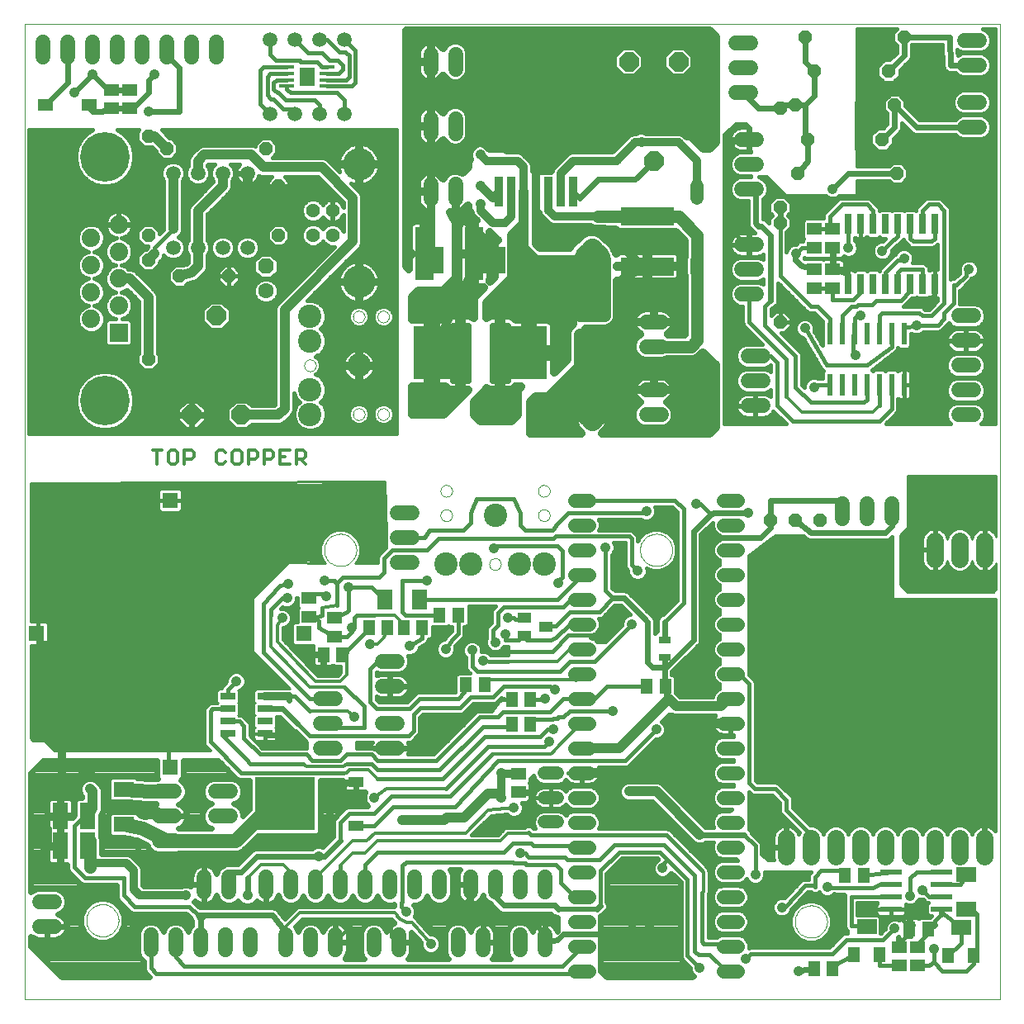
<source format=gtl>
G75*
G70*
%OFA0B0*%
%FSLAX24Y24*%
%IPPOS*%
%LPD*%
%AMOC8*
5,1,8,0,0,1.08239X$1,22.5*
%
%ADD10C,0.0000*%
%ADD11C,0.0140*%
%ADD12R,0.0512X0.0591*%
%ADD13R,0.0591X0.0512*%
%ADD14R,0.0512X0.0630*%
%ADD15R,0.0787X0.0630*%
%ADD16R,0.0866X0.0236*%
%ADD17C,0.0554*%
%ADD18R,0.0630X0.0630*%
%ADD19R,0.0600X0.0300*%
%ADD20C,0.0945*%
%ADD21R,0.0551X0.0394*%
%ADD22C,0.0709*%
%ADD23C,0.0520*%
%ADD24C,0.0600*%
%ADD25OC8,0.0520*%
%ADD26R,0.0827X0.0591*%
%ADD27R,0.0472X0.0315*%
%ADD28R,0.2441X0.2126*%
%ADD29R,0.0630X0.0394*%
%ADD30R,0.0591X0.0827*%
%ADD31R,0.0630X0.1063*%
%ADD32R,0.0260X0.0800*%
%ADD33OC8,0.0560*%
%ADD34R,0.0236X0.0866*%
%ADD35R,0.0591X0.0472*%
%ADD36C,0.0594*%
%ADD37R,0.0740X0.0740*%
%ADD38C,0.0740*%
%ADD39C,0.2000*%
%ADD40C,0.1306*%
%ADD41C,0.0562*%
%ADD42OC8,0.0630*%
%ADD43C,0.0630*%
%ADD44OC8,0.0768*%
%ADD45R,0.0350X0.1200*%
%ADD46C,0.0217*%
%ADD47C,0.0885*%
%ADD48R,0.0728X0.2165*%
%ADD49R,0.2165X0.0728*%
%ADD50R,0.1516X0.2165*%
%ADD51R,0.1004X0.1063*%
%ADD52R,0.0630X0.0138*%
%ADD53R,0.0618X0.0744*%
%ADD54C,0.0400*%
%ADD55C,0.0413*%
%ADD56C,0.0160*%
%ADD57C,0.0240*%
%ADD58C,0.0120*%
%ADD59C,0.0320*%
%ADD60C,0.0500*%
%ADD61C,0.0560*%
%ADD62C,0.0200*%
%ADD63C,0.0100*%
%ADD64C,0.1500*%
%ADD65R,0.0413X0.0413*%
D10*
X003124Y000101D02*
X003124Y039471D01*
X042494Y039471D01*
X042494Y000101D01*
X003124Y000101D01*
X005624Y003301D02*
X005626Y003351D01*
X005632Y003401D01*
X005642Y003451D01*
X005655Y003499D01*
X005672Y003547D01*
X005693Y003593D01*
X005717Y003637D01*
X005745Y003679D01*
X005776Y003719D01*
X005810Y003756D01*
X005847Y003791D01*
X005886Y003822D01*
X005927Y003851D01*
X005971Y003876D01*
X006017Y003898D01*
X006064Y003916D01*
X006112Y003930D01*
X006161Y003941D01*
X006211Y003948D01*
X006261Y003951D01*
X006312Y003950D01*
X006362Y003945D01*
X006412Y003936D01*
X006460Y003924D01*
X006508Y003907D01*
X006554Y003887D01*
X006599Y003864D01*
X006642Y003837D01*
X006682Y003807D01*
X006720Y003774D01*
X006755Y003738D01*
X006788Y003699D01*
X006817Y003658D01*
X006843Y003615D01*
X006866Y003570D01*
X006885Y003523D01*
X006900Y003475D01*
X006912Y003426D01*
X006920Y003376D01*
X006924Y003326D01*
X006924Y003276D01*
X006920Y003226D01*
X006912Y003176D01*
X006900Y003127D01*
X006885Y003079D01*
X006866Y003032D01*
X006843Y002987D01*
X006817Y002944D01*
X006788Y002903D01*
X006755Y002864D01*
X006720Y002828D01*
X006682Y002795D01*
X006642Y002765D01*
X006599Y002738D01*
X006554Y002715D01*
X006508Y002695D01*
X006460Y002678D01*
X006412Y002666D01*
X006362Y002657D01*
X006312Y002652D01*
X006261Y002651D01*
X006211Y002654D01*
X006161Y002661D01*
X006112Y002672D01*
X006064Y002686D01*
X006017Y002704D01*
X005971Y002726D01*
X005927Y002751D01*
X005886Y002780D01*
X005847Y002811D01*
X005810Y002846D01*
X005776Y002883D01*
X005745Y002923D01*
X005717Y002965D01*
X005693Y003009D01*
X005672Y003055D01*
X005655Y003103D01*
X005642Y003151D01*
X005632Y003201D01*
X005626Y003251D01*
X005624Y003301D01*
X015224Y018251D02*
X015226Y018301D01*
X015232Y018351D01*
X015242Y018401D01*
X015255Y018449D01*
X015272Y018497D01*
X015293Y018543D01*
X015317Y018587D01*
X015345Y018629D01*
X015376Y018669D01*
X015410Y018706D01*
X015447Y018741D01*
X015486Y018772D01*
X015527Y018801D01*
X015571Y018826D01*
X015617Y018848D01*
X015664Y018866D01*
X015712Y018880D01*
X015761Y018891D01*
X015811Y018898D01*
X015861Y018901D01*
X015912Y018900D01*
X015962Y018895D01*
X016012Y018886D01*
X016060Y018874D01*
X016108Y018857D01*
X016154Y018837D01*
X016199Y018814D01*
X016242Y018787D01*
X016282Y018757D01*
X016320Y018724D01*
X016355Y018688D01*
X016388Y018649D01*
X016417Y018608D01*
X016443Y018565D01*
X016466Y018520D01*
X016485Y018473D01*
X016500Y018425D01*
X016512Y018376D01*
X016520Y018326D01*
X016524Y018276D01*
X016524Y018226D01*
X016520Y018176D01*
X016512Y018126D01*
X016500Y018077D01*
X016485Y018029D01*
X016466Y017982D01*
X016443Y017937D01*
X016417Y017894D01*
X016388Y017853D01*
X016355Y017814D01*
X016320Y017778D01*
X016282Y017745D01*
X016242Y017715D01*
X016199Y017688D01*
X016154Y017665D01*
X016108Y017645D01*
X016060Y017628D01*
X016012Y017616D01*
X015962Y017607D01*
X015912Y017602D01*
X015861Y017601D01*
X015811Y017604D01*
X015761Y017611D01*
X015712Y017622D01*
X015664Y017636D01*
X015617Y017654D01*
X015571Y017676D01*
X015527Y017701D01*
X015486Y017730D01*
X015447Y017761D01*
X015410Y017796D01*
X015376Y017833D01*
X015345Y017873D01*
X015317Y017915D01*
X015293Y017959D01*
X015272Y018005D01*
X015255Y018053D01*
X015242Y018101D01*
X015232Y018151D01*
X015226Y018201D01*
X015224Y018251D01*
X019920Y019651D02*
X019922Y019681D01*
X019928Y019711D01*
X019937Y019740D01*
X019950Y019767D01*
X019967Y019792D01*
X019986Y019815D01*
X020009Y019836D01*
X020034Y019853D01*
X020060Y019867D01*
X020089Y019877D01*
X020118Y019884D01*
X020148Y019887D01*
X020179Y019886D01*
X020209Y019881D01*
X020238Y019872D01*
X020265Y019860D01*
X020291Y019845D01*
X020315Y019826D01*
X020336Y019804D01*
X020354Y019780D01*
X020369Y019753D01*
X020380Y019725D01*
X020388Y019696D01*
X020392Y019666D01*
X020392Y019636D01*
X020388Y019606D01*
X020380Y019577D01*
X020369Y019549D01*
X020354Y019522D01*
X020336Y019498D01*
X020315Y019476D01*
X020291Y019457D01*
X020265Y019442D01*
X020238Y019430D01*
X020209Y019421D01*
X020179Y019416D01*
X020148Y019415D01*
X020118Y019418D01*
X020089Y019425D01*
X020060Y019435D01*
X020034Y019449D01*
X020009Y019466D01*
X019986Y019487D01*
X019967Y019510D01*
X019950Y019535D01*
X019937Y019562D01*
X019928Y019591D01*
X019922Y019621D01*
X019920Y019651D01*
X019920Y020635D02*
X019922Y020665D01*
X019928Y020695D01*
X019937Y020724D01*
X019950Y020751D01*
X019967Y020776D01*
X019986Y020799D01*
X020009Y020820D01*
X020034Y020837D01*
X020060Y020851D01*
X020089Y020861D01*
X020118Y020868D01*
X020148Y020871D01*
X020179Y020870D01*
X020209Y020865D01*
X020238Y020856D01*
X020265Y020844D01*
X020291Y020829D01*
X020315Y020810D01*
X020336Y020788D01*
X020354Y020764D01*
X020369Y020737D01*
X020380Y020709D01*
X020388Y020680D01*
X020392Y020650D01*
X020392Y020620D01*
X020388Y020590D01*
X020380Y020561D01*
X020369Y020533D01*
X020354Y020506D01*
X020336Y020482D01*
X020315Y020460D01*
X020291Y020441D01*
X020265Y020426D01*
X020238Y020414D01*
X020209Y020405D01*
X020179Y020400D01*
X020148Y020399D01*
X020118Y020402D01*
X020089Y020409D01*
X020060Y020419D01*
X020034Y020433D01*
X020009Y020450D01*
X019986Y020471D01*
X019967Y020494D01*
X019950Y020519D01*
X019937Y020546D01*
X019928Y020575D01*
X019922Y020605D01*
X019920Y020635D01*
X021888Y017682D02*
X021890Y017712D01*
X021896Y017742D01*
X021905Y017771D01*
X021918Y017798D01*
X021935Y017823D01*
X021954Y017846D01*
X021977Y017867D01*
X022002Y017884D01*
X022028Y017898D01*
X022057Y017908D01*
X022086Y017915D01*
X022116Y017918D01*
X022147Y017917D01*
X022177Y017912D01*
X022206Y017903D01*
X022233Y017891D01*
X022259Y017876D01*
X022283Y017857D01*
X022304Y017835D01*
X022322Y017811D01*
X022337Y017784D01*
X022348Y017756D01*
X022356Y017727D01*
X022360Y017697D01*
X022360Y017667D01*
X022356Y017637D01*
X022348Y017608D01*
X022337Y017580D01*
X022322Y017553D01*
X022304Y017529D01*
X022283Y017507D01*
X022259Y017488D01*
X022233Y017473D01*
X022206Y017461D01*
X022177Y017452D01*
X022147Y017447D01*
X022116Y017446D01*
X022086Y017449D01*
X022057Y017456D01*
X022028Y017466D01*
X022002Y017480D01*
X021977Y017497D01*
X021954Y017518D01*
X021935Y017541D01*
X021918Y017566D01*
X021905Y017593D01*
X021896Y017622D01*
X021890Y017652D01*
X021888Y017682D01*
X023857Y019651D02*
X023859Y019681D01*
X023865Y019711D01*
X023874Y019740D01*
X023887Y019767D01*
X023904Y019792D01*
X023923Y019815D01*
X023946Y019836D01*
X023971Y019853D01*
X023997Y019867D01*
X024026Y019877D01*
X024055Y019884D01*
X024085Y019887D01*
X024116Y019886D01*
X024146Y019881D01*
X024175Y019872D01*
X024202Y019860D01*
X024228Y019845D01*
X024252Y019826D01*
X024273Y019804D01*
X024291Y019780D01*
X024306Y019753D01*
X024317Y019725D01*
X024325Y019696D01*
X024329Y019666D01*
X024329Y019636D01*
X024325Y019606D01*
X024317Y019577D01*
X024306Y019549D01*
X024291Y019522D01*
X024273Y019498D01*
X024252Y019476D01*
X024228Y019457D01*
X024202Y019442D01*
X024175Y019430D01*
X024146Y019421D01*
X024116Y019416D01*
X024085Y019415D01*
X024055Y019418D01*
X024026Y019425D01*
X023997Y019435D01*
X023971Y019449D01*
X023946Y019466D01*
X023923Y019487D01*
X023904Y019510D01*
X023887Y019535D01*
X023874Y019562D01*
X023865Y019591D01*
X023859Y019621D01*
X023857Y019651D01*
X023857Y020635D02*
X023859Y020665D01*
X023865Y020695D01*
X023874Y020724D01*
X023887Y020751D01*
X023904Y020776D01*
X023923Y020799D01*
X023946Y020820D01*
X023971Y020837D01*
X023997Y020851D01*
X024026Y020861D01*
X024055Y020868D01*
X024085Y020871D01*
X024116Y020870D01*
X024146Y020865D01*
X024175Y020856D01*
X024202Y020844D01*
X024228Y020829D01*
X024252Y020810D01*
X024273Y020788D01*
X024291Y020764D01*
X024306Y020737D01*
X024317Y020709D01*
X024325Y020680D01*
X024329Y020650D01*
X024329Y020620D01*
X024325Y020590D01*
X024317Y020561D01*
X024306Y020533D01*
X024291Y020506D01*
X024273Y020482D01*
X024252Y020460D01*
X024228Y020441D01*
X024202Y020426D01*
X024175Y020414D01*
X024146Y020405D01*
X024116Y020400D01*
X024085Y020399D01*
X024055Y020402D01*
X024026Y020409D01*
X023997Y020419D01*
X023971Y020433D01*
X023946Y020450D01*
X023923Y020471D01*
X023904Y020494D01*
X023887Y020519D01*
X023874Y020546D01*
X023865Y020575D01*
X023859Y020605D01*
X023857Y020635D01*
X027974Y018251D02*
X027976Y018301D01*
X027982Y018351D01*
X027992Y018401D01*
X028005Y018449D01*
X028022Y018497D01*
X028043Y018543D01*
X028067Y018587D01*
X028095Y018629D01*
X028126Y018669D01*
X028160Y018706D01*
X028197Y018741D01*
X028236Y018772D01*
X028277Y018801D01*
X028321Y018826D01*
X028367Y018848D01*
X028414Y018866D01*
X028462Y018880D01*
X028511Y018891D01*
X028561Y018898D01*
X028611Y018901D01*
X028662Y018900D01*
X028712Y018895D01*
X028762Y018886D01*
X028810Y018874D01*
X028858Y018857D01*
X028904Y018837D01*
X028949Y018814D01*
X028992Y018787D01*
X029032Y018757D01*
X029070Y018724D01*
X029105Y018688D01*
X029138Y018649D01*
X029167Y018608D01*
X029193Y018565D01*
X029216Y018520D01*
X029235Y018473D01*
X029250Y018425D01*
X029262Y018376D01*
X029270Y018326D01*
X029274Y018276D01*
X029274Y018226D01*
X029270Y018176D01*
X029262Y018126D01*
X029250Y018077D01*
X029235Y018029D01*
X029216Y017982D01*
X029193Y017937D01*
X029167Y017894D01*
X029138Y017853D01*
X029105Y017814D01*
X029070Y017778D01*
X029032Y017745D01*
X028992Y017715D01*
X028949Y017688D01*
X028904Y017665D01*
X028858Y017645D01*
X028810Y017628D01*
X028762Y017616D01*
X028712Y017607D01*
X028662Y017602D01*
X028611Y017601D01*
X028561Y017604D01*
X028511Y017611D01*
X028462Y017622D01*
X028414Y017636D01*
X028367Y017654D01*
X028321Y017676D01*
X028277Y017701D01*
X028236Y017730D01*
X028197Y017761D01*
X028160Y017796D01*
X028126Y017833D01*
X028095Y017873D01*
X028067Y017915D01*
X028043Y017959D01*
X028022Y018005D01*
X028005Y018053D01*
X027992Y018101D01*
X027982Y018151D01*
X027976Y018201D01*
X027974Y018251D01*
X017373Y023732D02*
X017375Y023762D01*
X017381Y023792D01*
X017390Y023821D01*
X017403Y023848D01*
X017420Y023873D01*
X017439Y023896D01*
X017462Y023917D01*
X017487Y023934D01*
X017513Y023948D01*
X017542Y023958D01*
X017571Y023965D01*
X017601Y023968D01*
X017632Y023967D01*
X017662Y023962D01*
X017691Y023953D01*
X017718Y023941D01*
X017744Y023926D01*
X017768Y023907D01*
X017789Y023885D01*
X017807Y023861D01*
X017822Y023834D01*
X017833Y023806D01*
X017841Y023777D01*
X017845Y023747D01*
X017845Y023717D01*
X017841Y023687D01*
X017833Y023658D01*
X017822Y023630D01*
X017807Y023603D01*
X017789Y023579D01*
X017768Y023557D01*
X017744Y023538D01*
X017718Y023523D01*
X017691Y023511D01*
X017662Y023502D01*
X017632Y023497D01*
X017601Y023496D01*
X017571Y023499D01*
X017542Y023506D01*
X017513Y023516D01*
X017487Y023530D01*
X017462Y023547D01*
X017439Y023568D01*
X017420Y023591D01*
X017403Y023616D01*
X017390Y023643D01*
X017381Y023672D01*
X017375Y023702D01*
X017373Y023732D01*
X016388Y023732D02*
X016390Y023762D01*
X016396Y023792D01*
X016405Y023821D01*
X016418Y023848D01*
X016435Y023873D01*
X016454Y023896D01*
X016477Y023917D01*
X016502Y023934D01*
X016528Y023948D01*
X016557Y023958D01*
X016586Y023965D01*
X016616Y023968D01*
X016647Y023967D01*
X016677Y023962D01*
X016706Y023953D01*
X016733Y023941D01*
X016759Y023926D01*
X016783Y023907D01*
X016804Y023885D01*
X016822Y023861D01*
X016837Y023834D01*
X016848Y023806D01*
X016856Y023777D01*
X016860Y023747D01*
X016860Y023717D01*
X016856Y023687D01*
X016848Y023658D01*
X016837Y023630D01*
X016822Y023603D01*
X016804Y023579D01*
X016783Y023557D01*
X016759Y023538D01*
X016733Y023523D01*
X016706Y023511D01*
X016677Y023502D01*
X016647Y023497D01*
X016616Y023496D01*
X016586Y023499D01*
X016557Y023506D01*
X016528Y023516D01*
X016502Y023530D01*
X016477Y023547D01*
X016454Y023568D01*
X016435Y023591D01*
X016418Y023616D01*
X016405Y023643D01*
X016396Y023672D01*
X016390Y023702D01*
X016388Y023732D01*
X014420Y025701D02*
X014422Y025731D01*
X014428Y025761D01*
X014437Y025790D01*
X014450Y025817D01*
X014467Y025842D01*
X014486Y025865D01*
X014509Y025886D01*
X014534Y025903D01*
X014560Y025917D01*
X014589Y025927D01*
X014618Y025934D01*
X014648Y025937D01*
X014679Y025936D01*
X014709Y025931D01*
X014738Y025922D01*
X014765Y025910D01*
X014791Y025895D01*
X014815Y025876D01*
X014836Y025854D01*
X014854Y025830D01*
X014869Y025803D01*
X014880Y025775D01*
X014888Y025746D01*
X014892Y025716D01*
X014892Y025686D01*
X014888Y025656D01*
X014880Y025627D01*
X014869Y025599D01*
X014854Y025572D01*
X014836Y025548D01*
X014815Y025526D01*
X014791Y025507D01*
X014765Y025492D01*
X014738Y025480D01*
X014709Y025471D01*
X014679Y025466D01*
X014648Y025465D01*
X014618Y025468D01*
X014589Y025475D01*
X014560Y025485D01*
X014534Y025499D01*
X014509Y025516D01*
X014486Y025537D01*
X014467Y025560D01*
X014450Y025585D01*
X014437Y025612D01*
X014428Y025641D01*
X014422Y025671D01*
X014420Y025701D01*
X016388Y027669D02*
X016390Y027699D01*
X016396Y027729D01*
X016405Y027758D01*
X016418Y027785D01*
X016435Y027810D01*
X016454Y027833D01*
X016477Y027854D01*
X016502Y027871D01*
X016528Y027885D01*
X016557Y027895D01*
X016586Y027902D01*
X016616Y027905D01*
X016647Y027904D01*
X016677Y027899D01*
X016706Y027890D01*
X016733Y027878D01*
X016759Y027863D01*
X016783Y027844D01*
X016804Y027822D01*
X016822Y027798D01*
X016837Y027771D01*
X016848Y027743D01*
X016856Y027714D01*
X016860Y027684D01*
X016860Y027654D01*
X016856Y027624D01*
X016848Y027595D01*
X016837Y027567D01*
X016822Y027540D01*
X016804Y027516D01*
X016783Y027494D01*
X016759Y027475D01*
X016733Y027460D01*
X016706Y027448D01*
X016677Y027439D01*
X016647Y027434D01*
X016616Y027433D01*
X016586Y027436D01*
X016557Y027443D01*
X016528Y027453D01*
X016502Y027467D01*
X016477Y027484D01*
X016454Y027505D01*
X016435Y027528D01*
X016418Y027553D01*
X016405Y027580D01*
X016396Y027609D01*
X016390Y027639D01*
X016388Y027669D01*
X017373Y027669D02*
X017375Y027699D01*
X017381Y027729D01*
X017390Y027758D01*
X017403Y027785D01*
X017420Y027810D01*
X017439Y027833D01*
X017462Y027854D01*
X017487Y027871D01*
X017513Y027885D01*
X017542Y027895D01*
X017571Y027902D01*
X017601Y027905D01*
X017632Y027904D01*
X017662Y027899D01*
X017691Y027890D01*
X017718Y027878D01*
X017744Y027863D01*
X017768Y027844D01*
X017789Y027822D01*
X017807Y027798D01*
X017822Y027771D01*
X017833Y027743D01*
X017841Y027714D01*
X017845Y027684D01*
X017845Y027654D01*
X017841Y027624D01*
X017833Y027595D01*
X017822Y027567D01*
X017807Y027540D01*
X017789Y027516D01*
X017768Y027494D01*
X017744Y027475D01*
X017718Y027460D01*
X017691Y027448D01*
X017662Y027439D01*
X017632Y027434D01*
X017601Y027433D01*
X017571Y027436D01*
X017542Y027443D01*
X017513Y027453D01*
X017487Y027467D01*
X017462Y027484D01*
X017439Y027505D01*
X017420Y027528D01*
X017403Y027553D01*
X017390Y027580D01*
X017381Y027609D01*
X017375Y027639D01*
X017373Y027669D01*
X034224Y003251D02*
X034226Y003301D01*
X034232Y003351D01*
X034242Y003401D01*
X034255Y003449D01*
X034272Y003497D01*
X034293Y003543D01*
X034317Y003587D01*
X034345Y003629D01*
X034376Y003669D01*
X034410Y003706D01*
X034447Y003741D01*
X034486Y003772D01*
X034527Y003801D01*
X034571Y003826D01*
X034617Y003848D01*
X034664Y003866D01*
X034712Y003880D01*
X034761Y003891D01*
X034811Y003898D01*
X034861Y003901D01*
X034912Y003900D01*
X034962Y003895D01*
X035012Y003886D01*
X035060Y003874D01*
X035108Y003857D01*
X035154Y003837D01*
X035199Y003814D01*
X035242Y003787D01*
X035282Y003757D01*
X035320Y003724D01*
X035355Y003688D01*
X035388Y003649D01*
X035417Y003608D01*
X035443Y003565D01*
X035466Y003520D01*
X035485Y003473D01*
X035500Y003425D01*
X035512Y003376D01*
X035520Y003326D01*
X035524Y003276D01*
X035524Y003226D01*
X035520Y003176D01*
X035512Y003126D01*
X035500Y003077D01*
X035485Y003029D01*
X035466Y002982D01*
X035443Y002937D01*
X035417Y002894D01*
X035388Y002853D01*
X035355Y002814D01*
X035320Y002778D01*
X035282Y002745D01*
X035242Y002715D01*
X035199Y002688D01*
X035154Y002665D01*
X035108Y002645D01*
X035060Y002628D01*
X035012Y002616D01*
X034962Y002607D01*
X034912Y002602D01*
X034861Y002601D01*
X034811Y002604D01*
X034761Y002611D01*
X034712Y002622D01*
X034664Y002636D01*
X034617Y002654D01*
X034571Y002676D01*
X034527Y002701D01*
X034486Y002730D01*
X034447Y002761D01*
X034410Y002796D01*
X034376Y002833D01*
X034345Y002873D01*
X034317Y002915D01*
X034293Y002959D01*
X034272Y003005D01*
X034255Y003053D01*
X034242Y003101D01*
X034232Y003151D01*
X034226Y003201D01*
X034224Y003251D01*
D11*
X014469Y021721D02*
X014282Y021908D01*
X014375Y021908D02*
X014095Y021908D01*
X014095Y021721D02*
X014095Y022281D01*
X014375Y022281D01*
X014469Y022188D01*
X014469Y022001D01*
X014375Y021908D01*
X013824Y021721D02*
X013451Y021721D01*
X013451Y022281D01*
X013824Y022281D01*
X013637Y022001D02*
X013451Y022001D01*
X013180Y022001D02*
X013086Y021908D01*
X012806Y021908D01*
X012806Y021721D02*
X012806Y022281D01*
X013086Y022281D01*
X013180Y022188D01*
X013180Y022001D01*
X012535Y022001D02*
X012442Y021908D01*
X012162Y021908D01*
X012162Y021721D02*
X012162Y022281D01*
X012442Y022281D01*
X012535Y022188D01*
X012535Y022001D01*
X011891Y021814D02*
X011891Y022188D01*
X011797Y022281D01*
X011610Y022281D01*
X011517Y022188D01*
X011517Y021814D01*
X011610Y021721D01*
X011797Y021721D01*
X011891Y021814D01*
X011246Y021814D02*
X011153Y021721D01*
X010966Y021721D01*
X010873Y021814D01*
X010873Y022188D01*
X010966Y022281D01*
X011153Y022281D01*
X011246Y022188D01*
X009957Y022188D02*
X009957Y022001D01*
X009864Y021908D01*
X009583Y021908D01*
X009583Y021721D02*
X009583Y022281D01*
X009864Y022281D01*
X009957Y022188D01*
X009313Y022188D02*
X009313Y021814D01*
X009219Y021721D01*
X009032Y021721D01*
X008939Y021814D01*
X008939Y022188D01*
X009032Y022281D01*
X009219Y022281D01*
X009313Y022188D01*
X008668Y022281D02*
X008294Y022281D01*
X008481Y022281D02*
X008481Y021721D01*
D12*
X015200Y014026D03*
X015948Y014026D03*
X017025Y015101D03*
X017773Y015101D03*
X018425Y015126D03*
X019173Y015126D03*
X019875Y015626D03*
X020623Y015626D03*
X020950Y012801D03*
X021698Y012801D03*
X022800Y012201D03*
X023548Y012201D03*
X023548Y011201D03*
X022800Y011201D03*
X028250Y012751D03*
X028998Y012751D03*
X036250Y005101D03*
X036998Y005101D03*
X038850Y002951D03*
X039598Y002951D03*
X035748Y001351D03*
X035000Y001351D03*
D13*
X038424Y001477D03*
X038424Y002225D03*
X039174Y002225D03*
X039174Y001477D03*
X023074Y008477D03*
X023074Y009225D03*
X015624Y014752D03*
X015624Y015500D03*
X014599Y015552D03*
X014599Y016300D03*
X034999Y028827D03*
X034999Y029575D03*
X035749Y029575D03*
X035749Y028827D03*
X035749Y030452D03*
X035749Y031200D03*
X034999Y031200D03*
X034999Y030452D03*
X007374Y036077D03*
X007374Y036825D03*
X006624Y036825D03*
X006624Y036077D03*
D14*
X036622Y001905D03*
X037626Y001905D03*
X040422Y001880D03*
X041426Y001880D03*
D15*
X040924Y003022D03*
X037124Y003047D03*
D16*
X038101Y003751D03*
X038101Y004251D03*
X038101Y004751D03*
X038101Y005251D03*
X040148Y005251D03*
X040148Y004751D03*
X040148Y004251D03*
X040148Y003751D03*
D17*
X031902Y003251D02*
X031347Y003251D01*
X031347Y004251D02*
X031902Y004251D01*
X031902Y005251D02*
X031347Y005251D01*
X031347Y006251D02*
X031902Y006251D01*
X031902Y007251D02*
X031347Y007251D01*
X031347Y008251D02*
X031902Y008251D01*
X031902Y009251D02*
X031347Y009251D01*
X031347Y010251D02*
X031902Y010251D01*
X031902Y011251D02*
X031347Y011251D01*
X031347Y012251D02*
X031902Y012251D01*
X031902Y013251D02*
X031347Y013251D01*
X031347Y014251D02*
X031902Y014251D01*
X031902Y015251D02*
X031347Y015251D01*
X031347Y016251D02*
X031902Y016251D01*
X031902Y017251D02*
X031347Y017251D01*
X031347Y018251D02*
X031902Y018251D01*
X031902Y019251D02*
X031347Y019251D01*
X031347Y020251D02*
X031902Y020251D01*
X025902Y020251D02*
X025347Y020251D01*
X025347Y019251D02*
X025902Y019251D01*
X025902Y018251D02*
X025347Y018251D01*
X025347Y017251D02*
X025902Y017251D01*
X025902Y016251D02*
X025347Y016251D01*
X025347Y015251D02*
X025902Y015251D01*
X025902Y014251D02*
X025347Y014251D01*
X025347Y013251D02*
X025902Y013251D01*
X025902Y012251D02*
X025347Y012251D01*
X025347Y011251D02*
X025902Y011251D01*
X025902Y010251D02*
X025347Y010251D01*
X025347Y009251D02*
X025902Y009251D01*
X025902Y008251D02*
X025347Y008251D01*
X025347Y007251D02*
X025902Y007251D01*
X025902Y006251D02*
X025347Y006251D01*
X025347Y005251D02*
X025902Y005251D01*
X025902Y004251D02*
X025347Y004251D01*
X025347Y003251D02*
X025902Y003251D01*
X025902Y002251D02*
X025347Y002251D01*
X025347Y001251D02*
X025902Y001251D01*
X031347Y001251D02*
X031902Y001251D01*
X031902Y002251D02*
X031347Y002251D01*
D18*
X014400Y014869D03*
X009006Y020263D03*
X003613Y014869D03*
X009006Y009475D03*
D19*
X011339Y010834D03*
X011339Y011334D03*
X011339Y011834D03*
X011339Y012334D03*
X012839Y012334D03*
X012839Y011834D03*
X012839Y011334D03*
X012839Y010834D03*
D20*
X020156Y017682D03*
X021140Y017682D03*
X023109Y017682D03*
X024093Y017682D03*
X022124Y019651D03*
X016624Y025701D03*
X014656Y026685D03*
X014656Y027669D03*
X014656Y024717D03*
X014656Y023732D03*
D21*
X023291Y015525D03*
X023291Y014777D03*
X024157Y015151D03*
D22*
X033874Y006605D02*
X033874Y005896D01*
X034874Y005896D02*
X034874Y006605D01*
X035874Y006605D02*
X035874Y005896D01*
X036874Y005896D02*
X036874Y006605D01*
X037874Y006605D02*
X037874Y005896D01*
X038874Y005896D02*
X038874Y006605D01*
X039874Y006605D02*
X039874Y005896D01*
X040874Y005896D02*
X040874Y006605D01*
X041874Y006605D02*
X041874Y005896D01*
X041874Y017896D02*
X041874Y018605D01*
X040874Y018605D02*
X040874Y017896D01*
X039874Y017896D02*
X039874Y018605D01*
D23*
X030274Y029441D02*
X030274Y029961D01*
X030274Y032441D02*
X030274Y032961D01*
X024634Y009235D02*
X024114Y009235D01*
X024114Y008251D02*
X024634Y008251D01*
X024634Y007267D02*
X024114Y007267D01*
D24*
X024124Y005051D02*
X024124Y004451D01*
X023124Y004451D02*
X023124Y005051D01*
X022124Y005051D02*
X022124Y004451D01*
X021124Y004451D02*
X021124Y005051D01*
X019874Y005051D02*
X019874Y004451D01*
X018874Y004451D02*
X018874Y005051D01*
X017874Y005051D02*
X017874Y004451D01*
X016874Y004451D02*
X016874Y005051D01*
X015874Y005051D02*
X015874Y004451D01*
X014874Y004451D02*
X014874Y005051D01*
X013874Y005051D02*
X013874Y004451D01*
X012874Y004451D02*
X012874Y005051D01*
X011374Y005051D02*
X011374Y004451D01*
X010374Y004451D02*
X010374Y005051D01*
X009174Y006501D02*
X008574Y006501D01*
X008574Y007501D02*
X009174Y007501D01*
X009174Y008501D02*
X008574Y008501D01*
X010824Y008501D02*
X011424Y008501D01*
X011424Y007501D02*
X010824Y007501D01*
X015074Y010251D02*
X015674Y010251D01*
X015674Y011251D02*
X015074Y011251D01*
X015074Y012251D02*
X015674Y012251D01*
X017574Y012751D02*
X018174Y012751D01*
X018174Y013751D02*
X017574Y013751D01*
X017574Y011251D02*
X018174Y011251D01*
X018174Y010251D02*
X017574Y010251D01*
X018174Y017751D02*
X018774Y017751D01*
X018774Y018751D02*
X018174Y018751D01*
X018174Y019751D02*
X018774Y019751D01*
X028224Y023701D02*
X028824Y023701D01*
X028824Y024701D02*
X028224Y024701D01*
X028224Y026451D02*
X028824Y026451D01*
X028824Y027451D02*
X028224Y027451D01*
X032074Y028576D02*
X032674Y028576D01*
X032674Y029576D02*
X032074Y029576D01*
X032074Y030576D02*
X032674Y030576D01*
X032674Y032826D02*
X032074Y032826D01*
X032074Y033826D02*
X032674Y033826D01*
X032674Y034826D02*
X032074Y034826D01*
X031824Y036701D02*
X032424Y036701D01*
X032424Y037701D02*
X031824Y037701D01*
X031824Y038701D02*
X032424Y038701D01*
X041074Y038826D02*
X041674Y038826D01*
X041674Y037826D02*
X041074Y037826D01*
X041074Y036326D02*
X041674Y036326D01*
X041674Y035326D02*
X041074Y035326D01*
X040824Y027701D02*
X041424Y027701D01*
X041424Y026701D02*
X040824Y026701D01*
X040824Y025701D02*
X041424Y025701D01*
X041424Y024701D02*
X040824Y024701D01*
X040824Y023701D02*
X041424Y023701D01*
X038124Y020101D02*
X038124Y019501D01*
X037124Y019501D02*
X037124Y020101D01*
X036124Y020101D02*
X036124Y019501D01*
X032924Y024076D02*
X032324Y024076D01*
X032324Y025076D02*
X032924Y025076D01*
X032924Y026076D02*
X032324Y026076D01*
X020524Y032401D02*
X020524Y033001D01*
X019524Y033001D02*
X019524Y032401D01*
X019524Y035051D02*
X019524Y035651D01*
X020524Y035651D02*
X020524Y035051D01*
X020524Y037651D02*
X020524Y038251D01*
X019524Y038251D02*
X019524Y037651D01*
X010874Y038151D02*
X010874Y038751D01*
X009874Y038751D02*
X009874Y038151D01*
X008874Y038151D02*
X008874Y038751D01*
X007874Y038751D02*
X007874Y038151D01*
X006874Y038151D02*
X006874Y038751D01*
X005874Y038751D02*
X005874Y038151D01*
X004874Y038151D02*
X004874Y038751D01*
X003874Y038751D02*
X003874Y038151D01*
X003724Y004051D02*
X004324Y004051D01*
X004324Y003051D02*
X003724Y003051D01*
X008224Y002701D02*
X008224Y002101D01*
X009224Y002101D02*
X009224Y002701D01*
X010224Y002701D02*
X010224Y002101D01*
X011224Y002101D02*
X011224Y002701D01*
X012224Y002701D02*
X012224Y002101D01*
X013674Y002101D02*
X013674Y002701D01*
X014674Y002701D02*
X014674Y002101D01*
X015674Y002101D02*
X015674Y002701D01*
X017224Y002701D02*
X017224Y002101D01*
X018224Y002101D02*
X018224Y002701D01*
X020624Y002701D02*
X020624Y002101D01*
X021624Y002101D02*
X021624Y002701D01*
X023124Y002701D02*
X023124Y002101D01*
X024124Y002101D02*
X024124Y002701D01*
D25*
X033224Y019451D03*
X034224Y019451D03*
X035224Y019451D03*
X033624Y027451D03*
X033624Y031451D03*
X033624Y032076D03*
X034349Y033451D03*
X033624Y036076D03*
X034249Y036201D03*
X034624Y038951D03*
X038249Y036201D03*
X038349Y033451D03*
X038624Y038951D03*
X013374Y032951D03*
X012874Y034451D03*
X013374Y030951D03*
X011374Y029301D03*
X009374Y029301D03*
X008124Y029951D03*
X008124Y030951D03*
X008874Y034451D03*
X008124Y034951D03*
X008124Y025951D03*
D26*
X007124Y008584D03*
X007124Y007167D03*
X041124Y005159D03*
X041124Y003742D03*
D27*
X028974Y013921D03*
X028974Y014630D03*
D28*
X013640Y008001D03*
D29*
X016514Y008898D03*
X016514Y007103D03*
D30*
X017666Y016251D03*
X019083Y016251D03*
D31*
X005676Y007501D03*
X004573Y007501D03*
X004573Y006301D03*
X005676Y006301D03*
D32*
X036374Y028991D03*
X036874Y028991D03*
X037374Y028991D03*
X037874Y028991D03*
X038374Y028991D03*
X038874Y028991D03*
X039374Y028991D03*
X039874Y028991D03*
X039874Y031411D03*
X039374Y031411D03*
X038874Y031411D03*
X038374Y031411D03*
X037874Y031411D03*
X037374Y031411D03*
X036874Y031411D03*
X036374Y031411D03*
D33*
X037749Y034826D03*
X037999Y037576D03*
X034999Y037576D03*
X034749Y034826D03*
D34*
X035624Y026974D03*
X036124Y026974D03*
X036624Y026974D03*
X037124Y026974D03*
X037624Y026974D03*
X038124Y026974D03*
X038624Y026974D03*
X038624Y024927D03*
X038124Y024927D03*
X037624Y024927D03*
X037124Y024927D03*
X036624Y024927D03*
X036124Y024927D03*
X035624Y024927D03*
D35*
X005741Y036201D03*
X003969Y036201D03*
D36*
X009124Y033451D03*
X010124Y033451D03*
X011124Y033451D03*
X012124Y033451D03*
X013024Y035851D03*
X014024Y035851D03*
X015024Y035851D03*
X016024Y035851D03*
X016024Y038851D03*
X015024Y038851D03*
X014024Y038851D03*
X013024Y038851D03*
X012124Y030451D03*
X011124Y030451D03*
X010124Y030451D03*
X009124Y030451D03*
D37*
X006933Y027020D03*
D38*
X006933Y028110D03*
X006933Y029201D03*
X006933Y030291D03*
X006933Y031382D03*
X005815Y030835D03*
X005815Y029744D03*
X005815Y028657D03*
X005815Y027567D03*
D39*
X006374Y024280D03*
X006374Y034122D03*
D40*
X016624Y033821D03*
X016624Y029081D03*
D41*
X015557Y030959D03*
X014770Y030959D03*
X014770Y031943D03*
X015557Y031943D03*
D42*
X012874Y029701D03*
D43*
X012874Y028701D03*
D44*
X010874Y027701D03*
X009874Y023701D03*
X011874Y023701D03*
X027524Y037951D03*
X029524Y037951D03*
X028524Y033951D03*
D45*
X025274Y032701D03*
X024774Y032701D03*
X024274Y032701D03*
X023774Y032701D03*
X023274Y032701D03*
X022774Y032701D03*
X022274Y032701D03*
D46*
X022006Y027333D02*
X022006Y025069D01*
X022006Y027333D02*
X022656Y027333D01*
X022656Y025069D01*
X022006Y025069D01*
X022006Y025285D02*
X022656Y025285D01*
X022656Y025501D02*
X022006Y025501D01*
X022006Y025717D02*
X022656Y025717D01*
X022656Y025933D02*
X022006Y025933D01*
X022006Y026149D02*
X022656Y026149D01*
X022656Y026365D02*
X022006Y026365D01*
X022006Y026581D02*
X022656Y026581D01*
X022656Y026797D02*
X022006Y026797D01*
X022006Y027013D02*
X022656Y027013D01*
X022656Y027229D02*
X022006Y027229D01*
X021042Y027333D02*
X021042Y025069D01*
X020392Y025069D01*
X020392Y027333D01*
X021042Y027333D01*
X021042Y025285D02*
X020392Y025285D01*
X020392Y025501D02*
X021042Y025501D01*
X021042Y025717D02*
X020392Y025717D01*
X020392Y025933D02*
X021042Y025933D01*
X021042Y026149D02*
X020392Y026149D01*
X020392Y026365D02*
X021042Y026365D01*
X021042Y026581D02*
X020392Y026581D01*
X020392Y026797D02*
X021042Y026797D01*
X021042Y027013D02*
X020392Y027013D01*
X020392Y027229D02*
X021042Y027229D01*
D47*
X026024Y029508D02*
X026024Y030393D01*
X026024Y024393D02*
X026024Y023508D01*
D48*
X021278Y030201D03*
X019270Y030201D03*
D49*
X028274Y029697D03*
X028274Y031705D03*
D50*
X023483Y026201D03*
X019566Y026201D03*
D51*
X019524Y029951D03*
X022024Y029951D03*
D52*
X015331Y036967D03*
X015331Y037223D03*
X015331Y037479D03*
X015331Y037735D03*
X013717Y037735D03*
X013717Y037479D03*
X013717Y037223D03*
X013717Y036967D03*
D53*
X014524Y037351D03*
D54*
X012274Y034201D02*
X010374Y034201D01*
X010124Y033951D01*
X010124Y033451D01*
X009124Y033451D02*
X009124Y031201D01*
X010124Y030451D02*
X010124Y031951D01*
X011124Y032951D01*
X011124Y033451D01*
X012124Y033451D02*
X012124Y032951D01*
X012374Y032701D01*
X013374Y032701D01*
X013374Y032951D01*
X013374Y032701D02*
X014124Y032701D01*
X014124Y030451D01*
X013874Y030201D01*
X013624Y027951D02*
X016374Y030701D01*
X016374Y032451D01*
X015124Y033701D01*
X012774Y033701D01*
X012274Y034201D01*
X014124Y032701D02*
X015307Y032701D01*
X015557Y032451D01*
X013624Y027951D02*
X013624Y023951D01*
X013374Y023701D01*
X011874Y023701D01*
X008124Y025951D02*
X008124Y028451D01*
X007374Y029201D01*
X006933Y029201D01*
X008124Y029951D02*
X008374Y030201D01*
X009374Y029301D02*
X009874Y029451D01*
X010124Y029701D01*
X010124Y030451D01*
X008874Y034451D02*
X008374Y034951D01*
X008124Y034951D01*
X023274Y032701D02*
X023274Y030451D01*
X023774Y029951D01*
X023483Y029659D01*
X023483Y026201D01*
X023774Y029951D02*
X026024Y029951D01*
X029124Y012251D02*
X029424Y011951D01*
X031224Y011951D01*
X031524Y012251D01*
X031624Y012251D01*
X031624Y011251D02*
X029624Y011251D01*
X027624Y009251D01*
X025624Y009251D01*
X025624Y010251D02*
X027124Y010251D01*
X029124Y012251D01*
X028624Y008501D02*
X027524Y008501D01*
X028624Y008501D02*
X030374Y006751D01*
X022374Y008251D02*
X022224Y008401D01*
X021824Y008401D01*
X020874Y007451D01*
X020174Y007451D01*
X020074Y007351D01*
X018374Y007351D01*
X015124Y006501D02*
X014124Y006501D01*
X013624Y006501D01*
X013124Y006501D01*
X012624Y006501D01*
X012124Y006126D01*
X011687Y005813D01*
X011374Y005801D01*
X008874Y007501D02*
X008624Y007501D01*
X008249Y007876D01*
X006499Y007876D01*
X005874Y007802D02*
X005874Y008501D01*
X005774Y008601D01*
X005874Y007802D02*
X005676Y007501D01*
X005624Y007601D01*
X006524Y006501D02*
X007374Y006501D01*
D55*
X006374Y007051D03*
X005274Y008351D03*
X005774Y008601D03*
X006274Y008851D03*
X005324Y009051D03*
X005774Y005451D03*
X006674Y004301D03*
X007574Y003001D03*
X007574Y002401D03*
X006784Y002351D03*
X006374Y002051D03*
X008684Y003331D03*
X009524Y003401D03*
X009624Y004301D03*
X008624Y004801D03*
X008714Y005281D03*
X008124Y005101D03*
X011687Y005813D03*
X012074Y006101D03*
X012624Y006501D03*
X013124Y006501D03*
X013624Y006501D03*
X014124Y006501D03*
X014999Y005876D03*
X017249Y008251D03*
X018374Y007351D03*
X020174Y007451D03*
X022474Y007251D03*
X022924Y007251D03*
X022874Y007851D03*
X022374Y008251D03*
X022374Y009251D03*
X024299Y010501D03*
X024474Y011001D03*
X024124Y012251D03*
X024549Y012601D03*
X026874Y011751D03*
X028624Y011001D03*
X030124Y012651D03*
X032824Y010601D03*
X032824Y009801D03*
X032824Y009001D03*
X032654Y008121D03*
X033204Y008121D03*
X033874Y008751D03*
X034374Y008051D03*
X035374Y008051D03*
X036124Y009251D03*
X035124Y010251D03*
X033874Y010001D03*
X033874Y010751D03*
X033874Y011501D03*
X033874Y012351D03*
X033374Y013251D03*
X033374Y014251D03*
X033374Y015001D03*
X033374Y015751D03*
X033374Y016501D03*
X033374Y017251D03*
X034124Y017751D03*
X034874Y017751D03*
X036124Y017751D03*
X037124Y018001D03*
X037874Y018001D03*
X037874Y016751D03*
X038374Y016001D03*
X039374Y016001D03*
X040374Y016001D03*
X041374Y016001D03*
X041874Y015501D03*
X041874Y014251D03*
X041874Y013001D03*
X041874Y011751D03*
X041874Y010251D03*
X040874Y009751D03*
X041924Y009151D03*
X041384Y008651D03*
X040654Y008641D03*
X040024Y008251D03*
X039624Y007501D03*
X038374Y008051D03*
X036874Y008051D03*
X038374Y009751D03*
X039374Y009251D03*
X037874Y011001D03*
X036624Y012001D03*
X035124Y012251D03*
X035124Y014251D03*
X036624Y014251D03*
X038024Y012951D03*
X039624Y012751D03*
X040624Y013751D03*
X039874Y014501D03*
X038474Y014801D03*
X036624Y016001D03*
X035124Y016001D03*
X032324Y019751D03*
X030224Y020101D03*
X028224Y019801D03*
X027124Y018351D03*
X026574Y018351D03*
X027874Y017401D03*
X027424Y016901D03*
X027624Y015251D03*
X026824Y015301D03*
X024674Y016901D03*
X022624Y015501D03*
X022524Y014851D03*
X022124Y014526D03*
X021624Y013776D03*
X021199Y014201D03*
X020124Y014251D03*
X020374Y012751D03*
X020374Y011176D03*
X018674Y014376D03*
X017074Y014451D03*
X016324Y015101D03*
X015299Y016376D03*
X015249Y017001D03*
X016199Y016751D03*
X013774Y016876D03*
X013724Y016301D03*
X013524Y015501D03*
X013724Y015001D03*
X015574Y013351D03*
X016424Y011501D03*
X013474Y010551D03*
X011674Y012951D03*
X019374Y017001D03*
X021724Y015351D03*
X022074Y018301D03*
X027524Y008501D03*
X028874Y005401D03*
X028074Y004401D03*
X028324Y004001D03*
X027724Y004051D03*
X027374Y004401D03*
X027074Y004051D03*
X026824Y004421D03*
X026844Y003601D03*
X027374Y003601D03*
X030374Y001376D03*
X030874Y002901D03*
X032249Y001751D03*
X034374Y001251D03*
X033699Y003826D03*
X033824Y004501D03*
X032624Y005151D03*
X035524Y004651D03*
X035974Y003751D03*
X036937Y003763D03*
X038249Y002976D03*
X038874Y004276D03*
X039374Y004501D03*
X039824Y002151D03*
X041974Y008351D03*
X040124Y011501D03*
X033874Y009401D03*
X023124Y006001D03*
X019524Y002351D03*
X018524Y003651D03*
X012124Y004301D03*
X003624Y002301D03*
X034624Y027201D03*
X036674Y026101D03*
X036874Y027701D03*
X039124Y027326D03*
X039499Y028201D03*
X041249Y029576D03*
X038624Y030026D03*
X037749Y030326D03*
X036374Y030451D03*
X034267Y030211D03*
X035749Y032826D03*
X037749Y032326D03*
X040499Y033576D03*
X040374Y036826D03*
X028024Y034701D03*
X027274Y035201D03*
X026774Y036201D03*
X025024Y036951D03*
X024524Y037701D03*
X024524Y038451D03*
X024024Y038451D03*
X023524Y038451D03*
X023024Y038451D03*
X022524Y038451D03*
X022024Y038451D03*
X021524Y038451D03*
X023024Y037701D03*
X022524Y036951D03*
X023024Y036201D03*
X022524Y035451D03*
X023774Y035451D03*
X024524Y036201D03*
X025024Y035451D03*
X023774Y036951D03*
X025024Y038451D03*
X025524Y038451D03*
X026024Y038451D03*
X021524Y034201D03*
X021524Y032951D03*
X021524Y032201D03*
X008374Y037451D03*
X008124Y035951D03*
X005874Y037451D03*
X005124Y036701D03*
X034999Y024826D03*
X039924Y020401D03*
X039924Y019901D03*
X039924Y019401D03*
X041824Y019401D03*
X041824Y019901D03*
X041824Y020401D03*
D56*
X041753Y023351D02*
X041831Y023429D01*
X041904Y023605D01*
X041904Y023796D01*
X041831Y023973D01*
X041696Y024108D01*
X041520Y024181D01*
X040729Y024181D01*
X040552Y024108D01*
X040417Y023973D01*
X040344Y023796D01*
X040344Y023605D01*
X040417Y023429D01*
X040496Y023351D01*
X037892Y023351D01*
X038272Y023730D01*
X038345Y023804D01*
X038384Y023899D01*
X038384Y024361D01*
X038396Y024350D01*
X038437Y024326D01*
X038483Y024314D01*
X038624Y024314D01*
X038624Y024927D01*
X038625Y024927D01*
X038625Y024927D01*
X038922Y024927D01*
X038922Y024470D01*
X038910Y024425D01*
X038887Y024384D01*
X038853Y024350D01*
X038812Y024326D01*
X038766Y024314D01*
X038625Y024314D01*
X038625Y024927D01*
X038922Y024927D01*
X038922Y025384D01*
X038910Y025430D01*
X038887Y025471D01*
X038853Y025504D01*
X038812Y025528D01*
X038766Y025540D01*
X038625Y025540D01*
X038625Y024928D01*
X038624Y024928D01*
X038624Y025540D01*
X038483Y025540D01*
X038437Y025528D01*
X038396Y025504D01*
X038374Y025483D01*
X038317Y025540D01*
X037932Y025540D01*
X037874Y025483D01*
X037817Y025540D01*
X037432Y025540D01*
X037374Y025483D01*
X037328Y025529D01*
X038254Y026223D01*
X038272Y026230D01*
X038295Y026254D01*
X038322Y026274D01*
X038331Y026290D01*
X038345Y026304D01*
X038357Y026334D01*
X038374Y026363D01*
X038377Y026382D01*
X038384Y026399D01*
X038384Y026409D01*
X038432Y026361D01*
X038817Y026361D01*
X038922Y026467D01*
X038922Y026991D01*
X039047Y026939D01*
X039201Y026939D01*
X039343Y026998D01*
X039411Y027066D01*
X039948Y027066D01*
X040051Y027066D01*
X040147Y027105D01*
X040444Y027403D01*
X040552Y027294D01*
X040729Y027221D01*
X041520Y027221D01*
X041696Y027294D01*
X041831Y027429D01*
X041904Y027605D01*
X041904Y027796D01*
X041831Y027973D01*
X041696Y028108D01*
X041520Y028181D01*
X040884Y028181D01*
X040884Y028252D01*
X040884Y028725D01*
X040897Y028730D01*
X041272Y029105D01*
X041345Y029179D01*
X041354Y029201D01*
X041468Y029248D01*
X041577Y029357D01*
X041636Y029499D01*
X041636Y029653D01*
X041577Y029795D01*
X041468Y029904D01*
X041326Y029962D01*
X041172Y029962D01*
X041030Y029904D01*
X040922Y029795D01*
X040863Y029653D01*
X040863Y029499D01*
X040864Y029495D01*
X040864Y029433D01*
X040642Y029211D01*
X040573Y029211D01*
X040509Y029185D01*
X040509Y031899D01*
X040509Y032002D01*
X040470Y032098D01*
X040147Y032421D01*
X040051Y032461D01*
X039948Y032461D01*
X039573Y032461D01*
X039477Y032421D01*
X039404Y032348D01*
X039154Y032098D01*
X039114Y032002D01*
X039114Y031955D01*
X039079Y031991D01*
X038670Y031991D01*
X038624Y031945D01*
X038579Y031991D01*
X038170Y031991D01*
X038124Y031945D01*
X038079Y031991D01*
X037670Y031991D01*
X037634Y031955D01*
X037634Y032002D01*
X037595Y032098D01*
X037345Y032348D01*
X037272Y032421D01*
X037176Y032461D01*
X036176Y032461D01*
X036073Y032461D01*
X035977Y032421D01*
X035477Y031921D01*
X035404Y031848D01*
X035364Y031752D01*
X035364Y031636D01*
X034630Y031636D01*
X034524Y031530D01*
X034524Y030869D01*
X034568Y030826D01*
X034524Y030782D01*
X034524Y030711D01*
X034448Y030711D01*
X034352Y030671D01*
X034279Y030598D01*
X034279Y030598D01*
X034190Y030598D01*
X034047Y030539D01*
X033939Y030430D01*
X033884Y030299D01*
X033884Y031089D01*
X034064Y031269D01*
X034064Y031633D01*
X033934Y031763D01*
X034064Y031894D01*
X034064Y032258D01*
X033807Y032516D01*
X033442Y032516D01*
X033184Y032258D01*
X033184Y031894D01*
X033315Y031763D01*
X033184Y031633D01*
X033184Y031440D01*
X033044Y031580D01*
X032934Y031626D01*
X032924Y031626D01*
X032924Y032410D01*
X032946Y032419D01*
X033081Y032554D01*
X033154Y032730D01*
X033154Y032921D01*
X033081Y033098D01*
X032946Y033233D01*
X032782Y033301D01*
X033074Y033301D01*
X033824Y032551D01*
X035478Y032551D01*
X035530Y032498D01*
X035672Y032439D01*
X035826Y032439D01*
X035968Y032498D01*
X036021Y032551D01*
X037224Y032551D01*
X037524Y032251D01*
X037774Y032251D01*
X038034Y031991D01*
X037670Y031991D01*
X037634Y031955D01*
X037634Y032002D01*
X037595Y032098D01*
X037345Y032348D01*
X037272Y032421D01*
X037176Y032461D01*
X036724Y032461D01*
X036724Y033151D01*
X038027Y033151D01*
X038167Y033011D01*
X038532Y033011D01*
X038789Y033269D01*
X038789Y033633D01*
X038532Y033891D01*
X038167Y033891D01*
X038027Y033751D01*
X036724Y033751D01*
X036724Y039291D01*
X038342Y039291D01*
X038184Y039133D01*
X038184Y038769D01*
X038324Y038629D01*
X038324Y038325D01*
X038035Y038036D01*
X037809Y038036D01*
X037539Y037766D01*
X037539Y037385D01*
X037809Y037116D01*
X038190Y037116D01*
X038459Y037385D01*
X038459Y037611D01*
X038879Y038031D01*
X038924Y038141D01*
X038924Y038260D01*
X038924Y038629D01*
X038947Y038651D01*
X040181Y038651D01*
X040199Y037823D01*
X040199Y037766D01*
X040201Y037763D01*
X040201Y037759D01*
X040223Y037708D01*
X040245Y037656D01*
X040248Y037653D01*
X040249Y037650D01*
X040289Y037612D01*
X040329Y037571D01*
X040333Y037570D01*
X040335Y037568D01*
X040387Y037547D01*
X040440Y037526D01*
X040443Y037526D01*
X040446Y037525D01*
X040503Y037526D01*
X040696Y037526D01*
X040802Y037419D01*
X040979Y037346D01*
X041770Y037346D01*
X041946Y037419D01*
X042081Y037554D01*
X042154Y037730D01*
X042154Y037921D01*
X042081Y038098D01*
X041946Y038233D01*
X041770Y038306D01*
X040979Y038306D01*
X040802Y038233D01*
X040791Y038221D01*
X040786Y038436D01*
X040802Y038419D01*
X040979Y038346D01*
X041770Y038346D01*
X041946Y038419D01*
X042081Y038554D01*
X042154Y038730D01*
X042154Y038921D01*
X042081Y039098D01*
X041946Y039233D01*
X041806Y039291D01*
X042314Y039291D01*
X042314Y023351D01*
X041753Y023351D01*
X041809Y023407D02*
X042314Y023407D01*
X042314Y023565D02*
X041888Y023565D01*
X041904Y023724D02*
X042314Y023724D01*
X042314Y023882D02*
X041869Y023882D01*
X041763Y024041D02*
X042314Y024041D01*
X042314Y024199D02*
X038384Y024199D01*
X038384Y024041D02*
X040486Y024041D01*
X040380Y023882D02*
X038377Y023882D01*
X038265Y023724D02*
X040344Y023724D01*
X040361Y023565D02*
X038106Y023565D01*
X037948Y023407D02*
X040440Y023407D01*
X040729Y024221D02*
X040552Y024294D01*
X040417Y024429D01*
X040344Y024605D01*
X040344Y024796D01*
X040417Y024973D01*
X040552Y025108D01*
X040729Y025181D01*
X041520Y025181D01*
X041696Y025108D01*
X041831Y024973D01*
X041904Y024796D01*
X041904Y024605D01*
X041831Y024429D01*
X041696Y024294D01*
X041520Y024221D01*
X040729Y024221D01*
X040488Y024358D02*
X038861Y024358D01*
X038922Y024516D02*
X040381Y024516D01*
X040344Y024675D02*
X038922Y024675D01*
X038922Y024834D02*
X040360Y024834D01*
X040437Y024992D02*
X038922Y024992D01*
X038922Y025151D02*
X040656Y025151D01*
X040729Y025221D02*
X040552Y025294D01*
X040417Y025429D01*
X040344Y025605D01*
X040344Y025796D01*
X040417Y025973D01*
X040552Y026108D01*
X040729Y026181D01*
X041520Y026181D01*
X041696Y026108D01*
X041831Y025973D01*
X041904Y025796D01*
X041904Y025605D01*
X041831Y025429D01*
X041696Y025294D01*
X041520Y025221D01*
X040729Y025221D01*
X040537Y025309D02*
X038922Y025309D01*
X038888Y025468D02*
X040401Y025468D01*
X040344Y025626D02*
X037458Y025626D01*
X037670Y025785D02*
X040344Y025785D01*
X040405Y025943D02*
X037881Y025943D01*
X038092Y026102D02*
X040547Y026102D01*
X040631Y026260D02*
X038304Y026260D01*
X038124Y026451D02*
X038124Y026974D01*
X038624Y026974D02*
X038648Y027201D01*
X039124Y027326D01*
X039999Y027326D01*
X040249Y027576D01*
X040249Y027826D01*
X040624Y028201D01*
X040624Y028951D01*
X040749Y028951D01*
X041124Y029326D01*
X041124Y029451D01*
X041249Y029576D01*
X040863Y029590D02*
X040509Y029590D01*
X040509Y029748D02*
X040902Y029748D01*
X041038Y029907D02*
X040509Y029907D01*
X040509Y030065D02*
X042314Y030065D01*
X042314Y029907D02*
X041460Y029907D01*
X041596Y029748D02*
X042314Y029748D01*
X042314Y029590D02*
X041636Y029590D01*
X041608Y029431D02*
X042314Y029431D01*
X042314Y029273D02*
X041493Y029273D01*
X041281Y029114D02*
X042314Y029114D01*
X042314Y028956D02*
X041122Y028956D01*
X041272Y029105D02*
X041272Y029105D01*
X040963Y028797D02*
X042314Y028797D01*
X042314Y028639D02*
X040884Y028639D01*
X040884Y028480D02*
X042314Y028480D01*
X042314Y028321D02*
X040884Y028321D01*
X040249Y028201D02*
X039749Y027701D01*
X039374Y027701D01*
X039249Y027826D01*
X037749Y027826D01*
X037624Y027701D01*
X037624Y026974D01*
X038124Y026451D02*
X037124Y025701D01*
X035499Y025701D01*
X034624Y027201D01*
X034238Y027212D02*
X034008Y027212D01*
X034064Y027269D02*
X034064Y027451D01*
X034064Y027633D01*
X033807Y027891D01*
X033625Y027891D01*
X033625Y027451D01*
X034064Y027451D01*
X033625Y027451D01*
X033625Y027451D01*
X033624Y027451D01*
X033624Y027891D01*
X033442Y027891D01*
X033259Y027708D01*
X033259Y027968D01*
X033323Y028031D01*
X033419Y028071D01*
X033504Y028156D01*
X033549Y028266D01*
X033549Y029033D01*
X034654Y027929D01*
X034727Y027855D01*
X034823Y027816D01*
X035017Y027816D01*
X035338Y027494D01*
X035326Y027482D01*
X035326Y026513D01*
X034994Y027083D01*
X035011Y027124D01*
X035011Y027278D01*
X034952Y027420D01*
X034843Y027529D01*
X035304Y027529D01*
X035326Y027370D02*
X034973Y027370D01*
X035011Y027212D02*
X035326Y027212D01*
X035326Y027053D02*
X035011Y027053D01*
X035104Y026895D02*
X035326Y026895D01*
X035326Y026736D02*
X035196Y026736D01*
X035289Y026578D02*
X035326Y026578D01*
X035624Y026974D02*
X035624Y027576D01*
X035124Y028076D01*
X034874Y028076D01*
X033624Y029326D01*
X033624Y031451D01*
X033184Y031492D02*
X033132Y031492D01*
X033202Y031651D02*
X032924Y031651D01*
X032924Y031809D02*
X033269Y031809D01*
X033184Y031968D02*
X032924Y031968D01*
X032924Y032127D02*
X033184Y032127D01*
X033211Y032285D02*
X032924Y032285D01*
X032971Y032444D02*
X033370Y032444D01*
X033101Y032602D02*
X033773Y032602D01*
X033879Y032444D02*
X035661Y032444D01*
X035837Y032444D02*
X036031Y032444D01*
X035841Y032285D02*
X034037Y032285D01*
X034064Y032127D02*
X035682Y032127D01*
X035524Y031968D02*
X034064Y031968D01*
X033980Y031809D02*
X035388Y031809D01*
X035364Y031651D02*
X034046Y031651D01*
X034064Y031492D02*
X034524Y031492D01*
X034524Y031334D02*
X034064Y031334D01*
X033971Y031175D02*
X034524Y031175D01*
X034524Y031017D02*
X033884Y031017D01*
X033884Y030858D02*
X034535Y030858D01*
X034421Y030700D02*
X033884Y030700D01*
X033884Y030541D02*
X034053Y030541D01*
X033919Y030383D02*
X033884Y030383D01*
X034249Y030201D02*
X034499Y030451D01*
X034998Y030451D01*
X034999Y030452D01*
X034612Y030034D02*
X034606Y030019D01*
X034622Y030003D01*
X034630Y030011D01*
X035369Y030011D01*
X035383Y029997D01*
X035385Y029998D01*
X035430Y030011D01*
X035701Y030011D01*
X035701Y029623D01*
X035797Y029623D01*
X035797Y030011D01*
X036068Y030011D01*
X036114Y029998D01*
X036155Y029975D01*
X036189Y029941D01*
X036212Y029900D01*
X036225Y029854D01*
X036225Y029623D01*
X035798Y029623D01*
X035798Y029527D01*
X036126Y029527D01*
X036134Y029535D01*
X036175Y029558D01*
X036221Y029571D01*
X036374Y029571D01*
X036374Y028991D01*
X036375Y028991D01*
X036375Y029571D01*
X036528Y029571D01*
X036574Y029558D01*
X036615Y029535D01*
X036624Y029525D01*
X036670Y029571D01*
X037079Y029571D01*
X037124Y029525D01*
X037170Y029571D01*
X037579Y029571D01*
X037624Y029526D01*
X037654Y029598D01*
X038154Y030098D01*
X038227Y030171D01*
X038274Y030191D01*
X038297Y030245D01*
X038405Y030354D01*
X038547Y030412D01*
X038701Y030412D01*
X038843Y030354D01*
X038952Y030245D01*
X038955Y030238D01*
X038970Y030223D01*
X038970Y030222D01*
X038972Y030220D01*
X038991Y030173D01*
X039009Y030127D01*
X039009Y030126D01*
X039010Y030124D01*
X039010Y030106D01*
X039011Y030103D01*
X039011Y029949D01*
X038964Y029836D01*
X039053Y029836D01*
X039125Y030441D01*
X039051Y030441D01*
X038948Y030441D01*
X038852Y030480D01*
X038727Y030605D01*
X038654Y030679D01*
X038614Y030774D01*
X038614Y030799D01*
X038610Y030790D01*
X038595Y030754D01*
X038586Y030745D01*
X038581Y030734D01*
X038550Y030709D01*
X038522Y030680D01*
X038510Y030676D01*
X038250Y030459D01*
X038136Y030345D01*
X038136Y030249D01*
X038077Y030107D01*
X037968Y029998D01*
X037826Y029939D01*
X037672Y029939D01*
X037530Y029998D01*
X037422Y030107D01*
X037363Y030249D01*
X037363Y030403D01*
X037422Y030545D01*
X037530Y030654D01*
X037672Y030712D01*
X037768Y030712D01*
X037863Y030807D01*
X037868Y030817D01*
X037884Y030831D01*
X037670Y030831D01*
X037624Y030876D01*
X037579Y030831D01*
X037170Y030831D01*
X037124Y030876D01*
X037115Y030867D01*
X037074Y030843D01*
X037028Y030831D01*
X036875Y030831D01*
X036875Y031410D01*
X036874Y031410D01*
X036874Y030831D01*
X036721Y030831D01*
X036675Y030843D01*
X036634Y030866D01*
X036634Y030738D01*
X036702Y030670D01*
X036761Y030528D01*
X036761Y030374D01*
X036702Y030232D01*
X036593Y030123D01*
X036451Y030064D01*
X036297Y030064D01*
X036200Y030105D01*
X036189Y030085D01*
X036155Y030052D01*
X036114Y030028D01*
X036068Y030016D01*
X035797Y030016D01*
X035797Y030404D01*
X035701Y030404D01*
X035701Y030016D01*
X035430Y030016D01*
X035385Y030028D01*
X035383Y030029D01*
X035369Y030016D01*
X034630Y030016D01*
X034612Y030034D01*
X034249Y030194D02*
X034249Y030201D01*
X034999Y031200D02*
X035749Y031200D01*
X035624Y031325D01*
X035624Y031701D01*
X036124Y032201D01*
X037124Y032201D01*
X037374Y031951D01*
X037374Y031411D01*
X036875Y031410D02*
X036875Y030831D01*
X037028Y030831D01*
X037074Y030843D01*
X037115Y030867D01*
X037124Y030876D01*
X037170Y030831D01*
X037579Y030831D01*
X037624Y030876D01*
X037670Y030831D01*
X037884Y030831D01*
X037868Y030817D01*
X037863Y030807D01*
X037768Y030712D01*
X037672Y030712D01*
X037530Y030654D01*
X037422Y030545D01*
X037363Y030403D01*
X037363Y030249D01*
X037422Y030107D01*
X037530Y029998D01*
X037672Y029939D01*
X037826Y029939D01*
X037968Y029998D01*
X038077Y030107D01*
X038136Y030249D01*
X038136Y030345D01*
X038250Y030459D01*
X038510Y030676D01*
X038522Y030680D01*
X038550Y030709D01*
X038581Y030734D01*
X038586Y030745D01*
X038595Y030754D01*
X038610Y030790D01*
X038614Y030799D01*
X038614Y030774D01*
X038654Y030679D01*
X038727Y030605D01*
X038852Y030480D01*
X038948Y030441D01*
X039051Y030441D01*
X039713Y030441D01*
X039752Y030437D01*
X039764Y030441D01*
X039776Y030441D01*
X039813Y030456D01*
X039851Y030468D01*
X039860Y030476D01*
X039872Y030480D01*
X039900Y030509D01*
X039989Y030583D01*
X039989Y029571D01*
X039875Y029571D01*
X039875Y028991D01*
X039874Y028991D01*
X039874Y029571D01*
X039721Y029571D01*
X039675Y029558D01*
X039634Y029535D01*
X039634Y029627D01*
X039595Y029723D01*
X039522Y029796D01*
X039426Y029836D01*
X038964Y029836D01*
X039011Y029949D01*
X039011Y030103D01*
X039010Y030106D01*
X039010Y030124D01*
X039009Y030126D01*
X039009Y030127D01*
X038991Y030173D01*
X038972Y030220D01*
X038970Y030222D01*
X038970Y030223D01*
X038955Y030238D01*
X038952Y030245D01*
X038843Y030354D01*
X038701Y030412D01*
X038547Y030412D01*
X038405Y030354D01*
X038297Y030245D01*
X038274Y030191D01*
X038227Y030171D01*
X038154Y030098D01*
X037654Y029598D01*
X037624Y029526D01*
X037579Y029571D01*
X037170Y029571D01*
X037124Y029525D01*
X037079Y029571D01*
X036724Y029571D01*
X036724Y030285D01*
X036761Y030374D01*
X036761Y030528D01*
X036724Y030616D01*
X036724Y030831D01*
X036874Y030831D01*
X036874Y031410D01*
X036875Y031410D01*
X036874Y031411D02*
X036874Y030326D01*
X037374Y029826D01*
X037874Y029826D01*
X038124Y030076D01*
X038374Y030451D01*
X038499Y030576D01*
X038749Y030576D01*
X039124Y030201D01*
X039624Y030201D01*
X039874Y029951D01*
X039874Y028991D01*
X039874Y028576D01*
X039499Y028201D01*
X039397Y028046D02*
X039301Y028086D01*
X039198Y028086D01*
X038599Y028086D01*
X038647Y028105D01*
X038952Y028411D01*
X039079Y028411D01*
X039124Y028456D01*
X039170Y028411D01*
X039579Y028411D01*
X039624Y028456D01*
X039634Y028447D01*
X039675Y028423D01*
X039721Y028411D01*
X039874Y028411D01*
X039874Y028990D01*
X039875Y028990D01*
X039875Y028411D01*
X039989Y028411D01*
X039989Y028308D01*
X039642Y027961D01*
X039482Y027961D01*
X039397Y028046D01*
X039438Y028004D02*
X039685Y028004D01*
X039844Y028163D02*
X038704Y028163D01*
X038863Y028321D02*
X039989Y028321D01*
X039875Y028480D02*
X039874Y028480D01*
X039874Y028639D02*
X039875Y028639D01*
X039874Y028797D02*
X039875Y028797D01*
X039874Y028956D02*
X039875Y028956D01*
X039874Y029114D02*
X039875Y029114D01*
X039874Y029273D02*
X039875Y029273D01*
X039874Y029431D02*
X039875Y029431D01*
X039989Y029590D02*
X039634Y029590D01*
X039569Y029748D02*
X039989Y029748D01*
X039989Y029907D02*
X038994Y029907D01*
X039061Y029907D01*
X039080Y030065D02*
X039011Y030065D01*
X039989Y030065D01*
X039989Y030224D02*
X038969Y030224D01*
X039099Y030224D01*
X039118Y030383D02*
X038774Y030383D01*
X039989Y030383D01*
X039989Y030541D02*
X039939Y030541D01*
X039724Y030701D02*
X038999Y030701D01*
X038874Y030826D01*
X038874Y031411D01*
X038374Y031411D02*
X038374Y030901D01*
X038074Y030651D01*
X037749Y030326D01*
X037463Y030065D02*
X036455Y030065D01*
X036294Y030065D02*
X036169Y030065D01*
X036208Y029907D02*
X037963Y029907D01*
X036724Y029907D01*
X036724Y030065D02*
X037463Y030065D01*
X037373Y030224D02*
X036694Y030224D01*
X036724Y030224D02*
X037373Y030224D01*
X037363Y030383D02*
X036761Y030383D01*
X037363Y030383D01*
X037420Y030541D02*
X036756Y030541D01*
X037420Y030541D01*
X037642Y030700D02*
X036672Y030700D01*
X036724Y030700D02*
X037642Y030700D01*
X037642Y030858D02*
X037606Y030858D01*
X037642Y030858D01*
X037142Y030858D02*
X037100Y030858D01*
X037142Y030858D01*
X036875Y030858D02*
X036874Y030858D01*
X036875Y030858D01*
X036874Y031017D02*
X036875Y031017D01*
X036874Y031017D01*
X036874Y031175D02*
X036875Y031175D01*
X036874Y031175D01*
X036874Y031334D02*
X036875Y031334D01*
X036874Y031334D01*
X036374Y031411D02*
X036374Y030451D01*
X036634Y030858D02*
X036649Y030858D01*
X036874Y030326D02*
X036374Y029826D01*
X036374Y029447D01*
X036298Y029370D01*
X036413Y029327D01*
X036374Y028991D01*
X036374Y029114D02*
X036375Y029114D01*
X036374Y029273D02*
X036375Y029273D01*
X036298Y029370D02*
X035749Y029575D01*
X035749Y030452D01*
X035701Y030383D02*
X035797Y030383D01*
X035797Y030224D02*
X035701Y030224D01*
X035701Y030065D02*
X035797Y030065D01*
X035797Y029907D02*
X035701Y029907D01*
X035701Y029748D02*
X035797Y029748D01*
X035798Y029590D02*
X037651Y029590D01*
X036724Y029590D01*
X036724Y029748D02*
X037804Y029748D01*
X036225Y029748D01*
X036374Y029431D02*
X036375Y029431D01*
X036874Y028991D02*
X036874Y028651D01*
X036573Y028350D01*
X035750Y028350D01*
X035749Y028827D01*
X034999Y028827D01*
X034261Y028321D02*
X033549Y028321D01*
X033549Y028480D02*
X034102Y028480D01*
X033944Y028639D02*
X033549Y028639D01*
X033549Y028797D02*
X033785Y028797D01*
X033627Y028956D02*
X033549Y028956D01*
X032949Y028980D02*
X032949Y029172D01*
X032946Y029169D01*
X032770Y029096D01*
X031979Y029096D01*
X031802Y029169D01*
X031667Y029304D01*
X031594Y029480D01*
X031594Y029671D01*
X031667Y029848D01*
X031802Y029983D01*
X031979Y030056D01*
X032770Y030056D01*
X032946Y029983D01*
X032949Y029980D01*
X032949Y030182D01*
X032926Y030165D01*
X032859Y030131D01*
X032787Y030108D01*
X032712Y030096D01*
X032394Y030096D01*
X032394Y030556D01*
X032354Y030556D01*
X031594Y030556D01*
X031594Y030538D01*
X031606Y030463D01*
X031630Y030391D01*
X031664Y030324D01*
X031708Y030263D01*
X031762Y030210D01*
X031823Y030165D01*
X031890Y030131D01*
X031962Y030108D01*
X032037Y030096D01*
X032354Y030096D01*
X032354Y030556D01*
X032354Y030596D01*
X031594Y030596D01*
X031594Y030614D01*
X031606Y030688D01*
X031630Y030760D01*
X031664Y030827D01*
X031708Y030888D01*
X031762Y030942D01*
X031823Y030986D01*
X031890Y031021D01*
X031962Y031044D01*
X032037Y031056D01*
X032354Y031056D01*
X032354Y030596D01*
X032394Y030596D01*
X032394Y031056D01*
X032617Y031056D01*
X032579Y031071D01*
X032495Y031156D01*
X032454Y031196D01*
X032370Y031281D01*
X032324Y031391D01*
X032324Y032346D01*
X031979Y032346D01*
X031802Y032419D01*
X031667Y032554D01*
X031594Y032730D01*
X031594Y032921D01*
X031594Y032801D01*
X031574Y032801D01*
X031374Y033001D01*
X031374Y035001D01*
X031824Y035451D01*
X032224Y035451D01*
X032394Y035281D01*
X032394Y034846D01*
X032354Y034846D01*
X032354Y034806D01*
X031594Y034806D01*
X031594Y034788D01*
X031606Y034713D01*
X031630Y034641D01*
X031664Y034574D01*
X031708Y034513D01*
X031762Y034460D01*
X031823Y034415D01*
X031890Y034381D01*
X031962Y034358D01*
X032037Y034346D01*
X032354Y034346D01*
X032394Y034346D01*
X032424Y034346D01*
X032424Y034306D01*
X031979Y034306D01*
X031802Y034233D01*
X031667Y034098D01*
X031594Y033921D01*
X031594Y033730D01*
X031667Y033554D01*
X031802Y033419D01*
X031979Y033346D01*
X032424Y033346D01*
X032424Y033306D01*
X031979Y033306D01*
X031802Y033233D01*
X031667Y033098D01*
X031594Y032921D01*
X031667Y033098D01*
X031802Y033233D01*
X031967Y033301D01*
X031374Y033301D01*
X031374Y023351D01*
X033857Y023351D01*
X033351Y023856D01*
X033335Y023824D01*
X033291Y023763D01*
X033237Y023710D01*
X033176Y023665D01*
X033109Y023631D01*
X033037Y023608D01*
X032962Y023596D01*
X032644Y023596D01*
X032644Y024056D01*
X032604Y024056D01*
X031844Y024056D01*
X031844Y024038D01*
X031856Y023963D01*
X031880Y023891D01*
X031914Y023824D01*
X031958Y023763D01*
X032012Y023710D01*
X032073Y023665D01*
X032140Y023631D01*
X032212Y023608D01*
X032287Y023596D01*
X032604Y023596D01*
X032604Y024056D01*
X032604Y024096D01*
X031844Y024096D01*
X031844Y024114D01*
X031856Y024188D01*
X031880Y024260D01*
X031914Y024327D01*
X031958Y024388D01*
X032012Y024442D01*
X032073Y024486D01*
X032140Y024521D01*
X032212Y024544D01*
X032287Y024556D01*
X032604Y024556D01*
X032604Y024096D01*
X032644Y024096D01*
X032644Y024556D01*
X032962Y024556D01*
X033037Y024544D01*
X033109Y024521D01*
X033176Y024486D01*
X033237Y024442D01*
X033239Y024440D01*
X033239Y024712D01*
X033196Y024669D01*
X033020Y024596D01*
X032229Y024596D01*
X032052Y024669D01*
X031917Y024804D01*
X031844Y024980D01*
X031844Y025171D01*
X031917Y025348D01*
X032052Y025483D01*
X032229Y025556D01*
X033020Y025556D01*
X033196Y025483D01*
X033239Y025440D01*
X033239Y025712D01*
X033196Y025669D01*
X033020Y025596D01*
X032229Y025596D01*
X032052Y025669D01*
X031917Y025804D01*
X031844Y025980D01*
X031844Y026171D01*
X031917Y026348D01*
X032052Y026483D01*
X032229Y026556D01*
X032902Y026556D01*
X032227Y027230D01*
X032154Y027304D01*
X032114Y027399D01*
X032114Y028096D01*
X031979Y028096D01*
X031802Y028169D01*
X031667Y028304D01*
X031594Y028480D01*
X031374Y028480D01*
X031374Y028321D02*
X031660Y028321D01*
X031594Y028480D02*
X031594Y028671D01*
X031667Y028848D01*
X031802Y028983D01*
X031979Y029056D01*
X032770Y029056D01*
X032946Y028983D01*
X032949Y028980D01*
X032949Y029114D02*
X032814Y029114D01*
X032374Y028576D02*
X032374Y027451D01*
X033874Y025951D01*
X033874Y024451D01*
X033499Y024076D02*
X034124Y023451D01*
X037624Y023451D01*
X038124Y023951D01*
X038124Y024927D01*
X038624Y024927D02*
X039226Y024927D01*
X039624Y025326D01*
X039624Y026327D01*
X039998Y026701D01*
X041124Y026701D01*
X041104Y026721D02*
X041104Y026681D01*
X040344Y026681D01*
X040344Y026663D01*
X040356Y026588D01*
X040380Y026516D01*
X040414Y026449D01*
X040458Y026388D01*
X040512Y026335D01*
X040573Y026290D01*
X040640Y026256D01*
X040712Y026233D01*
X040787Y026221D01*
X041104Y026221D01*
X041104Y026681D01*
X041144Y026681D01*
X041144Y026221D01*
X041462Y026221D01*
X041537Y026233D01*
X041609Y026256D01*
X041676Y026290D01*
X041737Y026335D01*
X041791Y026388D01*
X041835Y026449D01*
X041869Y026516D01*
X041893Y026588D01*
X041904Y026663D01*
X041904Y026681D01*
X041145Y026681D01*
X041145Y026721D01*
X041904Y026721D01*
X041904Y026739D01*
X041893Y026813D01*
X041869Y026885D01*
X041835Y026952D01*
X041791Y027013D01*
X041737Y027067D01*
X041676Y027111D01*
X041609Y027146D01*
X041537Y027169D01*
X041462Y027181D01*
X041144Y027181D01*
X041144Y026721D01*
X041104Y026721D01*
X040344Y026721D01*
X040344Y026739D01*
X040356Y026813D01*
X040380Y026885D01*
X040414Y026952D01*
X040458Y027013D01*
X040512Y027067D01*
X040573Y027111D01*
X040640Y027146D01*
X040712Y027169D01*
X040787Y027181D01*
X041104Y027181D01*
X041104Y026721D01*
X041104Y026736D02*
X041144Y026736D01*
X041144Y026578D02*
X041104Y026578D01*
X041104Y026419D02*
X041144Y026419D01*
X041144Y026260D02*
X041104Y026260D01*
X041617Y026260D02*
X042314Y026260D01*
X042314Y026102D02*
X041702Y026102D01*
X041843Y025943D02*
X042314Y025943D01*
X042314Y025785D02*
X041904Y025785D01*
X041904Y025626D02*
X042314Y025626D01*
X042314Y025468D02*
X041847Y025468D01*
X041712Y025309D02*
X042314Y025309D01*
X042314Y025151D02*
X041593Y025151D01*
X041812Y024992D02*
X042314Y024992D01*
X042314Y024834D02*
X041889Y024834D01*
X041904Y024675D02*
X042314Y024675D01*
X042314Y024516D02*
X041868Y024516D01*
X041760Y024358D02*
X042314Y024358D01*
X042314Y026419D02*
X041813Y026419D01*
X041889Y026578D02*
X042314Y026578D01*
X042314Y026736D02*
X041904Y026736D01*
X041864Y026895D02*
X042314Y026895D01*
X042314Y027053D02*
X041751Y027053D01*
X041773Y027370D02*
X042314Y027370D01*
X042314Y027212D02*
X040253Y027212D01*
X040412Y027370D02*
X040476Y027370D01*
X040498Y027053D02*
X039399Y027053D01*
X038922Y026895D02*
X040384Y026895D01*
X040344Y026736D02*
X038922Y026736D01*
X038922Y026578D02*
X040360Y026578D01*
X040436Y026419D02*
X038875Y026419D01*
X038624Y025468D02*
X038625Y025468D01*
X038624Y025309D02*
X038625Y025309D01*
X038624Y025151D02*
X038625Y025151D01*
X038624Y024992D02*
X038625Y024992D01*
X038624Y024834D02*
X038625Y024834D01*
X038624Y024675D02*
X038625Y024675D01*
X038624Y024516D02*
X038625Y024516D01*
X038624Y024358D02*
X038625Y024358D01*
X038388Y024358D02*
X038384Y024358D01*
X037624Y024076D02*
X037624Y024927D01*
X037124Y024927D02*
X037124Y024326D01*
X036999Y024201D01*
X034874Y024201D01*
X034249Y024826D01*
X034249Y026076D01*
X032999Y027326D01*
X032999Y028076D01*
X033249Y028326D01*
X033507Y028163D02*
X034420Y028163D01*
X034578Y028004D02*
X033296Y028004D01*
X033259Y027846D02*
X033397Y027846D01*
X033624Y027846D02*
X033625Y027846D01*
X033624Y027687D02*
X033625Y027687D01*
X033624Y027529D02*
X033625Y027529D01*
X033851Y027846D02*
X034750Y027846D01*
X034701Y027587D02*
X034547Y027587D01*
X034405Y027529D01*
X034297Y027420D01*
X034238Y027278D01*
X034238Y027124D01*
X034297Y026982D01*
X034405Y026873D01*
X034547Y026814D01*
X034549Y026814D01*
X035266Y025585D01*
X035279Y025554D01*
X035292Y025541D01*
X035301Y025525D01*
X035328Y025504D01*
X035352Y025480D01*
X035366Y025475D01*
X035326Y025435D01*
X035326Y025187D01*
X035152Y025187D01*
X035137Y025187D01*
X035076Y025212D01*
X034922Y025212D01*
X034780Y025154D01*
X034672Y025045D01*
X034613Y024903D01*
X034613Y024830D01*
X034509Y024933D01*
X034509Y026024D01*
X034509Y026127D01*
X034470Y026223D01*
X033682Y027011D01*
X033807Y027011D01*
X034064Y027269D01*
X034064Y027370D02*
X034276Y027370D01*
X034406Y027529D02*
X034064Y027529D01*
X034010Y027687D02*
X035145Y027687D01*
X034843Y027529D02*
X034701Y027587D01*
X034267Y027053D02*
X033849Y027053D01*
X033798Y026895D02*
X034384Y026895D01*
X034594Y026736D02*
X033957Y026736D01*
X034115Y026578D02*
X034687Y026578D01*
X034779Y026419D02*
X034274Y026419D01*
X034432Y026260D02*
X034872Y026260D01*
X034964Y026102D02*
X034509Y026102D01*
X034509Y025943D02*
X035057Y025943D01*
X035149Y025785D02*
X034509Y025785D01*
X034509Y025626D02*
X035242Y025626D01*
X035359Y025468D02*
X034509Y025468D01*
X034509Y025309D02*
X035326Y025309D01*
X035101Y024927D02*
X034999Y024826D01*
X035101Y024927D02*
X035624Y024927D01*
X034777Y025151D02*
X034509Y025151D01*
X034509Y024992D02*
X034650Y024992D01*
X034613Y024834D02*
X034609Y024834D01*
X033499Y024076D02*
X033499Y025826D01*
X033249Y026076D01*
X032624Y026076D01*
X032880Y026578D02*
X031374Y026578D01*
X031374Y026736D02*
X032721Y026736D01*
X032563Y026895D02*
X031374Y026895D01*
X031374Y027053D02*
X032404Y027053D01*
X032246Y027212D02*
X031374Y027212D01*
X031374Y027370D02*
X032126Y027370D01*
X032114Y027529D02*
X031374Y027529D01*
X031374Y027687D02*
X032114Y027687D01*
X032114Y027846D02*
X031374Y027846D01*
X031374Y028004D02*
X032114Y028004D01*
X031817Y028163D02*
X031374Y028163D01*
X031374Y028639D02*
X031594Y028639D01*
X031647Y028797D02*
X031374Y028797D01*
X031374Y028956D02*
X031775Y028956D01*
X031934Y029114D02*
X031374Y029114D01*
X031374Y029273D02*
X031699Y029273D01*
X031615Y029431D02*
X031374Y029431D01*
X031374Y029590D02*
X031594Y029590D01*
X031626Y029748D02*
X031374Y029748D01*
X031374Y029907D02*
X031727Y029907D01*
X031747Y030224D02*
X031374Y030224D01*
X031374Y030065D02*
X032949Y030065D01*
X032394Y030224D02*
X032354Y030224D01*
X032354Y030383D02*
X032394Y030383D01*
X032394Y030541D02*
X032354Y030541D01*
X032374Y030576D02*
X032249Y030576D01*
X031574Y031251D01*
X031574Y034476D01*
X031874Y034826D01*
X032374Y034826D01*
X032354Y034822D02*
X031374Y034822D01*
X031374Y034980D02*
X031620Y034980D01*
X031630Y035010D02*
X031606Y034938D01*
X031594Y034864D01*
X031594Y034846D01*
X032354Y034846D01*
X032354Y035306D01*
X032037Y035306D01*
X031962Y035294D01*
X031890Y035271D01*
X031823Y035236D01*
X031762Y035192D01*
X031708Y035138D01*
X031664Y035077D01*
X031630Y035010D01*
X031709Y035139D02*
X031512Y035139D01*
X031671Y035297D02*
X031984Y035297D01*
X032354Y035297D02*
X032378Y035297D01*
X032394Y035139D02*
X032354Y035139D01*
X032354Y034980D02*
X032394Y034980D01*
X032394Y034806D02*
X032394Y034346D01*
X032354Y034346D02*
X032354Y034806D01*
X032394Y034806D01*
X032394Y034663D02*
X032354Y034663D01*
X032354Y034505D02*
X032394Y034505D01*
X032034Y034346D02*
X031374Y034346D01*
X031374Y034188D02*
X031757Y034188D01*
X031639Y034029D02*
X031374Y034029D01*
X031374Y033871D02*
X031594Y033871D01*
X031602Y033712D02*
X031374Y033712D01*
X031374Y033553D02*
X031668Y033553D01*
X031860Y033395D02*
X031374Y033395D01*
X031374Y033236D02*
X031811Y033236D01*
X031374Y033236D01*
X031374Y033078D02*
X031659Y033078D01*
X031374Y033078D01*
X031374Y032919D02*
X031594Y032919D01*
X031456Y032919D01*
X031374Y032761D02*
X031594Y032761D01*
X031647Y032602D02*
X031374Y032602D01*
X031374Y032444D02*
X031778Y032444D01*
X031374Y032285D02*
X032324Y032285D01*
X032324Y032127D02*
X031374Y032127D01*
X031374Y031968D02*
X032324Y031968D01*
X032324Y031809D02*
X031374Y031809D01*
X031374Y031651D02*
X032324Y031651D01*
X032324Y031492D02*
X031374Y031492D01*
X031374Y031334D02*
X032348Y031334D01*
X032476Y031175D02*
X031374Y031175D01*
X031374Y031017D02*
X031883Y031017D01*
X031686Y030858D02*
X031374Y030858D01*
X031374Y030700D02*
X031610Y030700D01*
X031594Y030541D02*
X031374Y030541D01*
X031374Y030383D02*
X031634Y030383D01*
X032354Y030700D02*
X032394Y030700D01*
X032394Y030858D02*
X032354Y030858D01*
X032354Y031017D02*
X032394Y031017D01*
X032374Y032826D02*
X032874Y032826D01*
X033154Y032761D02*
X033614Y032761D01*
X033456Y032919D02*
X033154Y032919D01*
X033090Y033078D02*
X033297Y033078D01*
X033139Y033236D02*
X032937Y033236D01*
X031717Y034505D02*
X031374Y034505D01*
X031374Y034663D02*
X031622Y034663D01*
X036724Y034663D02*
X037289Y034663D01*
X037289Y034635D02*
X037289Y035016D01*
X037559Y035286D01*
X037785Y035286D01*
X037949Y035450D01*
X037949Y035879D01*
X037809Y036019D01*
X037809Y036383D01*
X038067Y036641D01*
X038432Y036641D01*
X038689Y036383D01*
X038689Y036185D01*
X039249Y035626D01*
X040696Y035626D01*
X040802Y035733D01*
X040979Y035806D01*
X041770Y035806D01*
X041946Y035733D01*
X042081Y035598D01*
X042154Y035421D01*
X042154Y035230D01*
X042081Y035054D01*
X041946Y034919D01*
X041770Y034846D01*
X040979Y034846D01*
X040802Y034919D01*
X040696Y035026D01*
X039184Y035026D01*
X039065Y035026D01*
X038954Y035071D01*
X038549Y035477D01*
X038549Y035385D01*
X038549Y035266D01*
X038504Y035156D01*
X038209Y034862D01*
X038209Y034635D01*
X037940Y034366D01*
X037559Y034366D01*
X037289Y034635D01*
X037420Y034505D02*
X036724Y034505D01*
X036724Y034346D02*
X042314Y034346D01*
X042314Y034188D02*
X036724Y034188D01*
X036724Y034029D02*
X042314Y034029D01*
X042314Y033871D02*
X038552Y033871D01*
X038710Y033712D02*
X042314Y033712D01*
X042314Y033553D02*
X038789Y033553D01*
X038789Y033395D02*
X042314Y033395D01*
X042314Y033236D02*
X038757Y033236D01*
X038599Y033078D02*
X042314Y033078D01*
X042314Y032919D02*
X036724Y032919D01*
X036724Y032761D02*
X042314Y032761D01*
X042314Y032602D02*
X036724Y032602D01*
X037217Y032444D02*
X037332Y032444D01*
X037217Y032444D02*
X039531Y032444D01*
X039341Y032285D02*
X037408Y032285D01*
X037490Y032285D01*
X037566Y032127D02*
X037899Y032127D01*
X038102Y031968D02*
X038147Y031968D01*
X038602Y031968D02*
X038647Y031968D01*
X039102Y031968D02*
X039114Y031968D01*
X039182Y032127D02*
X037566Y032127D01*
X037634Y031968D02*
X037647Y031968D01*
X037634Y031968D01*
X038100Y033078D02*
X036724Y033078D01*
X036724Y033871D02*
X038147Y033871D01*
X038079Y034505D02*
X042314Y034505D01*
X042314Y034663D02*
X038209Y034663D01*
X038209Y034822D02*
X042314Y034822D01*
X042314Y034980D02*
X042008Y034980D01*
X042116Y035139D02*
X042314Y035139D01*
X042314Y035297D02*
X042154Y035297D01*
X042140Y035456D02*
X042314Y035456D01*
X042314Y035614D02*
X042064Y035614D01*
X041849Y035773D02*
X042314Y035773D01*
X042314Y035932D02*
X041959Y035932D01*
X041946Y035919D02*
X042081Y036054D01*
X042154Y036230D01*
X042154Y036421D01*
X042081Y036598D01*
X041946Y036733D01*
X041770Y036806D01*
X040979Y036806D01*
X040802Y036733D01*
X040667Y036598D01*
X040594Y036421D01*
X040594Y036230D01*
X040667Y036054D01*
X040802Y035919D01*
X040979Y035846D01*
X041770Y035846D01*
X041946Y035919D01*
X042096Y036090D02*
X042314Y036090D01*
X042314Y036249D02*
X042154Y036249D01*
X042154Y036407D02*
X042314Y036407D01*
X042314Y036566D02*
X042095Y036566D01*
X041955Y036724D02*
X042314Y036724D01*
X042314Y036883D02*
X036724Y036883D01*
X036724Y037041D02*
X042314Y037041D01*
X042314Y037200D02*
X038274Y037200D01*
X038433Y037358D02*
X040948Y037358D01*
X040704Y037517D02*
X038459Y037517D01*
X038523Y037676D02*
X040237Y037676D01*
X040199Y037834D02*
X038682Y037834D01*
X038841Y037993D02*
X040196Y037993D01*
X040192Y038151D02*
X038924Y038151D01*
X038924Y038310D02*
X040189Y038310D01*
X040185Y038468D02*
X038924Y038468D01*
X038924Y038627D02*
X040182Y038627D01*
X040789Y038310D02*
X042314Y038310D01*
X042314Y038468D02*
X041996Y038468D01*
X042111Y038627D02*
X042314Y038627D01*
X042314Y038785D02*
X042154Y038785D01*
X042145Y038944D02*
X042314Y038944D01*
X042314Y039102D02*
X042077Y039102D01*
X041878Y039261D02*
X042314Y039261D01*
X042314Y038151D02*
X042028Y038151D01*
X042125Y037993D02*
X042314Y037993D01*
X042314Y037834D02*
X042154Y037834D01*
X042132Y037676D02*
X042314Y037676D01*
X042314Y037517D02*
X042044Y037517D01*
X041800Y037358D02*
X042314Y037358D01*
X040794Y036724D02*
X036724Y036724D01*
X036724Y036566D02*
X037992Y036566D01*
X037834Y036407D02*
X036724Y036407D01*
X036724Y036249D02*
X037809Y036249D01*
X037809Y036090D02*
X036724Y036090D01*
X036724Y035932D02*
X037896Y035932D01*
X037949Y035773D02*
X036724Y035773D01*
X036724Y035614D02*
X037949Y035614D01*
X037949Y035456D02*
X036724Y035456D01*
X036724Y035297D02*
X037797Y035297D01*
X037412Y035139D02*
X036724Y035139D01*
X036724Y034980D02*
X037289Y034980D01*
X037289Y034822D02*
X036724Y034822D01*
X038328Y034980D02*
X040741Y034980D01*
X040900Y035773D02*
X039101Y035773D01*
X038943Y035932D02*
X040790Y035932D01*
X040652Y036090D02*
X038784Y036090D01*
X038689Y036249D02*
X040594Y036249D01*
X040594Y036407D02*
X038665Y036407D01*
X038507Y036566D02*
X040654Y036566D01*
X038887Y035139D02*
X038487Y035139D01*
X038549Y035297D02*
X038729Y035297D01*
X038570Y035456D02*
X038549Y035456D01*
X037725Y037200D02*
X036724Y037200D01*
X036724Y037358D02*
X037566Y037358D01*
X037539Y037517D02*
X036724Y037517D01*
X036724Y037676D02*
X037539Y037676D01*
X037607Y037834D02*
X036724Y037834D01*
X036724Y037993D02*
X037766Y037993D01*
X038151Y038151D02*
X036724Y038151D01*
X036724Y038310D02*
X038309Y038310D01*
X038324Y038468D02*
X036724Y038468D01*
X036724Y038627D02*
X038324Y038627D01*
X038184Y038785D02*
X036724Y038785D01*
X036724Y038944D02*
X038184Y038944D01*
X038184Y039102D02*
X036724Y039102D01*
X036724Y039261D02*
X038312Y039261D01*
X040092Y032444D02*
X042314Y032444D01*
X042314Y032285D02*
X040283Y032285D01*
X040441Y032127D02*
X042314Y032127D01*
X042314Y031968D02*
X040509Y031968D01*
X040509Y031809D02*
X042314Y031809D01*
X042314Y031651D02*
X040509Y031651D01*
X040509Y031492D02*
X042314Y031492D01*
X042314Y031334D02*
X040509Y031334D01*
X040509Y031175D02*
X042314Y031175D01*
X042314Y031017D02*
X040509Y031017D01*
X040509Y030858D02*
X042314Y030858D01*
X042314Y030700D02*
X040509Y030700D01*
X040509Y030541D02*
X042314Y030541D01*
X042314Y030383D02*
X040509Y030383D01*
X040509Y030224D02*
X042314Y030224D01*
X040862Y029431D02*
X040509Y029431D01*
X040509Y029273D02*
X040704Y029273D01*
X040249Y028201D02*
X040249Y031951D01*
X039999Y032201D01*
X039624Y032201D01*
X039374Y031951D01*
X039374Y031411D01*
X039874Y031411D02*
X039874Y030826D01*
X039724Y030701D01*
X038791Y030541D02*
X038349Y030541D01*
X038791Y030541D01*
X038645Y030700D02*
X038541Y030700D01*
X038645Y030700D01*
X038475Y030383D02*
X038174Y030383D01*
X038475Y030383D01*
X038288Y030224D02*
X038126Y030224D01*
X038288Y030224D01*
X038121Y030065D02*
X038036Y030065D01*
X038121Y030065D01*
X038374Y029951D02*
X038624Y029951D01*
X038749Y030076D01*
X038624Y030026D01*
X038374Y029951D02*
X037874Y029451D01*
X037874Y028991D01*
X038374Y028991D02*
X038374Y029451D01*
X038499Y029576D01*
X039374Y029576D01*
X039374Y028991D01*
X038874Y028991D02*
X038874Y028701D01*
X038499Y028326D01*
X037499Y028326D01*
X037324Y028151D01*
X036774Y028151D01*
X036699Y028076D01*
X036499Y028076D01*
X036124Y027701D01*
X036124Y026974D01*
X036574Y026924D02*
X036574Y026301D01*
X036674Y026201D01*
X036674Y026101D01*
X036574Y026924D02*
X036624Y026974D01*
X036624Y027601D01*
X036724Y027701D01*
X036874Y027701D01*
X033239Y025626D02*
X033093Y025626D01*
X033211Y025468D02*
X033239Y025468D01*
X033202Y024675D02*
X033239Y024675D01*
X033239Y024516D02*
X033117Y024516D01*
X032644Y024516D02*
X032604Y024516D01*
X032604Y024358D02*
X032644Y024358D01*
X032644Y024199D02*
X032604Y024199D01*
X032604Y024041D02*
X032644Y024041D01*
X032644Y023882D02*
X032604Y023882D01*
X032604Y023724D02*
X032644Y023724D01*
X033251Y023724D02*
X033484Y023724D01*
X033642Y023565D02*
X031374Y023565D01*
X031374Y023407D02*
X033801Y023407D01*
X032132Y024516D02*
X031374Y024516D01*
X031374Y024358D02*
X031936Y024358D01*
X031860Y024199D02*
X031374Y024199D01*
X031374Y024041D02*
X031844Y024041D01*
X031884Y023882D02*
X031374Y023882D01*
X031374Y023724D02*
X031998Y023724D01*
X032046Y024675D02*
X031374Y024675D01*
X031374Y024834D02*
X031905Y024834D01*
X031844Y024992D02*
X031374Y024992D01*
X031374Y025151D02*
X031844Y025151D01*
X031902Y025309D02*
X031374Y025309D01*
X031374Y025468D02*
X032038Y025468D01*
X032155Y025626D02*
X031374Y025626D01*
X031374Y025785D02*
X031937Y025785D01*
X031860Y025943D02*
X031374Y025943D01*
X031374Y026102D02*
X031844Y026102D01*
X031881Y026260D02*
X031374Y026260D01*
X031374Y026419D02*
X031989Y026419D01*
X030416Y020101D02*
X030224Y020101D01*
X030416Y020101D02*
X030843Y019674D01*
X030921Y019364D02*
X030910Y019338D01*
X030910Y019164D01*
X030977Y019003D01*
X031100Y018880D01*
X031174Y018849D01*
X031174Y018652D01*
X031100Y018621D01*
X030977Y018498D01*
X030910Y018338D01*
X030910Y018164D01*
X030977Y018003D01*
X031100Y017880D01*
X031174Y017849D01*
X031174Y017652D01*
X031100Y017621D01*
X030977Y017498D01*
X030910Y017338D01*
X030910Y017164D01*
X030977Y017003D01*
X031100Y016880D01*
X031174Y016849D01*
X031174Y016652D01*
X031100Y016621D01*
X030977Y016498D01*
X030910Y016338D01*
X030910Y016164D01*
X030977Y016003D01*
X031100Y015880D01*
X031174Y015849D01*
X031174Y015652D01*
X031100Y015621D01*
X030977Y015498D01*
X030910Y015338D01*
X030910Y015164D01*
X030977Y015003D01*
X031100Y014880D01*
X031174Y014849D01*
X031174Y014652D01*
X031100Y014621D01*
X030977Y014498D01*
X030910Y014338D01*
X030910Y014164D01*
X030977Y014003D01*
X031100Y013880D01*
X031174Y013849D01*
X031174Y013652D01*
X031100Y013621D01*
X030977Y013498D01*
X030910Y013338D01*
X030910Y013164D01*
X030977Y013003D01*
X031100Y012880D01*
X031174Y012849D01*
X031174Y012652D01*
X031100Y012621D01*
X030977Y012498D01*
X030910Y012338D01*
X030910Y012311D01*
X029574Y012311D01*
X029430Y012455D01*
X029414Y012470D01*
X029414Y013112D01*
X029321Y013206D01*
X029254Y013206D01*
X029254Y013335D01*
X030362Y014442D01*
X030404Y014545D01*
X030404Y014656D01*
X030404Y018879D01*
X030921Y019364D01*
X030910Y019285D02*
X030836Y019285D01*
X030784Y019208D02*
X030424Y018871D01*
X030424Y014660D01*
X030424Y014551D01*
X030824Y014551D01*
X030784Y019208D01*
X030784Y019126D02*
X030697Y019126D01*
X030667Y019126D02*
X030926Y019126D01*
X031012Y018967D02*
X030498Y018967D01*
X030527Y018967D02*
X030786Y018967D01*
X030787Y018809D02*
X030424Y018809D01*
X030404Y018809D02*
X031174Y018809D01*
X031170Y018650D02*
X030404Y018650D01*
X030424Y018650D02*
X030788Y018650D01*
X030790Y018492D02*
X030424Y018492D01*
X030404Y018492D02*
X030974Y018492D01*
X030910Y018333D02*
X030404Y018333D01*
X030424Y018333D02*
X030791Y018333D01*
X030793Y018175D02*
X030424Y018175D01*
X030404Y018175D02*
X030910Y018175D01*
X030971Y018016D02*
X030404Y018016D01*
X030424Y018016D02*
X030794Y018016D01*
X030795Y017858D02*
X030424Y017858D01*
X030404Y017858D02*
X031154Y017858D01*
X031174Y017699D02*
X030404Y017699D01*
X030424Y017699D02*
X030797Y017699D01*
X030798Y017541D02*
X030424Y017541D01*
X030404Y017541D02*
X031019Y017541D01*
X030928Y017382D02*
X030404Y017382D01*
X030424Y017382D02*
X030800Y017382D01*
X030801Y017223D02*
X030424Y017223D01*
X030404Y017223D02*
X030910Y017223D01*
X030951Y017065D02*
X030404Y017065D01*
X030424Y017065D02*
X030802Y017065D01*
X030804Y016906D02*
X030424Y016906D01*
X030404Y016906D02*
X031073Y016906D01*
X031174Y016748D02*
X030404Y016748D01*
X030424Y016748D02*
X030805Y016748D01*
X030806Y016589D02*
X030424Y016589D01*
X030404Y016589D02*
X031068Y016589D01*
X030949Y016431D02*
X030404Y016431D01*
X030424Y016431D02*
X030808Y016431D01*
X030809Y016272D02*
X030424Y016272D01*
X030404Y016272D02*
X030910Y016272D01*
X030931Y016114D02*
X030404Y016114D01*
X030424Y016114D02*
X030811Y016114D01*
X030812Y015955D02*
X030424Y015955D01*
X030404Y015955D02*
X031025Y015955D01*
X031174Y015797D02*
X030404Y015797D01*
X030424Y015797D02*
X030813Y015797D01*
X030815Y015638D02*
X030424Y015638D01*
X030404Y015638D02*
X031140Y015638D01*
X030969Y015479D02*
X030404Y015479D01*
X030424Y015479D02*
X030816Y015479D01*
X030818Y015321D02*
X030424Y015321D01*
X030404Y015321D02*
X030910Y015321D01*
X030911Y015162D02*
X030404Y015162D01*
X030424Y015162D02*
X030819Y015162D01*
X030820Y015004D02*
X030424Y015004D01*
X030404Y015004D02*
X030976Y015004D01*
X030822Y014845D02*
X030424Y014845D01*
X030404Y014845D02*
X031174Y014845D01*
X031174Y014687D02*
X030404Y014687D01*
X030424Y014687D02*
X030823Y014687D01*
X031006Y014528D02*
X030397Y014528D01*
X030289Y014370D02*
X030923Y014370D01*
X030910Y014211D02*
X030131Y014211D01*
X029972Y014053D02*
X030956Y014053D01*
X031086Y013894D02*
X029814Y013894D01*
X029655Y013736D02*
X031174Y013736D01*
X031055Y013577D02*
X029497Y013577D01*
X029338Y013418D02*
X030944Y013418D01*
X030910Y013260D02*
X029254Y013260D01*
X029414Y013101D02*
X030936Y013101D01*
X031037Y012943D02*
X029414Y012943D01*
X029414Y012784D02*
X031174Y012784D01*
X031110Y012626D02*
X029414Y012626D01*
X029417Y012467D02*
X030964Y012467D01*
X031021Y011571D02*
X030999Y011549D01*
X030956Y011490D01*
X030924Y011426D01*
X030901Y011358D01*
X030890Y011287D01*
X030890Y011259D01*
X031616Y011259D01*
X031616Y011242D01*
X031633Y011242D01*
X031633Y010794D01*
X031724Y010794D01*
X031724Y010708D01*
X031256Y010708D01*
X031088Y010638D01*
X030960Y010510D01*
X030890Y010342D01*
X030890Y010160D01*
X030960Y009992D01*
X031088Y009863D01*
X031256Y009794D01*
X031724Y009794D01*
X031724Y009708D01*
X031256Y009708D01*
X031088Y009638D01*
X030960Y009510D01*
X030890Y009342D01*
X030890Y009160D01*
X030960Y008992D01*
X031088Y008863D01*
X031256Y008794D01*
X031724Y008794D01*
X031724Y008708D01*
X031256Y008708D01*
X031088Y008638D01*
X030960Y008510D01*
X030890Y008342D01*
X030890Y008160D01*
X030960Y007992D01*
X031088Y007863D01*
X031256Y007794D01*
X031667Y007794D01*
X031582Y007708D01*
X031256Y007708D01*
X031088Y007638D01*
X030960Y007510D01*
X030890Y007342D01*
X030890Y007160D01*
X030932Y007058D01*
X030924Y007051D01*
X030612Y007051D01*
X028947Y008716D01*
X028840Y008823D01*
X028700Y008881D01*
X027617Y008881D01*
X027601Y008887D01*
X027447Y008887D01*
X027305Y008829D01*
X027197Y008720D01*
X027138Y008578D01*
X027138Y008424D01*
X027197Y008282D01*
X027305Y008173D01*
X027447Y008114D01*
X027601Y008114D01*
X027617Y008121D01*
X028467Y008121D01*
X029178Y007409D01*
X029113Y006995D01*
X029076Y007011D01*
X028973Y007011D01*
X028674Y007011D01*
X028674Y007913D01*
X030159Y006429D01*
X030299Y006371D01*
X030450Y006371D01*
X030590Y006429D01*
X030612Y006451D01*
X030935Y006451D01*
X030890Y006342D01*
X030890Y006160D01*
X030960Y005992D01*
X031088Y005863D01*
X031256Y005794D01*
X031832Y005794D01*
X031917Y005708D01*
X031256Y005708D01*
X031088Y005638D01*
X030960Y005510D01*
X030890Y005342D01*
X030890Y005160D01*
X030960Y004992D01*
X031088Y004863D01*
X031256Y004794D01*
X031993Y004794D01*
X032161Y004863D01*
X032277Y004980D01*
X032297Y004932D01*
X032405Y004823D01*
X032547Y004764D01*
X032701Y004764D01*
X032843Y004823D01*
X032952Y004932D01*
X033011Y005074D01*
X033011Y005228D01*
X033001Y005251D01*
X034857Y005251D01*
X034804Y005198D01*
X034764Y005102D01*
X034764Y004999D01*
X034764Y004961D01*
X034672Y004961D01*
X034668Y004962D01*
X034620Y004961D01*
X034573Y004961D01*
X034569Y004959D01*
X034565Y004959D01*
X034521Y004939D01*
X034477Y004921D01*
X034474Y004918D01*
X034471Y004917D01*
X034438Y004882D01*
X034404Y004848D01*
X034402Y004844D01*
X033799Y004203D01*
X033776Y004212D01*
X033622Y004212D01*
X033480Y004154D01*
X033372Y004045D01*
X033313Y003903D01*
X033313Y003749D01*
X033372Y003607D01*
X033480Y003498D01*
X033622Y003439D01*
X033776Y003439D01*
X033918Y003498D01*
X034027Y003607D01*
X034086Y003749D01*
X034086Y003749D01*
X034737Y004441D01*
X034867Y004441D01*
X034877Y004430D01*
X034973Y004391D01*
X035076Y004391D01*
X035172Y004430D01*
X035190Y004448D01*
X035197Y004432D01*
X035305Y004323D01*
X035447Y004264D01*
X035601Y004264D01*
X035743Y004323D01*
X035791Y004371D01*
X035814Y004369D01*
X035823Y004366D01*
X035865Y004366D01*
X035907Y004363D01*
X035917Y004366D01*
X036209Y004366D01*
X036249Y004326D01*
X036239Y004302D01*
X036239Y003077D01*
X036238Y003030D01*
X036239Y003025D01*
X036239Y003020D01*
X036257Y002977D01*
X036273Y002933D01*
X036277Y002929D01*
X036279Y002924D01*
X036312Y002892D01*
X036324Y002878D01*
X036324Y002786D01*
X036248Y002786D01*
X036152Y002746D01*
X035617Y002211D01*
X032501Y002211D01*
X032398Y002211D01*
X032359Y002195D01*
X032359Y002342D01*
X032289Y002510D01*
X032161Y002638D01*
X031993Y002708D01*
X031256Y002708D01*
X031088Y002638D01*
X031061Y002611D01*
X030734Y002611D01*
X030734Y004331D01*
X030764Y004403D01*
X030764Y005203D01*
X030764Y005299D01*
X030728Y005387D01*
X030715Y005400D01*
X030695Y005448D01*
X029172Y006971D01*
X029076Y007011D01*
X028973Y007011D01*
X026297Y007011D01*
X026359Y007160D01*
X026359Y007342D01*
X026289Y007510D01*
X026161Y007638D01*
X025993Y007708D01*
X025256Y007708D01*
X025088Y007638D01*
X024987Y007537D01*
X024884Y007640D01*
X024722Y007706D01*
X024027Y007706D01*
X023865Y007640D01*
X023741Y007516D01*
X023674Y007354D01*
X023674Y007179D01*
X023741Y007017D01*
X023748Y007011D01*
X023682Y007011D01*
X023622Y007071D01*
X023526Y007111D01*
X023423Y007111D01*
X023327Y007071D01*
X023297Y007041D01*
X022577Y007041D01*
X022488Y007004D01*
X022421Y006937D01*
X022421Y006937D01*
X022225Y006741D01*
X021179Y006741D01*
X021958Y007520D01*
X022596Y007582D01*
X022655Y007523D01*
X022797Y007464D01*
X022951Y007464D01*
X023093Y007523D01*
X023202Y007632D01*
X023261Y007774D01*
X023261Y007928D01*
X023214Y008041D01*
X023393Y008041D01*
X023439Y008053D01*
X023480Y008077D01*
X023514Y008110D01*
X023537Y008151D01*
X023550Y008197D01*
X023550Y008429D01*
X023123Y008429D01*
X023123Y008525D01*
X023550Y008525D01*
X023550Y008756D01*
X023537Y008802D01*
X023514Y008843D01*
X023506Y008851D01*
X023550Y008894D01*
X023550Y009026D01*
X023674Y009151D01*
X023674Y009147D01*
X023741Y008986D01*
X023865Y008862D01*
X024027Y008795D01*
X024722Y008795D01*
X024884Y008862D01*
X024988Y008967D01*
X024999Y008953D01*
X025049Y008902D01*
X025108Y008860D01*
X025172Y008827D01*
X025240Y008805D01*
X025311Y008794D01*
X025616Y008794D01*
X025616Y009242D01*
X025633Y009242D01*
X025633Y008794D01*
X025938Y008794D01*
X026009Y008805D01*
X026077Y008827D01*
X026141Y008860D01*
X026199Y008902D01*
X026250Y008953D01*
X026293Y009011D01*
X026325Y009075D01*
X026347Y009144D01*
X026359Y009215D01*
X026359Y009242D01*
X025633Y009242D01*
X025633Y009259D01*
X026359Y009259D01*
X026359Y009287D01*
X026347Y009358D01*
X026325Y009426D01*
X026293Y009490D01*
X026292Y009491D01*
X027426Y009491D01*
X027522Y009530D01*
X027595Y009604D01*
X028605Y010614D01*
X028701Y010614D01*
X028843Y010673D01*
X028952Y010782D01*
X029011Y010924D01*
X029011Y011078D01*
X028952Y011220D01*
X028848Y011324D01*
X029124Y011601D01*
X029276Y011601D01*
X029349Y011571D01*
X029500Y011571D01*
X031021Y011571D01*
X030975Y011516D02*
X029040Y011516D01*
X028881Y011357D02*
X030901Y011357D01*
X030890Y011242D02*
X030890Y011215D01*
X030901Y011144D01*
X030924Y011075D01*
X030956Y011011D01*
X030999Y010953D01*
X031049Y010902D01*
X031108Y010860D01*
X031172Y010827D01*
X031240Y010805D01*
X031311Y010794D01*
X031616Y010794D01*
X031616Y011242D01*
X030890Y011242D01*
X030893Y011199D02*
X028961Y011199D01*
X029011Y011040D02*
X030941Y011040D01*
X031077Y010882D02*
X028994Y010882D01*
X028894Y010723D02*
X031724Y010723D01*
X031633Y010882D02*
X031616Y010882D01*
X031616Y011040D02*
X031633Y011040D01*
X031616Y011199D02*
X031633Y011199D01*
X031015Y010565D02*
X028556Y010565D01*
X028397Y010406D02*
X030917Y010406D01*
X030890Y010248D02*
X028239Y010248D01*
X028080Y010089D02*
X030919Y010089D01*
X031021Y009930D02*
X027922Y009930D01*
X027763Y009772D02*
X031724Y009772D01*
X031063Y009613D02*
X027605Y009613D01*
X027595Y009604D02*
X027595Y009604D01*
X027374Y009751D02*
X022249Y009751D01*
X020499Y007876D01*
X017999Y007876D01*
X017249Y007126D01*
X016514Y007126D01*
X016514Y007103D01*
X016514Y007141D01*
X016249Y007626D02*
X015874Y007251D01*
X015874Y006501D01*
X015499Y006751D02*
X015124Y006501D01*
X015374Y006751D01*
X015374Y008501D01*
X016374Y009001D01*
X016272Y008898D02*
X015499Y008376D01*
X015499Y006751D01*
X016249Y007626D02*
X017249Y007626D01*
X017924Y008301D01*
X020299Y008301D01*
X021999Y010001D01*
X021824Y010326D02*
X020124Y008626D01*
X019999Y009001D02*
X017374Y009001D01*
X017374Y009376D02*
X017124Y009626D01*
X016124Y009626D01*
X015874Y009751D02*
X014749Y009751D01*
X014499Y010001D01*
X012624Y010001D01*
X011974Y010651D01*
X011974Y011151D01*
X011791Y011334D01*
X011339Y011334D01*
X011339Y010834D02*
X011541Y010834D01*
X011124Y010751D01*
X012062Y009813D01*
X012249Y009626D01*
X014374Y009626D01*
X014124Y010376D02*
X013749Y010751D01*
X013374Y010751D01*
X013474Y010651D01*
X013474Y010551D01*
X013374Y010751D02*
X012922Y010751D01*
X012839Y010834D01*
X014124Y011251D02*
X014624Y010751D01*
X018624Y010751D01*
X018824Y010951D01*
X018824Y011601D01*
X019099Y011876D01*
X020699Y011876D01*
X021124Y012301D01*
X022024Y012301D01*
X022474Y012751D01*
X024349Y012751D01*
X024549Y012601D01*
X024524Y012601D01*
X024874Y012251D02*
X025624Y012251D01*
X026124Y012251D01*
X026624Y012751D01*
X028250Y012751D01*
X028998Y012751D02*
X028998Y012377D01*
X029124Y012251D01*
X028624Y011001D02*
X027374Y009751D01*
X027297Y008821D02*
X026057Y008821D01*
X025993Y008708D02*
X025256Y008708D01*
X025088Y008638D01*
X024977Y008527D01*
X024970Y008537D01*
X024921Y008586D01*
X024865Y008627D01*
X024803Y008659D01*
X024737Y008680D01*
X024669Y008691D01*
X024375Y008691D01*
X024375Y008251D01*
X024374Y008251D01*
X024374Y008251D01*
X023674Y008251D01*
X023674Y008285D01*
X023685Y008354D01*
X023707Y008420D01*
X023738Y008481D01*
X023779Y008537D01*
X023828Y008586D01*
X023884Y008627D01*
X023945Y008659D01*
X024011Y008680D01*
X024080Y008691D01*
X024374Y008691D01*
X024374Y008251D01*
X023674Y008251D01*
X023674Y008216D01*
X023685Y008148D01*
X023707Y008082D01*
X023738Y008020D01*
X023779Y007964D01*
X023828Y007915D01*
X023884Y007874D01*
X023945Y007843D01*
X024011Y007822D01*
X024080Y007811D01*
X024374Y007811D01*
X024374Y008250D01*
X024375Y008250D01*
X024375Y007811D01*
X024669Y007811D01*
X024737Y007822D01*
X024803Y007843D01*
X024865Y007874D01*
X024921Y007915D01*
X024970Y007964D01*
X024977Y007974D01*
X025088Y007863D01*
X025256Y007794D01*
X025993Y007794D01*
X026161Y007863D01*
X026289Y007992D01*
X026359Y008160D01*
X026359Y008342D01*
X026289Y008510D01*
X026161Y008638D01*
X025993Y008708D01*
X026103Y008662D02*
X027173Y008662D01*
X027138Y008504D02*
X026292Y008504D01*
X026357Y008345D02*
X027170Y008345D01*
X027292Y008186D02*
X026359Y008186D01*
X026304Y008028D02*
X028560Y008028D01*
X028674Y007869D02*
X028718Y007869D01*
X026167Y007869D01*
X026246Y007552D02*
X029035Y007552D01*
X028674Y007552D01*
X028674Y007394D02*
X029194Y007394D01*
X029176Y007394D02*
X026337Y007394D01*
X026359Y007235D02*
X029151Y007235D01*
X029126Y007077D02*
X026324Y007077D01*
X026924Y006351D02*
X028924Y006351D01*
X030174Y005101D01*
X030174Y002051D01*
X030324Y001901D01*
X030786Y001901D01*
X031053Y001634D01*
X031624Y002251D02*
X031524Y002351D01*
X030524Y002351D01*
X030474Y002451D01*
X030474Y004401D01*
X030755Y004381D02*
X030907Y004381D01*
X030890Y004342D02*
X030960Y004510D01*
X031088Y004638D01*
X031256Y004708D01*
X031993Y004708D01*
X032161Y004638D01*
X032289Y004510D01*
X032359Y004342D01*
X032359Y004160D01*
X032289Y003992D01*
X032161Y003863D01*
X031993Y003794D01*
X031256Y003794D01*
X031088Y003863D01*
X030960Y003992D01*
X030890Y004160D01*
X030890Y004342D01*
X030890Y004223D02*
X030734Y004223D01*
X030734Y004064D02*
X030930Y004064D01*
X031046Y003906D02*
X030734Y003906D01*
X030734Y003747D02*
X033313Y003747D01*
X033314Y003906D02*
X032203Y003906D01*
X032319Y004064D02*
X033391Y004064D01*
X033274Y004251D02*
X033524Y004501D01*
X033824Y004501D01*
X033967Y004381D02*
X032342Y004381D01*
X032359Y004223D02*
X033818Y004223D01*
X033824Y003851D02*
X033724Y003851D01*
X033699Y003826D01*
X033824Y003851D02*
X034624Y004701D01*
X035024Y004701D01*
X035024Y005051D01*
X035274Y005301D01*
X036200Y005301D01*
X036250Y005101D01*
X035874Y004626D02*
X037374Y004626D01*
X037624Y004751D01*
X038101Y004751D01*
X038101Y004251D02*
X036499Y004251D01*
X036499Y003072D01*
X037124Y003047D01*
X036739Y003522D02*
X036739Y004011D01*
X037555Y004011D01*
X037524Y003979D01*
X037500Y003938D01*
X037488Y003893D01*
X037488Y003751D01*
X038100Y003751D01*
X038100Y003751D01*
X037488Y003751D01*
X037488Y003609D01*
X037500Y003563D01*
X037524Y003522D01*
X037524Y003522D01*
X036739Y003522D01*
X036739Y003589D02*
X037493Y003589D01*
X037488Y003747D02*
X036739Y003747D01*
X036739Y003906D02*
X037491Y003906D01*
X037653Y003453D02*
X038101Y003453D01*
X038558Y003453D01*
X038603Y003465D01*
X038644Y003489D01*
X038678Y003522D01*
X038702Y003563D01*
X038714Y003609D01*
X038714Y003751D01*
X038714Y003893D01*
X038702Y003938D01*
X038692Y003954D01*
X038801Y003909D01*
X038947Y003909D01*
X039082Y003965D01*
X039185Y004068D01*
X039226Y004166D01*
X039301Y004134D01*
X039402Y004134D01*
X039488Y004047D01*
X039577Y004011D01*
X039611Y004011D01*
X039621Y004001D01*
X039555Y003935D01*
X039555Y003566D01*
X039649Y003473D01*
X039730Y003473D01*
X039669Y003412D01*
X039667Y003406D01*
X039276Y003406D01*
X039239Y003368D01*
X039217Y003390D01*
X039176Y003414D01*
X039130Y003426D01*
X038898Y003426D01*
X038898Y002999D01*
X038802Y002999D01*
X038802Y003426D01*
X038571Y003426D01*
X038525Y003414D01*
X038484Y003390D01*
X038450Y003357D01*
X038427Y003316D01*
X038423Y003301D01*
X038322Y003342D01*
X038176Y003342D01*
X038042Y003287D01*
X037939Y003183D01*
X037883Y003049D01*
X037883Y002974D01*
X037678Y002769D01*
X037678Y003428D01*
X037653Y003453D01*
X037676Y003430D02*
X039688Y003430D01*
X039555Y003589D02*
X038708Y003589D01*
X038714Y003747D02*
X039555Y003747D01*
X039555Y003906D02*
X038710Y003906D01*
X038714Y003751D02*
X038101Y003751D01*
X038101Y003751D01*
X036999Y003751D01*
X036937Y003763D01*
X036239Y003747D02*
X035551Y003747D01*
X035578Y003721D02*
X035344Y003954D01*
X035039Y004080D01*
X034709Y004080D01*
X034404Y003954D01*
X034171Y003721D01*
X034045Y003416D01*
X034045Y003086D01*
X034171Y002781D01*
X034404Y002547D01*
X034709Y002421D01*
X035039Y002421D01*
X035344Y002547D01*
X035578Y002781D01*
X035704Y003086D01*
X035704Y003416D01*
X035578Y003721D01*
X035632Y003589D02*
X036239Y003589D01*
X036239Y003430D02*
X035698Y003430D01*
X035704Y003272D02*
X036239Y003272D01*
X036239Y003113D02*
X035704Y003113D01*
X035650Y002955D02*
X036265Y002955D01*
X036324Y002796D02*
X035584Y002796D01*
X035434Y002637D02*
X036043Y002637D01*
X035885Y002479D02*
X035179Y002479D01*
X035726Y002320D02*
X032359Y002320D01*
X032302Y002479D02*
X034570Y002479D01*
X034314Y002637D02*
X032161Y002637D01*
X032324Y002751D02*
X031024Y002751D01*
X030874Y002901D01*
X030874Y003101D01*
X030824Y003151D01*
X030824Y005351D01*
X028974Y007451D01*
X028877Y007711D02*
X028674Y007711D01*
X028877Y007711D02*
X023235Y007711D01*
X023374Y007651D02*
X023374Y008001D01*
X023624Y008251D01*
X023679Y008186D02*
X023547Y008186D01*
X023550Y008345D02*
X023684Y008345D01*
X023754Y008504D02*
X023123Y008504D01*
X023550Y008662D02*
X023957Y008662D01*
X023965Y008821D02*
X023527Y008821D01*
X023550Y008979D02*
X023748Y008979D01*
X023678Y009138D02*
X023661Y009138D01*
X024374Y008662D02*
X024375Y008662D01*
X024374Y008504D02*
X024375Y008504D01*
X024374Y008345D02*
X024375Y008345D01*
X024374Y008186D02*
X024375Y008186D01*
X024374Y008028D02*
X024375Y008028D01*
X024374Y007869D02*
X024375Y007869D01*
X023894Y007869D02*
X023261Y007869D01*
X023220Y008028D02*
X023734Y008028D01*
X023374Y007651D02*
X022974Y007251D01*
X022924Y007251D01*
X022474Y007251D01*
X022626Y007552D02*
X022287Y007552D01*
X021832Y007394D02*
X023691Y007394D01*
X023674Y007235D02*
X021673Y007235D01*
X021515Y007077D02*
X023340Y007077D01*
X023474Y006851D02*
X023574Y006751D01*
X029024Y006751D01*
X030474Y005301D01*
X030652Y005491D02*
X030952Y005491D01*
X030890Y005333D02*
X030750Y005333D01*
X030764Y005174D02*
X030890Y005174D01*
X030950Y005016D02*
X030764Y005016D01*
X030764Y004857D02*
X031103Y004857D01*
X031234Y004699D02*
X030764Y004699D01*
X030764Y004540D02*
X030990Y004540D01*
X031256Y003708D02*
X031088Y003638D01*
X030960Y003510D01*
X030890Y003342D01*
X030890Y003160D01*
X030960Y002992D01*
X031088Y002863D01*
X031256Y002794D01*
X031993Y002794D01*
X032161Y002863D01*
X032289Y002992D01*
X032359Y003160D01*
X032359Y003342D01*
X032289Y003510D01*
X032161Y003638D01*
X031993Y003708D01*
X031256Y003708D01*
X031039Y003589D02*
X030734Y003589D01*
X030734Y003430D02*
X030927Y003430D01*
X030890Y003272D02*
X030734Y003272D01*
X030734Y003113D02*
X030909Y003113D01*
X030997Y002955D02*
X030734Y002955D01*
X030734Y002796D02*
X031250Y002796D01*
X031087Y002637D02*
X030734Y002637D01*
X029874Y001876D02*
X030374Y001376D01*
X029874Y001876D02*
X029874Y004951D01*
X029074Y005751D01*
X028874Y005551D01*
X028874Y005401D01*
X029074Y005751D02*
X028774Y006051D01*
X027124Y006051D01*
X026374Y005301D01*
X026374Y003876D01*
X026774Y004201D02*
X027374Y003601D01*
X027374Y004401D01*
X026824Y004421D02*
X026774Y004201D01*
X025624Y004251D02*
X025524Y004351D01*
X025224Y004351D01*
X024774Y004801D01*
X024774Y005351D01*
X024574Y005551D01*
X023374Y005551D01*
X023324Y005601D01*
X022874Y005601D01*
X022824Y005651D01*
X018524Y005651D01*
X018374Y005501D01*
X018374Y004051D01*
X018324Y004001D01*
X018324Y003851D01*
X018524Y003651D01*
X019874Y003501D02*
X020374Y003501D01*
X021124Y004251D01*
X021124Y004751D01*
X021124Y004001D01*
X021624Y003501D02*
X021874Y003501D01*
X022124Y003501D01*
X023474Y005851D02*
X024924Y005851D01*
X025024Y005751D01*
X026324Y005751D01*
X026924Y006351D01*
X025624Y006251D02*
X025574Y006301D01*
X023674Y006301D01*
X023574Y006401D01*
X022824Y006401D01*
X022474Y006051D01*
X017374Y006051D01*
X016874Y005551D01*
X016874Y004751D01*
X015874Y004751D02*
X015874Y005501D01*
X014874Y005001D02*
X014874Y004751D01*
X014124Y006501D02*
X012624Y006501D01*
X011874Y005751D01*
X011624Y005751D01*
X011374Y006001D01*
X007874Y006001D01*
X007374Y006501D01*
X007124Y005001D02*
X005574Y005001D01*
X005124Y005451D01*
X005124Y007101D01*
X005624Y007601D01*
X004874Y008751D02*
X005374Y009251D01*
X005874Y009251D01*
X006024Y009001D01*
X006274Y009101D02*
X006274Y008851D01*
X004124Y007001D02*
X004124Y006501D01*
X003749Y006001D01*
X007124Y005001D02*
X007124Y004301D01*
X007574Y003851D01*
X009774Y003851D01*
X010124Y003501D01*
X009224Y002401D02*
X009224Y001801D01*
X009574Y001451D01*
X024824Y001451D01*
X025624Y002251D01*
X025124Y001751D01*
X025624Y001251D02*
X025624Y001151D01*
X008449Y001151D01*
X008224Y001376D01*
X008224Y002401D01*
X009024Y009451D02*
X008924Y009551D01*
X008924Y010451D01*
X004874Y014501D01*
X003674Y014501D01*
X003674Y013951D01*
X003674Y014501D02*
X003674Y020251D01*
X009874Y020251D01*
X009874Y020301D01*
X009826Y023137D02*
X009826Y023653D01*
X009311Y023653D01*
X009311Y023467D01*
X009641Y023137D01*
X009826Y023137D01*
X009922Y023137D02*
X009922Y023653D01*
X009826Y023653D01*
X009826Y023749D01*
X009311Y023749D01*
X009311Y023934D01*
X009641Y024265D01*
X009826Y024265D01*
X009826Y023749D01*
X009922Y023749D01*
X009922Y024265D01*
X010108Y024265D01*
X010438Y023934D01*
X010438Y023749D01*
X009923Y023749D01*
X009923Y023653D01*
X010438Y023653D01*
X010438Y023467D01*
X010108Y023137D01*
X009922Y023137D01*
X009922Y023248D02*
X009826Y023248D01*
X009826Y023407D02*
X009922Y023407D01*
X009922Y023565D02*
X009826Y023565D01*
X009874Y023701D02*
X009624Y023701D01*
X009826Y023724D02*
X007416Y023724D01*
X007474Y023824D02*
X007554Y024124D01*
X007554Y024435D01*
X007474Y024735D01*
X007319Y025004D01*
X007099Y025224D01*
X006830Y025379D01*
X006530Y025459D01*
X006219Y025459D01*
X005919Y025379D01*
X005650Y025224D01*
X005430Y025004D01*
X005275Y024735D01*
X005194Y024435D01*
X005194Y024124D01*
X005275Y023824D01*
X005430Y023555D01*
X005650Y023335D01*
X005919Y023180D01*
X006219Y023100D01*
X006530Y023100D01*
X006830Y023180D01*
X007099Y023335D01*
X007319Y023555D01*
X007474Y023824D01*
X007490Y023882D02*
X009311Y023882D01*
X009417Y024041D02*
X007532Y024041D01*
X007554Y024199D02*
X009576Y024199D01*
X009826Y024199D02*
X009922Y024199D01*
X009922Y024041D02*
X009826Y024041D01*
X009826Y023882D02*
X009922Y023882D01*
X009923Y023724D02*
X011311Y023724D01*
X011311Y023882D02*
X010438Y023882D01*
X010332Y024041D02*
X011417Y024041D01*
X011311Y023934D02*
X011311Y023467D01*
X011641Y023137D01*
X012108Y023137D01*
X012292Y023321D01*
X013299Y023321D01*
X013450Y023321D01*
X013590Y023379D01*
X013840Y023629D01*
X013947Y023736D01*
X014004Y023875D01*
X014004Y024585D01*
X014103Y024347D01*
X014225Y024224D01*
X014103Y024102D01*
X014003Y023862D01*
X014003Y023602D01*
X014103Y023363D01*
X014286Y023179D01*
X014526Y023080D01*
X014786Y023080D01*
X015025Y023179D01*
X015209Y023363D01*
X015308Y023602D01*
X015308Y023862D01*
X015209Y024102D01*
X015086Y024224D01*
X015209Y024347D01*
X015308Y024587D01*
X015308Y024846D01*
X015209Y025086D01*
X015025Y025270D01*
X014864Y025336D01*
X014892Y025348D01*
X015009Y025465D01*
X015072Y025618D01*
X015072Y025784D01*
X015009Y025937D01*
X014892Y026054D01*
X014864Y026065D01*
X015025Y026132D01*
X015209Y026315D01*
X015308Y026555D01*
X015308Y026815D01*
X015209Y027055D01*
X015086Y027177D01*
X015209Y027300D01*
X015308Y027539D01*
X015308Y027799D01*
X015209Y028039D01*
X015025Y028222D01*
X014786Y028322D01*
X014533Y028322D01*
X016697Y030486D01*
X016754Y030625D01*
X016754Y030776D01*
X016754Y032375D01*
X016754Y032526D01*
X016697Y032666D01*
X016315Y033048D01*
X016356Y033031D01*
X016462Y033002D01*
X016544Y032991D01*
X016544Y033741D01*
X015795Y033741D01*
X015806Y033658D01*
X015834Y033553D01*
X015851Y033511D01*
X015447Y033916D01*
X015340Y034023D01*
X015200Y034081D01*
X013127Y034081D01*
X013314Y034269D01*
X013314Y034633D01*
X013057Y034891D01*
X012692Y034891D01*
X012434Y034633D01*
X012434Y034546D01*
X012350Y034581D01*
X010450Y034581D01*
X010299Y034581D01*
X010159Y034523D01*
X009909Y034273D01*
X009802Y034166D01*
X009744Y034026D01*
X009744Y033745D01*
X009720Y033721D01*
X009648Y033546D01*
X009648Y033356D01*
X009720Y033181D01*
X009854Y033047D01*
X010030Y032974D01*
X010219Y032974D01*
X010394Y033047D01*
X010529Y033181D01*
X010601Y033356D01*
X010601Y033546D01*
X010529Y033721D01*
X010504Y033745D01*
X010504Y033793D01*
X010532Y033821D01*
X010820Y033821D01*
X010720Y033721D01*
X010648Y033546D01*
X010648Y033356D01*
X010720Y033181D01*
X010744Y033156D01*
X010744Y033108D01*
X009802Y032166D01*
X009744Y032026D01*
X009744Y031875D01*
X009744Y030745D01*
X009720Y030721D01*
X009648Y030546D01*
X009648Y030356D01*
X009720Y030181D01*
X009744Y030156D01*
X009744Y029858D01*
X009673Y029787D01*
X009519Y029741D01*
X009192Y029741D01*
X008934Y029483D01*
X008934Y029119D01*
X009192Y028861D01*
X009557Y028861D01*
X009696Y029001D01*
X009930Y029071D01*
X009950Y029071D01*
X010002Y029092D01*
X010056Y029109D01*
X010071Y029121D01*
X010090Y029129D01*
X010130Y029169D01*
X010173Y029204D01*
X010182Y029221D01*
X010447Y029486D01*
X010504Y029625D01*
X010504Y029776D01*
X010504Y030156D01*
X010529Y030181D01*
X010601Y030356D01*
X010601Y030546D01*
X010529Y030721D01*
X010504Y030745D01*
X010504Y031793D01*
X011340Y032629D01*
X011447Y032736D01*
X011504Y032875D01*
X011504Y033156D01*
X011529Y033181D01*
X011601Y033356D01*
X011601Y033546D01*
X011529Y033721D01*
X011429Y033821D01*
X011822Y033821D01*
X011814Y033814D01*
X011761Y033761D01*
X011717Y033701D01*
X011682Y033634D01*
X011659Y033562D01*
X011648Y033488D01*
X011648Y033469D01*
X012106Y033469D01*
X012106Y033432D01*
X012143Y033432D01*
X012143Y032974D01*
X012162Y032974D01*
X012236Y032986D01*
X012307Y033009D01*
X012374Y033043D01*
X012435Y033087D01*
X012488Y033140D01*
X012532Y033201D01*
X012566Y033268D01*
X012589Y033339D01*
X012593Y033364D01*
X012699Y033321D01*
X012850Y033321D01*
X013122Y033321D01*
X012934Y033133D01*
X012934Y032951D01*
X013374Y032951D01*
X013374Y032951D01*
X012934Y032951D01*
X012934Y032769D01*
X013192Y032511D01*
X013374Y032511D01*
X013374Y032950D01*
X013375Y032950D01*
X013375Y032951D02*
X013375Y032951D01*
X013814Y032951D01*
X013814Y033133D01*
X013627Y033321D01*
X014967Y033321D01*
X015994Y032293D01*
X015994Y032090D01*
X015985Y032120D01*
X015952Y032185D01*
X015909Y032243D01*
X015858Y032295D01*
X015799Y032337D01*
X015734Y032370D01*
X015665Y032393D01*
X015594Y032404D01*
X015568Y032404D01*
X015568Y031954D01*
X015547Y031954D01*
X015547Y032404D01*
X015521Y032404D01*
X015449Y032393D01*
X015380Y032370D01*
X015316Y032337D01*
X015257Y032295D01*
X015206Y032243D01*
X015167Y032190D01*
X015161Y032204D01*
X015031Y032334D01*
X014862Y032404D01*
X014678Y032404D01*
X014509Y032334D01*
X014379Y032204D01*
X014309Y032035D01*
X014309Y031851D01*
X014379Y031682D01*
X014509Y031552D01*
X014678Y031482D01*
X014862Y031482D01*
X015031Y031552D01*
X015161Y031682D01*
X015167Y031696D01*
X015206Y031643D01*
X015257Y031591D01*
X015316Y031549D01*
X015380Y031516D01*
X015449Y031493D01*
X015521Y031482D01*
X015547Y031482D01*
X015547Y031932D01*
X015568Y031932D01*
X015568Y031482D01*
X015594Y031482D01*
X015665Y031493D01*
X015734Y031516D01*
X015799Y031549D01*
X015858Y031591D01*
X015909Y031643D01*
X015952Y031701D01*
X015985Y031766D01*
X015994Y031796D01*
X015994Y031109D01*
X015948Y031220D01*
X015819Y031350D01*
X015649Y031420D01*
X015466Y031420D01*
X015296Y031350D01*
X015167Y031220D01*
X015164Y031213D01*
X015161Y031220D01*
X015031Y031350D01*
X014862Y031420D01*
X014678Y031420D01*
X014509Y031350D01*
X014379Y031220D01*
X014309Y031050D01*
X014309Y030867D01*
X014379Y030697D01*
X014509Y030568D01*
X014678Y030498D01*
X014862Y030498D01*
X015031Y030568D01*
X015161Y030697D01*
X015164Y030704D01*
X015167Y030697D01*
X015296Y030568D01*
X015466Y030498D01*
X015634Y030498D01*
X013302Y028166D01*
X013244Y028026D01*
X013244Y027875D01*
X013244Y024108D01*
X013217Y024081D01*
X012292Y024081D01*
X012108Y024265D01*
X011641Y024265D01*
X011311Y023934D01*
X011311Y023565D02*
X010438Y023565D01*
X010378Y023407D02*
X011371Y023407D01*
X011530Y023248D02*
X010219Y023248D01*
X009530Y023248D02*
X006948Y023248D01*
X007170Y023407D02*
X009371Y023407D01*
X009311Y023565D02*
X007325Y023565D01*
X007554Y024358D02*
X013244Y024358D01*
X013244Y024516D02*
X007533Y024516D01*
X007490Y024675D02*
X013244Y024675D01*
X013244Y024834D02*
X007417Y024834D01*
X007326Y024992D02*
X013244Y024992D01*
X013244Y025151D02*
X007172Y025151D01*
X006951Y025309D02*
X013244Y025309D01*
X013244Y025468D02*
X003304Y025468D01*
X003304Y025626D02*
X007827Y025626D01*
X007942Y025511D02*
X008307Y025511D01*
X008564Y025769D01*
X008564Y026133D01*
X008504Y026193D01*
X008504Y028526D01*
X008447Y028666D01*
X008340Y028773D01*
X007590Y029523D01*
X007450Y029581D01*
X007331Y029581D01*
X007245Y029667D01*
X007054Y029746D01*
X007245Y029825D01*
X007400Y029980D01*
X007483Y030182D01*
X007483Y030401D01*
X007400Y030603D01*
X007245Y030758D01*
X007043Y030841D01*
X007036Y030841D01*
X007062Y030845D01*
X007145Y030872D01*
X007222Y030911D01*
X007292Y030962D01*
X007353Y031024D01*
X007404Y031094D01*
X007443Y031171D01*
X007470Y031253D01*
X007483Y031339D01*
X007483Y031362D01*
X006954Y031362D01*
X006954Y031402D01*
X007483Y031402D01*
X007483Y031425D01*
X007470Y031511D01*
X007443Y031593D01*
X007404Y031670D01*
X007353Y031740D01*
X007292Y031801D01*
X007222Y031852D01*
X007145Y031892D01*
X007062Y031918D01*
X006977Y031932D01*
X006953Y031932D01*
X006953Y031402D01*
X006913Y031402D01*
X006913Y031362D01*
X006383Y031362D01*
X006383Y031339D01*
X006397Y031253D01*
X006424Y031171D01*
X006463Y031094D01*
X006514Y031024D01*
X006575Y030962D01*
X006645Y030911D01*
X006722Y030872D01*
X006805Y030845D01*
X006831Y030841D01*
X006824Y030841D01*
X006622Y030758D01*
X006467Y030603D01*
X006383Y030401D01*
X006383Y030182D01*
X006467Y029980D01*
X006622Y029825D01*
X006813Y029746D01*
X006622Y029667D01*
X006467Y029512D01*
X006383Y029310D01*
X006383Y029091D01*
X006467Y028889D01*
X006622Y028735D01*
X006813Y028655D01*
X006622Y028576D01*
X006467Y028422D01*
X006383Y028220D01*
X006383Y028001D01*
X006467Y027799D01*
X006622Y027644D01*
X006801Y027570D01*
X006489Y027570D01*
X006383Y027464D01*
X006383Y026575D01*
X006489Y026470D01*
X007378Y026470D01*
X007483Y026575D01*
X007483Y027464D01*
X007378Y027570D01*
X007066Y027570D01*
X007245Y027644D01*
X007400Y027799D01*
X007483Y028001D01*
X007483Y028220D01*
X007400Y028422D01*
X007245Y028576D01*
X007054Y028655D01*
X007245Y028735D01*
X007274Y028764D01*
X007744Y028293D01*
X007744Y026193D01*
X007684Y026133D01*
X007684Y025769D01*
X007942Y025511D01*
X007684Y025785D02*
X003304Y025785D01*
X003304Y025943D02*
X007684Y025943D01*
X007684Y026102D02*
X003304Y026102D01*
X003304Y026260D02*
X007744Y026260D01*
X007744Y026419D02*
X003304Y026419D01*
X003304Y026578D02*
X006383Y026578D01*
X006383Y026736D02*
X003304Y026736D01*
X003304Y026895D02*
X006383Y026895D01*
X006383Y027053D02*
X006012Y027053D01*
X005925Y027017D02*
X006127Y027101D01*
X006282Y027255D01*
X006365Y027457D01*
X006365Y027676D01*
X006282Y027878D01*
X006127Y028033D01*
X005936Y028112D01*
X006127Y028191D01*
X006282Y028346D01*
X006365Y028548D01*
X006365Y028767D01*
X006282Y028969D01*
X006127Y029124D01*
X005941Y029201D01*
X006127Y029278D01*
X006282Y029433D01*
X006365Y029635D01*
X006365Y029854D01*
X006282Y030056D01*
X006127Y030210D01*
X005936Y030289D01*
X006127Y030368D01*
X006282Y030523D01*
X006365Y030725D01*
X006365Y030944D01*
X006282Y031146D01*
X006127Y031301D01*
X005925Y031385D01*
X005706Y031385D01*
X005504Y031301D01*
X005349Y031146D01*
X005265Y030944D01*
X005265Y030725D01*
X005349Y030523D01*
X005504Y030368D01*
X005695Y030289D01*
X005504Y030210D01*
X005349Y030056D01*
X005265Y029854D01*
X005265Y029635D01*
X005349Y029433D01*
X005504Y029278D01*
X005690Y029201D01*
X005504Y029124D01*
X005349Y028969D01*
X005265Y028767D01*
X005265Y028548D01*
X005349Y028346D01*
X005504Y028191D01*
X005695Y028112D01*
X005504Y028033D01*
X005349Y027878D01*
X005265Y027676D01*
X005265Y027457D01*
X005349Y027255D01*
X005504Y027101D01*
X005706Y027017D01*
X005925Y027017D01*
X005618Y027053D02*
X003304Y027053D01*
X003304Y027212D02*
X005393Y027212D01*
X005301Y027370D02*
X003304Y027370D01*
X003304Y027529D02*
X005265Y027529D01*
X005270Y027687D02*
X003304Y027687D01*
X003304Y027846D02*
X005336Y027846D01*
X005475Y028004D02*
X003304Y028004D01*
X003304Y028163D02*
X005572Y028163D01*
X005374Y028321D02*
X003304Y028321D01*
X003304Y028480D02*
X005294Y028480D01*
X005265Y028639D02*
X003304Y028639D01*
X003304Y028797D02*
X005278Y028797D01*
X005344Y028956D02*
X003304Y028956D01*
X003304Y029114D02*
X005494Y029114D01*
X005516Y029273D02*
X003304Y029273D01*
X003304Y029431D02*
X005350Y029431D01*
X005284Y029590D02*
X003304Y029590D01*
X003304Y029748D02*
X005265Y029748D01*
X005288Y029907D02*
X003304Y029907D01*
X003304Y030065D02*
X005359Y030065D01*
X005537Y030224D02*
X003304Y030224D01*
X003304Y030383D02*
X005490Y030383D01*
X005342Y030541D02*
X003304Y030541D01*
X003304Y030700D02*
X005276Y030700D01*
X005265Y030858D02*
X003304Y030858D01*
X003304Y031017D02*
X005295Y031017D01*
X005378Y031175D02*
X003304Y031175D01*
X003304Y031334D02*
X005583Y031334D01*
X006047Y031334D02*
X006384Y031334D01*
X006383Y031402D02*
X006913Y031402D01*
X006913Y031932D01*
X006890Y031932D01*
X006805Y031918D01*
X006722Y031892D01*
X006645Y031852D01*
X006575Y031801D01*
X006514Y031740D01*
X006463Y031670D01*
X006424Y031593D01*
X006397Y031511D01*
X006383Y031425D01*
X006383Y031402D01*
X006394Y031492D02*
X003304Y031492D01*
X003304Y031651D02*
X006453Y031651D01*
X006586Y031809D02*
X003304Y031809D01*
X003304Y031968D02*
X008744Y031968D01*
X008744Y032127D02*
X003304Y032127D01*
X003304Y032285D02*
X008744Y032285D01*
X008744Y032444D02*
X003304Y032444D01*
X003304Y032602D02*
X008744Y032602D01*
X008744Y032761D02*
X003304Y032761D01*
X003304Y032919D02*
X008744Y032919D01*
X008744Y033078D02*
X006926Y033078D01*
X006830Y033022D02*
X007099Y033178D01*
X007319Y033397D01*
X007474Y033667D01*
X007554Y033967D01*
X007554Y034277D01*
X007474Y034577D01*
X007319Y034847D01*
X007099Y035066D01*
X006866Y035201D01*
X007752Y035201D01*
X007684Y035133D01*
X007684Y034769D01*
X007942Y034511D01*
X008277Y034511D01*
X008434Y034353D01*
X008434Y034269D01*
X008692Y034011D01*
X009057Y034011D01*
X009314Y034269D01*
X009314Y034633D01*
X009057Y034891D01*
X008972Y034891D01*
X008662Y035201D01*
X018124Y035201D01*
X018124Y022951D01*
X003304Y022951D01*
X003304Y035201D01*
X005883Y035201D01*
X005650Y035066D01*
X005430Y034847D01*
X005275Y034577D01*
X005194Y034277D01*
X005194Y033967D01*
X005275Y033667D01*
X005430Y033397D01*
X005650Y033178D01*
X005919Y033022D01*
X006219Y032942D01*
X006530Y032942D01*
X006830Y033022D01*
X007157Y033236D02*
X008697Y033236D01*
X008720Y033181D02*
X008744Y033156D01*
X008744Y031188D01*
X008564Y031008D01*
X008564Y031133D01*
X008307Y031391D01*
X007942Y031391D01*
X007684Y031133D01*
X007684Y030769D01*
X007942Y030511D01*
X008118Y030511D01*
X008114Y030502D01*
X008114Y030478D01*
X008027Y030391D01*
X007942Y030391D01*
X007684Y030133D01*
X007684Y029769D01*
X007942Y029511D01*
X008307Y029511D01*
X008564Y029769D01*
X008564Y029853D01*
X008697Y029986D01*
X008754Y030125D01*
X008754Y030146D01*
X008854Y030047D01*
X009030Y029974D01*
X009219Y029974D01*
X009394Y030047D01*
X009529Y030181D01*
X009601Y030356D01*
X009601Y030546D01*
X009529Y030721D01*
X009394Y030855D01*
X009339Y030878D01*
X009340Y030879D01*
X009447Y030986D01*
X009504Y031125D01*
X009504Y033156D01*
X009529Y033181D01*
X009601Y033356D01*
X009601Y033546D01*
X009529Y033721D01*
X009394Y033855D01*
X009219Y033928D01*
X009030Y033928D01*
X008854Y033855D01*
X008720Y033721D01*
X008648Y033546D01*
X008648Y033356D01*
X008720Y033181D01*
X008648Y033395D02*
X007316Y033395D01*
X007409Y033553D02*
X008651Y033553D01*
X008716Y033712D02*
X007486Y033712D01*
X007529Y033871D02*
X008892Y033871D01*
X009075Y034029D02*
X009746Y034029D01*
X009744Y033871D02*
X009357Y033871D01*
X009532Y033712D02*
X009716Y033712D01*
X009651Y033553D02*
X009598Y033553D01*
X009601Y033395D02*
X009648Y033395D01*
X009697Y033236D02*
X009552Y033236D01*
X009504Y033078D02*
X009823Y033078D01*
X009504Y032919D02*
X010555Y032919D01*
X010426Y033078D02*
X010714Y033078D01*
X010697Y033236D02*
X010552Y033236D01*
X010601Y033395D02*
X010648Y033395D01*
X010651Y033553D02*
X010598Y033553D01*
X010532Y033712D02*
X010716Y033712D01*
X011532Y033712D02*
X011725Y033712D01*
X011658Y033553D02*
X011598Y033553D01*
X011648Y033432D02*
X011648Y033413D01*
X011659Y033339D01*
X011682Y033268D01*
X011717Y033201D01*
X011761Y033140D01*
X011814Y033087D01*
X011874Y033043D01*
X011941Y033009D01*
X012013Y032986D01*
X012087Y032974D01*
X012106Y032974D01*
X012106Y033432D01*
X011648Y033432D01*
X011650Y033395D02*
X011601Y033395D01*
X011552Y033236D02*
X011698Y033236D01*
X011826Y033078D02*
X011504Y033078D01*
X011504Y032919D02*
X012934Y032919D01*
X012942Y032761D02*
X011457Y032761D01*
X011313Y032602D02*
X013101Y032602D01*
X013374Y032602D02*
X013375Y032602D01*
X013375Y032511D02*
X013557Y032511D01*
X013814Y032769D01*
X013814Y032951D01*
X013375Y032951D01*
X013375Y032950D02*
X013375Y032511D01*
X013374Y032761D02*
X013375Y032761D01*
X013374Y032919D02*
X013375Y032919D01*
X013648Y032602D02*
X015686Y032602D01*
X015844Y032444D02*
X011155Y032444D01*
X010996Y032285D02*
X014460Y032285D01*
X014347Y032127D02*
X010838Y032127D01*
X010679Y031968D02*
X014309Y031968D01*
X014326Y031809D02*
X010520Y031809D01*
X010504Y031651D02*
X014410Y031651D01*
X014653Y031492D02*
X010504Y031492D01*
X010504Y031334D02*
X013135Y031334D01*
X013192Y031391D02*
X012934Y031133D01*
X012934Y030769D01*
X013192Y030511D01*
X013557Y030511D01*
X013814Y030769D01*
X013814Y031133D01*
X013557Y031391D01*
X013192Y031391D01*
X012977Y031175D02*
X010504Y031175D01*
X010504Y031017D02*
X012934Y031017D01*
X012934Y030858D02*
X012387Y030858D01*
X012394Y030855D02*
X012219Y030928D01*
X012030Y030928D01*
X011854Y030855D01*
X011720Y030721D01*
X011648Y030546D01*
X011648Y030356D01*
X011720Y030181D01*
X011854Y030047D01*
X012030Y029974D01*
X012219Y029974D01*
X012394Y030047D01*
X012529Y030181D01*
X012601Y030356D01*
X012601Y030546D01*
X012529Y030721D01*
X012394Y030855D01*
X012537Y030700D02*
X013003Y030700D01*
X013162Y030541D02*
X012601Y030541D01*
X012601Y030383D02*
X015519Y030383D01*
X015361Y030541D02*
X014967Y030541D01*
X015162Y030700D02*
X015166Y030700D01*
X014573Y030541D02*
X013587Y030541D01*
X013745Y030700D02*
X014378Y030700D01*
X014313Y030858D02*
X013814Y030858D01*
X013814Y031017D02*
X014309Y031017D01*
X014361Y031175D02*
X013772Y031175D01*
X013614Y031334D02*
X014493Y031334D01*
X014887Y031492D02*
X015454Y031492D01*
X015547Y031492D02*
X015568Y031492D01*
X015660Y031492D02*
X015994Y031492D01*
X015994Y031334D02*
X015834Y031334D01*
X015967Y031175D02*
X015994Y031175D01*
X015994Y031651D02*
X015915Y031651D01*
X015568Y031651D02*
X015547Y031651D01*
X015547Y031809D02*
X015568Y031809D01*
X015568Y031968D02*
X015547Y031968D01*
X015547Y032127D02*
X015568Y032127D01*
X015568Y032285D02*
X015547Y032285D01*
X015248Y032285D02*
X015080Y032285D01*
X015527Y032761D02*
X013807Y032761D01*
X013814Y032919D02*
X015369Y032919D01*
X015210Y033078D02*
X013814Y033078D01*
X013711Y033236D02*
X015051Y033236D01*
X015651Y033712D02*
X015799Y033712D01*
X015809Y033553D02*
X015834Y033553D01*
X015795Y033901D02*
X016544Y033901D01*
X016544Y033741D01*
X016704Y033741D01*
X016704Y032991D01*
X016787Y033002D01*
X016893Y033031D01*
X016994Y033072D01*
X017088Y033127D01*
X017175Y033193D01*
X017252Y033271D01*
X017318Y033357D01*
X017373Y033452D01*
X017415Y033553D01*
X018124Y033553D01*
X018124Y033395D02*
X017340Y033395D01*
X017415Y033553D02*
X017443Y033658D01*
X017454Y033741D01*
X016705Y033741D01*
X016705Y033901D01*
X017454Y033901D01*
X017443Y033984D01*
X017415Y034089D01*
X017373Y034190D01*
X017318Y034284D01*
X017252Y034371D01*
X017175Y034448D01*
X017088Y034515D01*
X016994Y034569D01*
X016893Y034611D01*
X016787Y034639D01*
X016704Y034650D01*
X016704Y033901D01*
X016544Y033901D01*
X016544Y034650D01*
X016462Y034639D01*
X016356Y034611D01*
X016255Y034569D01*
X016161Y034515D01*
X016074Y034448D01*
X015997Y034371D01*
X015931Y034284D01*
X015876Y034190D01*
X015834Y034089D01*
X015806Y033984D01*
X015795Y033901D01*
X015818Y034029D02*
X015325Y034029D01*
X015492Y033871D02*
X016544Y033871D01*
X016544Y034029D02*
X016704Y034029D01*
X016705Y033871D02*
X018124Y033871D01*
X018124Y034029D02*
X017431Y034029D01*
X017374Y034188D02*
X018124Y034188D01*
X018124Y034346D02*
X017271Y034346D01*
X017101Y034505D02*
X018124Y034505D01*
X018124Y034663D02*
X013284Y034663D01*
X013314Y034505D02*
X016148Y034505D01*
X015978Y034346D02*
X013314Y034346D01*
X013233Y034188D02*
X015875Y034188D01*
X016544Y034188D02*
X016704Y034188D01*
X016704Y034346D02*
X016544Y034346D01*
X016544Y034505D02*
X016704Y034505D01*
X016704Y033712D02*
X016544Y033712D01*
X016544Y033553D02*
X016704Y033553D01*
X016704Y033395D02*
X016544Y033395D01*
X016544Y033236D02*
X016704Y033236D01*
X016704Y033078D02*
X016544Y033078D01*
X016443Y032919D02*
X018124Y032919D01*
X018124Y032761D02*
X016602Y032761D01*
X016723Y032602D02*
X018124Y032602D01*
X018124Y032444D02*
X016754Y032444D01*
X016754Y032285D02*
X018124Y032285D01*
X018124Y032127D02*
X016754Y032127D01*
X016754Y031968D02*
X018124Y031968D01*
X018124Y031809D02*
X016754Y031809D01*
X016754Y031651D02*
X018124Y031651D01*
X018124Y031492D02*
X016754Y031492D01*
X016754Y031334D02*
X018124Y031334D01*
X018124Y031175D02*
X016754Y031175D01*
X016754Y031017D02*
X018124Y031017D01*
X018124Y030858D02*
X016754Y030858D01*
X016754Y030700D02*
X018124Y030700D01*
X018124Y030541D02*
X016720Y030541D01*
X016594Y030383D02*
X018124Y030383D01*
X018124Y030224D02*
X016435Y030224D01*
X016276Y030065D02*
X018124Y030065D01*
X018124Y029907D02*
X016728Y029907D01*
X016704Y029907D02*
X016544Y029907D01*
X016544Y029910D02*
X016462Y029899D01*
X016356Y029871D01*
X016255Y029829D01*
X016161Y029775D01*
X016074Y029708D01*
X015997Y029631D01*
X015931Y029544D01*
X015876Y029450D01*
X015834Y029349D01*
X015806Y029244D01*
X015795Y029161D01*
X016544Y029161D01*
X016544Y029001D01*
X015795Y029001D01*
X015806Y028918D01*
X015834Y028812D01*
X015876Y028712D01*
X015931Y028617D01*
X015997Y028530D01*
X016074Y028453D01*
X016161Y028387D01*
X016255Y028332D01*
X016356Y028290D01*
X016462Y028262D01*
X016544Y028251D01*
X016544Y029001D01*
X016704Y029001D01*
X016704Y028251D01*
X016787Y028262D01*
X016893Y028290D01*
X016994Y028332D01*
X017088Y028387D01*
X017175Y028453D01*
X017252Y028530D01*
X017318Y028617D01*
X017373Y028712D01*
X017415Y028812D01*
X017443Y028918D01*
X017454Y029001D01*
X016705Y029001D01*
X016705Y029161D01*
X017454Y029161D01*
X017443Y029244D01*
X017415Y029349D01*
X017373Y029450D01*
X017318Y029544D01*
X017252Y029631D01*
X017175Y029708D01*
X017088Y029775D01*
X016994Y029829D01*
X016893Y029871D01*
X016787Y029899D01*
X016704Y029910D01*
X016704Y029161D01*
X016544Y029161D01*
X016544Y029910D01*
X016521Y029907D02*
X016118Y029907D01*
X016127Y029748D02*
X015959Y029748D01*
X015965Y029590D02*
X015801Y029590D01*
X015868Y029431D02*
X015642Y029431D01*
X015484Y029273D02*
X015814Y029273D01*
X015801Y028956D02*
X015167Y028956D01*
X015325Y029114D02*
X016544Y029114D01*
X016544Y028956D02*
X016704Y028956D01*
X016705Y029114D02*
X018124Y029114D01*
X018124Y028956D02*
X017448Y028956D01*
X017408Y028797D02*
X018124Y028797D01*
X018124Y028639D02*
X017331Y028639D01*
X017201Y028480D02*
X018124Y028480D01*
X018124Y028321D02*
X016968Y028321D01*
X016704Y028321D02*
X016544Y028321D01*
X016544Y028480D02*
X016704Y028480D01*
X016704Y028639D02*
X016544Y028639D01*
X016544Y028797D02*
X016704Y028797D01*
X016704Y029273D02*
X016544Y029273D01*
X016544Y029431D02*
X016704Y029431D01*
X016704Y029590D02*
X016544Y029590D01*
X016544Y029748D02*
X016704Y029748D01*
X017122Y029748D02*
X018124Y029748D01*
X018124Y029590D02*
X017283Y029590D01*
X017381Y029431D02*
X018124Y029431D01*
X018124Y029273D02*
X017435Y029273D01*
X016281Y028321D02*
X014786Y028321D01*
X014691Y028480D02*
X016047Y028480D01*
X015918Y028639D02*
X014850Y028639D01*
X015008Y028797D02*
X015841Y028797D01*
X016389Y028022D02*
X016272Y027905D01*
X016208Y027752D01*
X016208Y027586D01*
X016272Y027434D01*
X016389Y027316D01*
X016542Y027253D01*
X016707Y027253D01*
X016860Y027316D01*
X016977Y027434D01*
X017041Y027586D01*
X017041Y027752D01*
X016977Y027905D01*
X016860Y028022D01*
X016707Y028085D01*
X016542Y028085D01*
X016389Y028022D01*
X016371Y028004D02*
X015223Y028004D01*
X015289Y027846D02*
X016247Y027846D01*
X016208Y027687D02*
X015308Y027687D01*
X015304Y027529D02*
X016232Y027529D01*
X016335Y027370D02*
X015238Y027370D01*
X015121Y027212D02*
X018124Y027212D01*
X018124Y027370D02*
X017898Y027370D01*
X017844Y027316D02*
X017961Y027434D01*
X018025Y027586D01*
X018025Y027752D01*
X017961Y027905D01*
X017844Y028022D01*
X017691Y028085D01*
X017526Y028085D01*
X017373Y028022D01*
X017256Y027905D01*
X017192Y027752D01*
X017192Y027586D01*
X017256Y027434D01*
X017373Y027316D01*
X017526Y027253D01*
X017691Y027253D01*
X017844Y027316D01*
X018001Y027529D02*
X018124Y027529D01*
X018124Y027687D02*
X018025Y027687D01*
X017986Y027846D02*
X018124Y027846D01*
X018124Y028004D02*
X017862Y028004D01*
X018124Y028163D02*
X015085Y028163D01*
X015210Y027053D02*
X018124Y027053D01*
X018124Y026895D02*
X015275Y026895D01*
X015308Y026736D02*
X018124Y026736D01*
X018124Y026578D02*
X015308Y026578D01*
X015252Y026419D02*
X018124Y026419D01*
X018124Y026260D02*
X016960Y026260D01*
X016988Y026244D02*
X016914Y026287D01*
X016835Y026320D01*
X016752Y026342D01*
X016702Y026349D01*
X016702Y025779D01*
X016547Y025779D01*
X016547Y026349D01*
X016497Y026342D01*
X016414Y026320D01*
X016335Y026287D01*
X016261Y026244D01*
X016193Y026192D01*
X016133Y026132D01*
X016081Y026064D01*
X016038Y025990D01*
X016005Y025911D01*
X015983Y025828D01*
X015977Y025778D01*
X016547Y025778D01*
X016547Y025623D01*
X016702Y025623D01*
X016702Y025053D01*
X016752Y025060D01*
X016835Y025082D01*
X016914Y025114D01*
X016988Y025157D01*
X017055Y025209D01*
X017116Y025270D01*
X017168Y025338D01*
X017211Y025412D01*
X017244Y025491D01*
X017266Y025573D01*
X017272Y025623D01*
X016702Y025623D01*
X016702Y025778D01*
X017272Y025778D01*
X017266Y025828D01*
X017244Y025911D01*
X017211Y025990D01*
X017168Y026064D01*
X017116Y026132D01*
X017055Y026192D01*
X016988Y026244D01*
X017139Y026102D02*
X018124Y026102D01*
X018124Y025943D02*
X017230Y025943D01*
X017271Y025785D02*
X018124Y025785D01*
X018124Y025626D02*
X016702Y025626D01*
X016547Y025623D02*
X016547Y025053D01*
X016497Y025060D01*
X016414Y025082D01*
X016335Y025114D01*
X016261Y025157D01*
X016193Y025209D01*
X016133Y025270D01*
X016081Y025338D01*
X016038Y025412D01*
X016005Y025491D01*
X015983Y025573D01*
X015977Y025623D01*
X016547Y025623D01*
X016547Y025626D02*
X015072Y025626D01*
X015072Y025785D02*
X015977Y025785D01*
X016019Y025943D02*
X015002Y025943D01*
X014953Y026102D02*
X016110Y026102D01*
X016289Y026260D02*
X015154Y026260D01*
X015010Y025468D02*
X016015Y025468D01*
X016102Y025309D02*
X014930Y025309D01*
X015144Y025151D02*
X016272Y025151D01*
X016547Y025151D02*
X016702Y025151D01*
X016702Y025309D02*
X016547Y025309D01*
X016547Y025468D02*
X016702Y025468D01*
X016702Y025785D02*
X016547Y025785D01*
X016547Y025943D02*
X016702Y025943D01*
X016702Y026102D02*
X016547Y026102D01*
X016547Y026260D02*
X016702Y026260D01*
X017234Y025468D02*
X018124Y025468D01*
X018124Y025309D02*
X017146Y025309D01*
X016976Y025151D02*
X018124Y025151D01*
X018124Y024992D02*
X015248Y024992D01*
X015308Y024834D02*
X018124Y024834D01*
X018124Y024675D02*
X015308Y024675D01*
X015279Y024516D02*
X018124Y024516D01*
X018124Y024358D02*
X015214Y024358D01*
X015111Y024199D02*
X018124Y024199D01*
X018124Y024041D02*
X017889Y024041D01*
X017844Y024085D02*
X017691Y024148D01*
X017526Y024148D01*
X017373Y024085D01*
X017256Y023968D01*
X017192Y023815D01*
X017192Y023649D01*
X017256Y023496D01*
X017373Y023379D01*
X017526Y023316D01*
X017691Y023316D01*
X017844Y023379D01*
X017961Y023496D01*
X018025Y023649D01*
X018025Y023815D01*
X017961Y023968D01*
X017844Y024085D01*
X017997Y023882D02*
X018124Y023882D01*
X018124Y023724D02*
X018025Y023724D01*
X017990Y023565D02*
X018124Y023565D01*
X018124Y023407D02*
X017872Y023407D01*
X018124Y023248D02*
X015094Y023248D01*
X015227Y023407D02*
X016361Y023407D01*
X016389Y023379D02*
X016542Y023316D01*
X016707Y023316D01*
X016860Y023379D01*
X016977Y023496D01*
X017041Y023649D01*
X017041Y023815D01*
X016977Y023968D01*
X016860Y024085D01*
X016707Y024148D01*
X016542Y024148D01*
X016389Y024085D01*
X016272Y023968D01*
X016208Y023815D01*
X016208Y023649D01*
X016272Y023496D01*
X016389Y023379D01*
X016243Y023565D02*
X015293Y023565D01*
X015308Y023724D02*
X016208Y023724D01*
X016236Y023882D02*
X015300Y023882D01*
X015234Y024041D02*
X016344Y024041D01*
X016904Y024041D02*
X017329Y024041D01*
X017220Y023882D02*
X017013Y023882D01*
X017041Y023724D02*
X017192Y023724D01*
X017227Y023565D02*
X017006Y023565D01*
X016887Y023407D02*
X017346Y023407D01*
X018124Y023090D02*
X014809Y023090D01*
X014503Y023090D02*
X003304Y023090D01*
X003304Y023248D02*
X005801Y023248D01*
X005578Y023407D02*
X003304Y023407D01*
X003304Y023565D02*
X005424Y023565D01*
X005333Y023724D02*
X003304Y023724D01*
X003304Y023882D02*
X005259Y023882D01*
X005217Y024041D02*
X003304Y024041D01*
X003304Y024199D02*
X005194Y024199D01*
X005194Y024358D02*
X003304Y024358D01*
X003304Y024516D02*
X005216Y024516D01*
X005259Y024675D02*
X003304Y024675D01*
X003304Y024834D02*
X005332Y024834D01*
X005423Y024992D02*
X003304Y024992D01*
X003304Y025151D02*
X005577Y025151D01*
X005798Y025309D02*
X003304Y025309D01*
X006238Y027212D02*
X006383Y027212D01*
X006383Y027370D02*
X006329Y027370D01*
X006365Y027529D02*
X006448Y027529D01*
X006361Y027687D02*
X006579Y027687D01*
X006448Y027846D02*
X006295Y027846D01*
X006383Y028004D02*
X006156Y028004D01*
X006059Y028163D02*
X006383Y028163D01*
X006426Y028321D02*
X006257Y028321D01*
X006337Y028480D02*
X006525Y028480D01*
X006365Y028639D02*
X006772Y028639D01*
X006559Y028797D02*
X006353Y028797D01*
X006287Y028956D02*
X006440Y028956D01*
X006383Y029114D02*
X006136Y029114D01*
X006115Y029273D02*
X006383Y029273D01*
X006434Y029431D02*
X006280Y029431D01*
X006347Y029590D02*
X006545Y029590D01*
X006365Y029748D02*
X006807Y029748D01*
X007060Y029748D02*
X007705Y029748D01*
X007684Y029907D02*
X007327Y029907D01*
X007435Y030065D02*
X007684Y030065D01*
X007775Y030224D02*
X007483Y030224D01*
X007483Y030383D02*
X007934Y030383D01*
X007912Y030541D02*
X007425Y030541D01*
X007303Y030700D02*
X007753Y030700D01*
X007684Y030858D02*
X007101Y030858D01*
X007346Y031017D02*
X007684Y031017D01*
X007727Y031175D02*
X007445Y031175D01*
X007483Y031334D02*
X007885Y031334D01*
X007473Y031492D02*
X008744Y031492D01*
X008744Y031334D02*
X008364Y031334D01*
X008522Y031175D02*
X008731Y031175D01*
X008573Y031017D02*
X008564Y031017D01*
X009124Y031201D02*
X008374Y030451D01*
X008374Y030201D01*
X008730Y030065D02*
X008835Y030065D01*
X008618Y029907D02*
X009744Y029907D01*
X009744Y030065D02*
X009413Y030065D01*
X009547Y030224D02*
X009702Y030224D01*
X009648Y030383D02*
X009601Y030383D01*
X009601Y030541D02*
X009648Y030541D01*
X009711Y030700D02*
X009537Y030700D01*
X009387Y030858D02*
X009744Y030858D01*
X009744Y031017D02*
X009459Y031017D01*
X009504Y031175D02*
X009744Y031175D01*
X009744Y031334D02*
X009504Y031334D01*
X009504Y031492D02*
X009744Y031492D01*
X009744Y031651D02*
X009504Y031651D01*
X009504Y031809D02*
X009744Y031809D01*
X009744Y031968D02*
X009504Y031968D01*
X009504Y032127D02*
X009786Y032127D01*
X009921Y032285D02*
X009504Y032285D01*
X009504Y032444D02*
X010080Y032444D01*
X010238Y032602D02*
X009504Y032602D01*
X009504Y032761D02*
X010397Y032761D01*
X009824Y034188D02*
X009233Y034188D01*
X009314Y034346D02*
X009982Y034346D01*
X010141Y034505D02*
X009314Y034505D01*
X009284Y034663D02*
X012465Y034663D01*
X012623Y034822D02*
X009126Y034822D01*
X008882Y034980D02*
X018124Y034980D01*
X018124Y034822D02*
X013126Y034822D01*
X013024Y035851D02*
X012624Y036251D01*
X012624Y037601D01*
X012758Y037735D01*
X013717Y037735D01*
X013717Y037479D02*
X013052Y037479D01*
X012924Y037351D01*
X012924Y036601D01*
X013074Y036451D01*
X013174Y036451D01*
X013574Y036051D01*
X013824Y036051D01*
X014024Y035851D01*
X013674Y036401D02*
X014824Y036401D01*
X015024Y036201D01*
X015024Y035851D01*
X016024Y035851D02*
X016024Y036401D01*
X015724Y036701D01*
X013874Y036701D01*
X013717Y036858D01*
X013717Y036967D01*
X013717Y037223D02*
X013296Y037223D01*
X013174Y037101D01*
X013174Y036851D01*
X013324Y036701D01*
X013374Y036701D01*
X013674Y036401D01*
X013274Y038001D02*
X013024Y038251D01*
X013024Y038851D01*
X013274Y038001D02*
X014224Y038001D01*
X014274Y037951D01*
X014924Y037951D01*
X015141Y037735D01*
X015331Y037735D01*
X015331Y037479D02*
X015802Y037479D01*
X015974Y037651D01*
X015974Y037801D01*
X015774Y038001D01*
X015424Y038001D01*
X015124Y038301D01*
X014574Y038301D01*
X014024Y038851D01*
X015024Y038851D02*
X015324Y038851D01*
X015824Y038351D01*
X016074Y038351D01*
X016224Y038201D01*
X016224Y037351D01*
X016096Y037223D01*
X015331Y037223D01*
X015331Y036967D02*
X016341Y036967D01*
X016474Y037101D01*
X016474Y038401D01*
X016024Y038851D01*
X018124Y035139D02*
X008724Y035139D01*
X008283Y034505D02*
X007494Y034505D01*
X007536Y034346D02*
X008434Y034346D01*
X008515Y034188D02*
X007554Y034188D01*
X007554Y034029D02*
X008674Y034029D01*
X007790Y034663D02*
X007424Y034663D01*
X007333Y034822D02*
X007684Y034822D01*
X007684Y034980D02*
X007185Y034980D01*
X006973Y035139D02*
X007690Y035139D01*
X005776Y035139D02*
X003304Y035139D01*
X003304Y034980D02*
X005564Y034980D01*
X005416Y034822D02*
X003304Y034822D01*
X003304Y034663D02*
X005324Y034663D01*
X005255Y034505D02*
X003304Y034505D01*
X003304Y034346D02*
X005213Y034346D01*
X005194Y034188D02*
X003304Y034188D01*
X003304Y034029D02*
X005194Y034029D01*
X005220Y033871D02*
X003304Y033871D01*
X003304Y033712D02*
X005263Y033712D01*
X005340Y033553D02*
X003304Y033553D01*
X003304Y033395D02*
X005433Y033395D01*
X005591Y033236D02*
X003304Y033236D01*
X003304Y033078D02*
X005823Y033078D01*
X006913Y031809D02*
X006953Y031809D01*
X006953Y031651D02*
X006913Y031651D01*
X006913Y031492D02*
X006953Y031492D01*
X007281Y031809D02*
X008744Y031809D01*
X008744Y031651D02*
X007414Y031651D01*
X006765Y030858D02*
X006365Y030858D01*
X006355Y030700D02*
X006564Y030700D01*
X006442Y030541D02*
X006289Y030541D01*
X006383Y030383D02*
X006141Y030383D01*
X006094Y030224D02*
X006383Y030224D01*
X006432Y030065D02*
X006272Y030065D01*
X006343Y029907D02*
X006540Y029907D01*
X007322Y029590D02*
X007863Y029590D01*
X007681Y029431D02*
X008934Y029431D01*
X008934Y029273D02*
X007840Y029273D01*
X007998Y029114D02*
X008939Y029114D01*
X009097Y028956D02*
X008157Y028956D01*
X008315Y028797D02*
X012379Y028797D01*
X012379Y028799D02*
X012379Y028602D01*
X012455Y028420D01*
X012594Y028281D01*
X012776Y028206D01*
X012973Y028206D01*
X013155Y028281D01*
X013294Y028420D01*
X013369Y028602D01*
X013369Y028799D01*
X013294Y028981D01*
X013155Y029120D01*
X012973Y029196D01*
X012776Y029196D01*
X012594Y029120D01*
X012455Y028981D01*
X012379Y028799D01*
X012379Y028639D02*
X008458Y028639D01*
X008504Y028480D02*
X012430Y028480D01*
X012554Y028321D02*
X008504Y028321D01*
X008504Y028163D02*
X010539Y028163D01*
X010641Y028265D02*
X010311Y027934D01*
X010311Y027467D01*
X010641Y027137D01*
X011108Y027137D01*
X011438Y027467D01*
X011438Y027934D01*
X011108Y028265D01*
X010641Y028265D01*
X010381Y028004D02*
X008504Y028004D01*
X008504Y027846D02*
X010311Y027846D01*
X010311Y027687D02*
X008504Y027687D01*
X008504Y027529D02*
X010311Y027529D01*
X010408Y027370D02*
X008504Y027370D01*
X008504Y027212D02*
X010566Y027212D01*
X011183Y027212D02*
X013244Y027212D01*
X013244Y027370D02*
X011341Y027370D01*
X011438Y027529D02*
X013244Y027529D01*
X013244Y027687D02*
X011438Y027687D01*
X011438Y027846D02*
X013244Y027846D01*
X013244Y028004D02*
X011368Y028004D01*
X011210Y028163D02*
X013301Y028163D01*
X013195Y028321D02*
X013458Y028321D01*
X013319Y028480D02*
X013616Y028480D01*
X013775Y028639D02*
X013369Y028639D01*
X013369Y028797D02*
X013933Y028797D01*
X014092Y028956D02*
X013305Y028956D01*
X013161Y029114D02*
X014250Y029114D01*
X014409Y029273D02*
X013146Y029273D01*
X013079Y029206D02*
X013369Y029496D01*
X013369Y029906D01*
X013079Y030196D01*
X012669Y030196D01*
X012379Y029906D01*
X012379Y029496D01*
X012669Y029206D01*
X013079Y029206D01*
X013305Y029431D02*
X014568Y029431D01*
X014726Y029590D02*
X013369Y029590D01*
X013369Y029748D02*
X014885Y029748D01*
X015043Y029907D02*
X013368Y029907D01*
X013210Y030065D02*
X015202Y030065D01*
X015360Y030224D02*
X012547Y030224D01*
X012624Y030201D02*
X013874Y030201D01*
X012624Y030201D02*
X011874Y029451D01*
X011814Y029431D02*
X012444Y029431D01*
X012379Y029590D02*
X011708Y029590D01*
X011814Y029483D02*
X011557Y029741D01*
X011375Y029741D01*
X011375Y029301D01*
X011814Y029301D01*
X011814Y029483D01*
X011814Y029301D02*
X011375Y029301D01*
X011375Y029301D01*
X011374Y029301D01*
X011374Y029301D01*
X010934Y029301D01*
X010934Y029483D01*
X011192Y029741D01*
X011374Y029741D01*
X011374Y029301D01*
X010934Y029301D01*
X010934Y029119D01*
X011192Y028861D01*
X011374Y028861D01*
X011374Y029300D01*
X011375Y029300D01*
X011375Y028861D01*
X011557Y028861D01*
X011814Y029119D01*
X011814Y029301D01*
X011814Y029273D02*
X012602Y029273D01*
X012588Y029114D02*
X011810Y029114D01*
X011651Y028956D02*
X012444Y028956D01*
X012379Y029748D02*
X010504Y029748D01*
X010490Y029590D02*
X011041Y029590D01*
X010934Y029431D02*
X010392Y029431D01*
X010234Y029273D02*
X010934Y029273D01*
X010939Y029114D02*
X010063Y029114D01*
X009651Y028956D02*
X011097Y028956D01*
X011374Y028956D02*
X011375Y028956D01*
X011374Y029114D02*
X011375Y029114D01*
X011374Y029273D02*
X011375Y029273D01*
X011374Y029431D02*
X011375Y029431D01*
X011374Y029590D02*
X011375Y029590D01*
X011219Y029974D02*
X011030Y029974D01*
X010854Y030047D01*
X010720Y030181D01*
X010648Y030356D01*
X010648Y030546D01*
X010720Y030721D01*
X010854Y030855D01*
X011030Y030928D01*
X011219Y030928D01*
X011394Y030855D01*
X011529Y030721D01*
X011601Y030546D01*
X011601Y030356D01*
X011529Y030181D01*
X011394Y030047D01*
X011219Y029974D01*
X011413Y030065D02*
X011835Y030065D01*
X011702Y030224D02*
X011547Y030224D01*
X011601Y030383D02*
X011648Y030383D01*
X011648Y030541D02*
X011601Y030541D01*
X011537Y030700D02*
X011711Y030700D01*
X011862Y030858D02*
X011387Y030858D01*
X010862Y030858D02*
X010504Y030858D01*
X010537Y030700D02*
X010711Y030700D01*
X010648Y030541D02*
X010601Y030541D01*
X010601Y030383D02*
X010648Y030383D01*
X010702Y030224D02*
X010547Y030224D01*
X010504Y030065D02*
X010835Y030065D01*
X010504Y029907D02*
X012381Y029907D01*
X012413Y030065D02*
X012539Y030065D01*
X015047Y031334D02*
X015281Y031334D01*
X015200Y031651D02*
X015130Y031651D01*
X015867Y032285D02*
X015994Y032285D01*
X015981Y032127D02*
X015994Y032127D01*
X017003Y033078D02*
X018124Y033078D01*
X018124Y033236D02*
X017218Y033236D01*
X017450Y033712D02*
X018124Y033712D01*
X013038Y033236D02*
X012550Y033236D01*
X012422Y033078D02*
X012934Y033078D01*
X012143Y033078D02*
X012106Y033078D01*
X012106Y033236D02*
X012143Y033236D01*
X012143Y033395D02*
X012106Y033395D01*
X009544Y029748D02*
X008544Y029748D01*
X008386Y029590D02*
X009041Y029590D01*
X007716Y028321D02*
X007441Y028321D01*
X007483Y028163D02*
X007744Y028163D01*
X007744Y028004D02*
X007483Y028004D01*
X007419Y027846D02*
X007744Y027846D01*
X007744Y027687D02*
X007288Y027687D01*
X007419Y027529D02*
X007744Y027529D01*
X007744Y027370D02*
X007483Y027370D01*
X007483Y027212D02*
X007744Y027212D01*
X007744Y027053D02*
X007483Y027053D01*
X007483Y026895D02*
X007744Y026895D01*
X007744Y026736D02*
X007483Y026736D01*
X007483Y026578D02*
X007744Y026578D01*
X008504Y026578D02*
X013244Y026578D01*
X013244Y026736D02*
X008504Y026736D01*
X008504Y026895D02*
X013244Y026895D01*
X013244Y027053D02*
X008504Y027053D01*
X008504Y026419D02*
X013244Y026419D01*
X013244Y026260D02*
X008504Y026260D01*
X008564Y026102D02*
X013244Y026102D01*
X013244Y025943D02*
X008564Y025943D01*
X008564Y025785D02*
X013244Y025785D01*
X013244Y025626D02*
X008422Y025626D01*
X010173Y024199D02*
X011576Y024199D01*
X012173Y024199D02*
X013244Y024199D01*
X014004Y024199D02*
X014200Y024199D01*
X014098Y024358D02*
X014004Y024358D01*
X014004Y024516D02*
X014033Y024516D01*
X014004Y024041D02*
X014078Y024041D01*
X014012Y023882D02*
X014004Y023882D01*
X014003Y023724D02*
X013935Y023724D01*
X014019Y023565D02*
X013776Y023565D01*
X013618Y023407D02*
X014085Y023407D01*
X014217Y023248D02*
X012219Y023248D01*
X016914Y027370D02*
X017319Y027370D01*
X017216Y027529D02*
X017017Y027529D01*
X017041Y027687D02*
X017192Y027687D01*
X017231Y027846D02*
X017002Y027846D01*
X016878Y028004D02*
X017355Y028004D01*
X021374Y020301D02*
X022874Y020301D01*
X023124Y019751D01*
X023124Y019251D01*
X023324Y019051D01*
X024424Y019051D01*
X024574Y019201D01*
X024574Y019251D01*
X025074Y019751D01*
X028174Y019751D01*
X028224Y019801D01*
X028077Y019443D02*
X026317Y019443D01*
X026297Y019491D02*
X027988Y019491D01*
X028005Y019473D01*
X028147Y019414D01*
X028301Y019414D01*
X028443Y019473D01*
X028552Y019582D01*
X028611Y019724D01*
X028611Y019878D01*
X028564Y019991D01*
X029267Y019991D01*
X029464Y019793D01*
X029464Y016208D01*
X028901Y015645D01*
X028804Y015605D01*
X028720Y015521D01*
X028674Y015410D01*
X028674Y014968D01*
X028664Y014968D01*
X028574Y014878D01*
X028574Y015410D01*
X028529Y015521D01*
X028444Y015605D01*
X027494Y016555D01*
X027384Y016601D01*
X027265Y016601D01*
X026967Y016601D01*
X026834Y016733D01*
X026834Y018064D01*
X026902Y018132D01*
X026961Y018274D01*
X026961Y018428D01*
X026914Y018541D01*
X027364Y018541D01*
X027364Y017702D01*
X027364Y017599D01*
X027404Y017504D01*
X027488Y017420D01*
X027488Y017324D01*
X027547Y017182D01*
X027655Y017073D01*
X027797Y017014D01*
X027951Y017014D01*
X028093Y017073D01*
X028202Y017182D01*
X028261Y017324D01*
X028261Y017478D01*
X028248Y017509D01*
X028459Y017421D01*
X028789Y017421D01*
X029094Y017547D01*
X029328Y017781D01*
X029454Y018086D01*
X029454Y018416D01*
X029328Y018721D01*
X029094Y018954D01*
X028789Y019080D01*
X028459Y019080D01*
X028154Y018954D01*
X027921Y018721D01*
X027884Y018632D01*
X027884Y018752D01*
X027845Y018848D01*
X027772Y018921D01*
X027772Y018921D01*
X027745Y018948D01*
X027672Y019021D01*
X027576Y019061D01*
X026318Y019061D01*
X026359Y019160D01*
X026359Y019342D01*
X026297Y019491D01*
X026359Y019285D02*
X029464Y019285D01*
X029464Y019443D02*
X028371Y019443D01*
X028560Y019602D02*
X029464Y019602D01*
X029464Y019760D02*
X028611Y019760D01*
X028594Y019919D02*
X029339Y019919D01*
X029374Y020251D02*
X029724Y019901D01*
X029724Y016101D01*
X028974Y015351D01*
X028703Y015479D02*
X028546Y015479D01*
X028574Y015321D02*
X028674Y015321D01*
X028674Y015162D02*
X028574Y015162D01*
X028574Y015004D02*
X028674Y015004D01*
X028884Y015638D02*
X028411Y015638D01*
X028253Y015797D02*
X029053Y015797D01*
X029211Y015955D02*
X028094Y015955D01*
X027936Y016114D02*
X029370Y016114D01*
X029464Y016272D02*
X027777Y016272D01*
X027619Y016431D02*
X029464Y016431D01*
X029464Y016589D02*
X027412Y016589D01*
X027424Y016901D02*
X027124Y017201D01*
X027124Y018351D01*
X026961Y018333D02*
X027364Y018333D01*
X027364Y018175D02*
X026920Y018175D01*
X026834Y018016D02*
X027364Y018016D01*
X027364Y017858D02*
X026834Y017858D01*
X026834Y017699D02*
X027364Y017699D01*
X027389Y017541D02*
X026834Y017541D01*
X026834Y017382D02*
X027488Y017382D01*
X027529Y017223D02*
X026834Y017223D01*
X026834Y017065D02*
X027675Y017065D01*
X027874Y017401D02*
X027624Y017651D01*
X027624Y018701D01*
X027524Y018801D01*
X024574Y018801D01*
X024474Y018701D01*
X019824Y018701D01*
X019374Y018251D01*
X017974Y018251D01*
X017624Y017901D01*
X017624Y017351D01*
X017424Y017151D01*
X015974Y017151D01*
X015774Y016951D01*
X015674Y016951D01*
X015624Y017001D01*
X015249Y017001D01*
X015674Y016951D02*
X015749Y016876D01*
X015749Y016001D01*
X016124Y015752D02*
X016199Y015827D01*
X016199Y016751D01*
X017124Y016751D01*
X017624Y016251D01*
X017666Y016251D01*
X017224Y015601D02*
X016524Y015601D01*
X016424Y015501D01*
X016424Y015201D01*
X016324Y015101D01*
X016324Y014951D01*
X016124Y014751D01*
X015625Y014751D01*
X015624Y014752D01*
X014999Y015126D01*
X014998Y015127D01*
X014998Y015377D01*
X014874Y015501D01*
X015124Y015626D01*
X015124Y015926D01*
X014874Y015501D02*
X014500Y015501D01*
X014599Y015552D01*
X014124Y015479D02*
X013911Y015479D01*
X013911Y015424D02*
X013911Y015578D01*
X013852Y015720D01*
X013743Y015829D01*
X013601Y015887D01*
X013479Y015887D01*
X013547Y015956D01*
X013647Y015914D01*
X013801Y015914D01*
X013943Y015973D01*
X014052Y016082D01*
X014111Y016224D01*
X014111Y016301D01*
X014124Y016301D01*
X014124Y015969D01*
X014168Y015926D01*
X014124Y015882D01*
X014124Y015364D01*
X014010Y015364D01*
X013905Y015258D01*
X013905Y014479D01*
X014010Y014374D01*
X014772Y014374D01*
X014764Y014345D01*
X014764Y014074D01*
X015152Y014074D01*
X015152Y013978D01*
X014764Y013978D01*
X014764Y013707D01*
X014777Y013661D01*
X014800Y013620D01*
X014834Y013586D01*
X014875Y013563D01*
X014921Y013551D01*
X015152Y013551D01*
X015152Y013978D01*
X015248Y013978D01*
X015248Y013551D01*
X015480Y013551D01*
X015526Y013563D01*
X015567Y013586D01*
X015574Y013594D01*
X015618Y013551D01*
X015884Y013551D01*
X015884Y013300D01*
X015775Y013191D01*
X014974Y013191D01*
X014845Y013319D01*
X013564Y014648D01*
X013564Y015114D01*
X013601Y015114D01*
X013743Y015173D01*
X013852Y015282D01*
X013911Y015424D01*
X013868Y015321D02*
X013968Y015321D01*
X013905Y015162D02*
X013718Y015162D01*
X013724Y015001D02*
X013874Y014851D01*
X013874Y014451D01*
X014424Y013901D01*
X014974Y013351D01*
X015574Y013351D01*
X015591Y013577D02*
X015550Y013577D01*
X015248Y013577D02*
X015152Y013577D01*
X015152Y013736D02*
X015248Y013736D01*
X015248Y013894D02*
X015152Y013894D01*
X015152Y014053D02*
X014138Y014053D01*
X013985Y014211D02*
X014764Y014211D01*
X014771Y014370D02*
X013832Y014370D01*
X013905Y014528D02*
X013679Y014528D01*
X013564Y014687D02*
X013905Y014687D01*
X013905Y014845D02*
X013564Y014845D01*
X013564Y015004D02*
X013905Y015004D01*
X013886Y015638D02*
X014124Y015638D01*
X014124Y015797D02*
X013775Y015797D01*
X013900Y015955D02*
X014138Y015955D01*
X014124Y016114D02*
X014065Y016114D01*
X014111Y016272D02*
X014124Y016272D01*
X013724Y016301D02*
X013524Y016301D01*
X013074Y015851D01*
X013074Y015601D01*
X012774Y016076D02*
X013374Y016751D01*
X013449Y016826D01*
X013774Y016876D01*
X013546Y015955D02*
X013548Y015955D01*
X012774Y016076D02*
X012774Y014101D01*
X014624Y012251D01*
X015374Y012251D01*
X014624Y011751D02*
X014041Y012334D01*
X013791Y012334D01*
X014750Y013418D02*
X015884Y013418D01*
X015844Y013260D02*
X014905Y013260D01*
X014850Y013577D02*
X014597Y013577D01*
X014444Y013736D02*
X014764Y013736D01*
X014764Y013894D02*
X014291Y013894D01*
X016124Y014125D02*
X016148Y014101D01*
X016124Y014125D02*
X016124Y014175D01*
X016900Y014951D01*
X016900Y014977D01*
X016124Y015752D02*
X015624Y015500D01*
X014599Y016300D02*
X014725Y016476D01*
X015199Y016476D01*
X015299Y016376D01*
X018374Y017001D02*
X018374Y015751D01*
X018499Y015626D01*
X019875Y015626D01*
X019609Y015151D02*
X020206Y015151D01*
X020249Y015194D01*
X020293Y015151D01*
X020364Y015151D01*
X020364Y014983D01*
X020209Y014828D01*
X020187Y014813D01*
X020172Y014791D01*
X020154Y014773D01*
X020144Y014749D01*
X020070Y014637D01*
X020047Y014637D01*
X019905Y014579D01*
X019797Y014470D01*
X019738Y014328D01*
X019738Y014174D01*
X019797Y014032D01*
X019905Y013923D01*
X020047Y013864D01*
X020201Y013864D01*
X020343Y013923D01*
X020452Y014032D01*
X020511Y014174D01*
X020511Y014328D01*
X020502Y014349D01*
X020576Y014460D01*
X020772Y014655D01*
X020845Y014729D01*
X020884Y014824D01*
X020884Y015151D01*
X020954Y015151D01*
X021059Y015256D01*
X021059Y015991D01*
X022147Y015991D01*
X022004Y015848D01*
X021964Y015752D01*
X021964Y015649D01*
X021964Y015308D01*
X021804Y015148D01*
X021764Y015052D01*
X021764Y014949D01*
X021764Y014667D01*
X021738Y014603D01*
X021738Y014449D01*
X021797Y014307D01*
X021905Y014198D01*
X022047Y014139D01*
X022201Y014139D01*
X022343Y014198D01*
X022452Y014307D01*
X022467Y014343D01*
X022473Y014341D01*
X022624Y014341D01*
X022624Y014011D01*
X022008Y014011D01*
X021931Y014016D01*
X021843Y014104D01*
X021701Y014162D01*
X021586Y014162D01*
X021586Y014278D01*
X021527Y014420D01*
X021418Y014529D01*
X021276Y014587D01*
X021122Y014587D01*
X020980Y014529D01*
X020872Y014420D01*
X020813Y014278D01*
X020813Y014124D01*
X020872Y013982D01*
X020939Y013914D01*
X020939Y013499D01*
X020979Y013404D01*
X021052Y013330D01*
X021106Y013276D01*
X020620Y013276D01*
X020514Y013171D01*
X020514Y012511D01*
X019126Y012511D01*
X019023Y012511D01*
X018927Y012471D01*
X018567Y012111D01*
X017432Y012111D01*
X017334Y012208D01*
X017334Y012334D01*
X017390Y012306D01*
X017462Y012283D01*
X017537Y012271D01*
X017854Y012271D01*
X017854Y012731D01*
X017894Y012731D01*
X017894Y012271D01*
X018212Y012271D01*
X018287Y012283D01*
X018359Y012306D01*
X018426Y012340D01*
X018487Y012385D01*
X018541Y012438D01*
X018585Y012499D01*
X018619Y012566D01*
X018643Y012638D01*
X018654Y012713D01*
X018654Y012731D01*
X017895Y012731D01*
X017895Y012771D01*
X018654Y012771D01*
X018654Y012789D01*
X018643Y012863D01*
X018619Y012935D01*
X018585Y013002D01*
X018541Y013063D01*
X018487Y013117D01*
X018426Y013161D01*
X018359Y013196D01*
X018287Y013219D01*
X018212Y013231D01*
X017894Y013231D01*
X017894Y012771D01*
X017854Y012771D01*
X017854Y013231D01*
X017537Y013231D01*
X017462Y013219D01*
X017390Y013196D01*
X017334Y013167D01*
X017334Y013331D01*
X017479Y013271D01*
X018270Y013271D01*
X018446Y013344D01*
X018581Y013479D01*
X018654Y013655D01*
X018654Y013846D01*
X018595Y013990D01*
X018597Y013989D01*
X018751Y013989D01*
X018893Y014048D01*
X019002Y014157D01*
X019061Y014299D01*
X019061Y014304D01*
X019291Y014442D01*
X019321Y014454D01*
X019334Y014468D01*
X019351Y014478D01*
X019371Y014505D01*
X019394Y014528D01*
X019855Y014528D01*
X019755Y014370D02*
X019170Y014370D01*
X019025Y014211D02*
X019738Y014211D01*
X019788Y014053D02*
X018898Y014053D01*
X018635Y013894D02*
X019975Y013894D01*
X020274Y013894D02*
X020939Y013894D01*
X020939Y013736D02*
X018654Y013736D01*
X018622Y013577D02*
X020939Y013577D01*
X020973Y013418D02*
X018521Y013418D01*
X018503Y013101D02*
X020514Y013101D01*
X020514Y012943D02*
X018615Y012943D01*
X018654Y012784D02*
X020514Y012784D01*
X020374Y012751D02*
X020374Y013551D01*
X020724Y013901D01*
X020724Y014401D01*
X020974Y014651D01*
X021024Y014651D01*
X021724Y015351D01*
X021818Y015162D02*
X020966Y015162D01*
X020884Y015004D02*
X021764Y015004D01*
X021764Y014845D02*
X020884Y014845D01*
X020803Y014687D02*
X021764Y014687D01*
X021738Y014528D02*
X021419Y014528D01*
X021548Y014370D02*
X021770Y014370D01*
X021892Y014211D02*
X021586Y014211D01*
X021894Y014053D02*
X022624Y014053D01*
X022624Y014211D02*
X022357Y014211D01*
X022474Y014151D02*
X024424Y014151D01*
X025074Y014801D01*
X026324Y014801D01*
X026824Y015301D01*
X027010Y015004D02*
X026294Y015004D01*
X026289Y014992D02*
X026359Y015160D01*
X026359Y015342D01*
X026297Y015491D01*
X026376Y015491D01*
X026472Y015530D01*
X026942Y016001D01*
X027200Y016001D01*
X027564Y015637D01*
X027547Y015637D01*
X027405Y015579D01*
X027297Y015470D01*
X027238Y015328D01*
X027238Y015232D01*
X026557Y014551D01*
X026248Y014551D01*
X026161Y014638D01*
X025993Y014708D01*
X025973Y014708D01*
X025972Y014794D01*
X025993Y014794D01*
X026161Y014863D01*
X026289Y014992D01*
X026359Y015162D02*
X027168Y015162D01*
X027238Y015321D02*
X026359Y015321D01*
X026302Y015479D02*
X027306Y015479D01*
X027563Y015638D02*
X026579Y015638D01*
X026738Y015797D02*
X027404Y015797D01*
X027246Y015955D02*
X026896Y015955D01*
X026874Y016301D02*
X026874Y016326D01*
X026574Y016626D01*
X026574Y018351D01*
X026935Y018492D02*
X027364Y018492D01*
X027745Y018948D02*
X027745Y018948D01*
X027725Y018967D02*
X028187Y018967D01*
X028009Y018809D02*
X027861Y018809D01*
X027884Y018650D02*
X027892Y018650D01*
X029062Y018967D02*
X029464Y018967D01*
X029464Y018809D02*
X029239Y018809D01*
X029357Y018650D02*
X029464Y018650D01*
X029464Y018492D02*
X029423Y018492D01*
X029454Y018333D02*
X029464Y018333D01*
X029454Y018175D02*
X029464Y018175D01*
X029464Y018016D02*
X029425Y018016D01*
X029464Y017858D02*
X029359Y017858D01*
X029464Y017699D02*
X029246Y017699D01*
X029078Y017541D02*
X029464Y017541D01*
X029464Y017382D02*
X028261Y017382D01*
X028219Y017223D02*
X029464Y017223D01*
X029464Y017065D02*
X028074Y017065D01*
X026834Y016906D02*
X029464Y016906D01*
X029464Y016748D02*
X026834Y016748D01*
X026874Y016301D02*
X026324Y015751D01*
X025124Y015751D01*
X024557Y015184D01*
X024157Y015151D01*
X024374Y014601D02*
X023417Y014601D01*
X023291Y014777D01*
X023067Y014601D01*
X022524Y014601D01*
X022524Y014851D01*
X022224Y015201D02*
X022224Y015701D01*
X022474Y015951D01*
X024874Y015951D01*
X025174Y016251D01*
X025624Y016251D01*
X024624Y016251D02*
X019083Y016251D01*
X019374Y017001D02*
X018374Y017001D01*
X019609Y015151D02*
X019609Y014756D01*
X019504Y014651D01*
X019435Y014651D01*
X019433Y014643D01*
X019433Y014623D01*
X019421Y014593D01*
X019413Y014561D01*
X019401Y014546D01*
X019394Y014528D01*
X019540Y014687D02*
X020103Y014687D01*
X020226Y014845D02*
X019609Y014845D01*
X019609Y015004D02*
X020364Y015004D01*
X020281Y015162D02*
X020218Y015162D01*
X020624Y014876D02*
X020624Y015625D01*
X020623Y015626D01*
X021059Y015638D02*
X021964Y015638D01*
X021964Y015479D02*
X021059Y015479D01*
X021059Y015321D02*
X021964Y015321D01*
X022224Y015201D02*
X022024Y015001D01*
X022024Y014451D01*
X022124Y014451D01*
X022124Y014526D01*
X021999Y013751D02*
X021624Y013776D01*
X021999Y013751D02*
X022624Y013751D01*
X021674Y012901D02*
X021698Y012801D01*
X021399Y013351D02*
X021199Y013551D01*
X021199Y014201D01*
X020813Y014211D02*
X020511Y014211D01*
X020516Y014370D02*
X020851Y014370D01*
X020980Y014528D02*
X020644Y014528D01*
X020374Y014626D02*
X020124Y014251D01*
X020461Y014053D02*
X020842Y014053D01*
X020374Y014626D02*
X020624Y014876D01*
X021059Y015797D02*
X021983Y015797D01*
X022111Y015955D02*
X021059Y015955D01*
X022624Y015501D02*
X022874Y015501D01*
X022924Y015442D01*
X023291Y015525D01*
X024374Y014601D02*
X024574Y014701D01*
X025124Y015251D01*
X025624Y015251D01*
X026117Y014845D02*
X026851Y014845D01*
X026693Y014687D02*
X026044Y014687D01*
X025624Y014251D02*
X025124Y014251D01*
X025124Y013751D02*
X026124Y013751D01*
X027624Y015251D01*
X025624Y017251D02*
X024624Y016251D01*
X024674Y016901D02*
X024674Y017001D01*
X024824Y017151D01*
X024824Y018201D01*
X024624Y018401D01*
X022174Y018401D01*
X022074Y018301D01*
X021124Y019351D02*
X021124Y019751D01*
X021374Y020301D01*
X021124Y019351D02*
X020824Y019051D01*
X019474Y019051D01*
X019274Y018751D01*
X018474Y018751D01*
X019173Y015126D02*
X019173Y014675D01*
X018674Y014376D01*
X019374Y013751D02*
X020374Y012751D01*
X020514Y012626D02*
X018638Y012626D01*
X018562Y012467D02*
X018923Y012467D01*
X018765Y012309D02*
X018364Y012309D01*
X018606Y012150D02*
X017393Y012150D01*
X017385Y012309D02*
X017334Y012309D01*
X017074Y012101D02*
X017324Y011851D01*
X018674Y011851D01*
X019074Y012251D01*
X020624Y012251D01*
X020874Y012501D01*
X020950Y012801D01*
X020604Y013260D02*
X017334Y013260D01*
X017074Y013451D02*
X017374Y013751D01*
X017874Y013751D01*
X017854Y013101D02*
X017894Y013101D01*
X017894Y012943D02*
X017854Y012943D01*
X017854Y012784D02*
X017894Y012784D01*
X017894Y012626D02*
X017854Y012626D01*
X017854Y012467D02*
X017894Y012467D01*
X017894Y012309D02*
X017854Y012309D01*
X017074Y012101D02*
X017074Y013451D01*
X016049Y012726D02*
X016824Y011951D01*
X016824Y011126D01*
X016774Y011076D01*
X016824Y011076D01*
X016774Y011076D02*
X015574Y011076D01*
X016536Y010491D02*
X016532Y010261D01*
X017176Y010261D01*
X017249Y010231D01*
X017854Y010231D01*
X017854Y010271D01*
X017094Y010271D01*
X017094Y010289D01*
X017106Y010363D01*
X017130Y010435D01*
X017158Y010491D01*
X016536Y010491D01*
X016535Y010406D02*
X017120Y010406D01*
X017208Y010248D02*
X017854Y010248D01*
X017895Y010248D02*
X019879Y010248D01*
X020037Y010406D02*
X018629Y010406D01*
X018619Y010435D02*
X018591Y010491D01*
X018676Y010491D01*
X018772Y010530D01*
X019045Y010804D01*
X019084Y010899D01*
X019084Y011002D01*
X019084Y011493D01*
X019207Y011616D01*
X020648Y011616D01*
X020751Y011616D01*
X020847Y011655D01*
X021232Y012041D01*
X021973Y012041D01*
X022076Y012041D01*
X022172Y012080D01*
X022364Y012273D01*
X022364Y012249D01*
X022470Y012249D01*
X022274Y012151D01*
X021957Y011761D01*
X021551Y011761D01*
X021448Y011761D01*
X021352Y011721D01*
X019642Y010011D01*
X018591Y010011D01*
X018619Y010066D01*
X018643Y010138D01*
X018654Y010213D01*
X018654Y010231D01*
X017895Y010231D01*
X017895Y010271D01*
X018654Y010271D01*
X018654Y010289D01*
X018643Y010363D01*
X018619Y010435D01*
X018806Y010565D02*
X020196Y010565D01*
X020354Y010723D02*
X018964Y010723D01*
X019077Y010882D02*
X020513Y010882D01*
X020671Y011040D02*
X019084Y011040D01*
X019084Y011199D02*
X020830Y011199D01*
X020988Y011357D02*
X019084Y011357D01*
X019107Y011516D02*
X021147Y011516D01*
X021305Y011674D02*
X020866Y011674D01*
X021024Y011833D02*
X022016Y011833D01*
X021974Y011851D02*
X021174Y011851D01*
X020724Y011401D01*
X020399Y011401D01*
X020374Y011176D01*
X021183Y011992D02*
X022145Y011992D01*
X022241Y012150D02*
X022274Y012150D01*
X022324Y012201D02*
X021974Y011851D01*
X022224Y011501D02*
X021499Y011501D01*
X019749Y009751D01*
X017374Y009751D01*
X017124Y010001D01*
X016124Y010001D01*
X015874Y009751D01*
X015999Y009251D02*
X011874Y009251D01*
X010624Y010501D01*
X010624Y011751D01*
X010708Y011834D01*
X011339Y011834D01*
X011339Y012334D02*
X011339Y012615D01*
X011674Y012951D01*
X016272Y008898D02*
X016514Y008898D01*
X017374Y009376D02*
X019874Y009376D01*
X021624Y011126D01*
X022849Y011126D01*
X022924Y011177D01*
X022800Y011201D01*
X022924Y011177D02*
X022924Y011301D01*
X022424Y011701D02*
X024324Y011701D01*
X024874Y012251D01*
X025124Y011751D02*
X026874Y011751D01*
X025624Y011251D02*
X025574Y011251D01*
X025124Y011751D02*
X024874Y011501D01*
X024674Y011501D01*
X024624Y011451D01*
X024474Y011451D01*
X024424Y011401D01*
X023748Y011401D01*
X023548Y011201D01*
X023924Y010701D02*
X024224Y011001D01*
X024474Y011001D01*
X024299Y010501D02*
X024099Y010326D01*
X021824Y010326D01*
X021699Y010701D02*
X019999Y009001D01*
X019720Y010089D02*
X018626Y010089D01*
X021699Y010701D02*
X023924Y010701D01*
X022424Y011701D02*
X022224Y011501D01*
X022324Y012201D02*
X022800Y012201D01*
X023548Y012201D02*
X024074Y012201D01*
X024124Y012251D01*
X024724Y013351D02*
X021399Y013351D01*
X024724Y013351D02*
X025124Y013751D01*
X025624Y013251D02*
X025374Y013001D01*
X026311Y009455D02*
X030937Y009455D01*
X030890Y009296D02*
X026357Y009296D01*
X026345Y009138D02*
X030899Y009138D01*
X030972Y008979D02*
X026269Y008979D01*
X025633Y008979D02*
X025616Y008979D01*
X025616Y008821D02*
X025633Y008821D01*
X025616Y009138D02*
X025633Y009138D01*
X025616Y009242D02*
X025074Y009242D01*
X025074Y009259D01*
X025616Y009259D01*
X025616Y009242D01*
X025624Y009251D02*
X025374Y009251D01*
X025192Y008821D02*
X024784Y008821D01*
X024792Y008662D02*
X025146Y008662D01*
X025082Y007869D02*
X024855Y007869D01*
X024971Y007552D02*
X025002Y007552D01*
X023778Y007552D02*
X023123Y007552D01*
X023608Y007077D02*
X023717Y007077D01*
X023324Y006001D02*
X023474Y005851D01*
X023324Y006001D02*
X023124Y006001D01*
X022402Y006918D02*
X021356Y006918D01*
X021198Y006760D02*
X022244Y006760D01*
X028674Y007077D02*
X029511Y007077D01*
X029353Y007235D02*
X028674Y007235D01*
X029225Y006918D02*
X029670Y006918D01*
X029828Y006760D02*
X029383Y006760D01*
X029542Y006601D02*
X029987Y006601D01*
X030145Y006443D02*
X029700Y006443D01*
X029859Y006284D02*
X030890Y006284D01*
X030904Y006125D02*
X030017Y006125D01*
X030176Y005967D02*
X030985Y005967D01*
X031221Y005808D02*
X030334Y005808D01*
X030493Y005650D02*
X031116Y005650D01*
X030932Y006443D02*
X030604Y006443D01*
X030524Y006701D02*
X030474Y006751D01*
X030586Y007077D02*
X030925Y007077D01*
X030890Y007235D02*
X030427Y007235D01*
X030269Y007394D02*
X030912Y007394D01*
X031002Y007552D02*
X030110Y007552D01*
X029952Y007711D02*
X031584Y007711D01*
X031082Y007869D02*
X029793Y007869D01*
X029635Y008028D02*
X030945Y008028D01*
X030890Y008186D02*
X029476Y008186D01*
X029318Y008345D02*
X030891Y008345D01*
X030957Y008504D02*
X029159Y008504D01*
X029000Y008662D02*
X031146Y008662D01*
X031191Y008821D02*
X028842Y008821D01*
X028947Y008716D02*
X028947Y008716D01*
X032374Y008841D02*
X032604Y008611D01*
X033424Y008611D01*
X033874Y008161D01*
X033874Y007751D01*
X034874Y006751D01*
X034874Y006251D01*
X034375Y006795D02*
X034370Y006810D01*
X034331Y006885D01*
X034282Y006953D01*
X034222Y007013D01*
X034154Y007062D01*
X034079Y007100D01*
X034000Y007126D01*
X033916Y007139D01*
X033913Y007139D01*
X033913Y006289D01*
X033836Y006289D01*
X033836Y006213D01*
X033340Y006213D01*
X033340Y005854D01*
X033353Y005771D01*
X033360Y005751D01*
X033124Y005751D01*
X032884Y005991D01*
X032884Y006249D01*
X032884Y006352D01*
X032845Y006448D01*
X032469Y006824D01*
X032429Y006921D01*
X032374Y006975D01*
X032374Y008473D01*
X032457Y008390D01*
X032553Y008351D01*
X032656Y008351D01*
X033317Y008351D01*
X033614Y008053D01*
X033614Y007699D01*
X033654Y007604D01*
X033727Y007530D01*
X034400Y006857D01*
X034375Y006795D01*
X034339Y006918D02*
X034307Y006918D01*
X034181Y007077D02*
X034126Y007077D01*
X034022Y007235D02*
X032374Y007235D01*
X032374Y007077D02*
X033623Y007077D01*
X033594Y007062D02*
X033526Y007013D01*
X033467Y006953D01*
X033417Y006885D01*
X033379Y006810D01*
X033353Y006730D01*
X033340Y006647D01*
X033340Y006289D01*
X033836Y006289D01*
X033836Y007139D01*
X033832Y007139D01*
X033749Y007126D01*
X033669Y007100D01*
X033594Y007062D01*
X033441Y006918D02*
X032430Y006918D01*
X032533Y006760D02*
X033363Y006760D01*
X033340Y006601D02*
X032692Y006601D01*
X032847Y006443D02*
X033340Y006443D01*
X033340Y006125D02*
X032884Y006125D01*
X032884Y006284D02*
X033836Y006284D01*
X033836Y006443D02*
X033913Y006443D01*
X033913Y006601D02*
X033836Y006601D01*
X033836Y006760D02*
X033913Y006760D01*
X033913Y006918D02*
X033836Y006918D01*
X033836Y007077D02*
X033913Y007077D01*
X033864Y007394D02*
X032374Y007394D01*
X032374Y007552D02*
X033705Y007552D01*
X033727Y007530D02*
X033727Y007530D01*
X033614Y007711D02*
X032374Y007711D01*
X032374Y007869D02*
X033614Y007869D01*
X033614Y008028D02*
X032374Y008028D01*
X032374Y008186D02*
X033481Y008186D01*
X033322Y008345D02*
X032374Y008345D01*
X032374Y008841D02*
X032374Y012851D01*
X031974Y013251D01*
X031624Y013251D01*
X032374Y013260D02*
X042314Y013260D01*
X042314Y013418D02*
X032374Y013418D01*
X032374Y013577D02*
X042314Y013577D01*
X042314Y013736D02*
X032374Y013736D01*
X032374Y013894D02*
X042314Y013894D01*
X042314Y014053D02*
X032374Y014053D01*
X032374Y014211D02*
X042314Y014211D01*
X042314Y014370D02*
X032374Y014370D01*
X032374Y014528D02*
X042314Y014528D01*
X042314Y014687D02*
X032374Y014687D01*
X032374Y014845D02*
X042314Y014845D01*
X042314Y015004D02*
X032374Y015004D01*
X032374Y015162D02*
X042314Y015162D01*
X042314Y015321D02*
X032374Y015321D01*
X032374Y015479D02*
X042314Y015479D01*
X042314Y015638D02*
X032374Y015638D01*
X032374Y015797D02*
X042314Y015797D01*
X042314Y015955D02*
X032374Y015955D01*
X032374Y016114D02*
X042314Y016114D01*
X042314Y016251D02*
X042314Y006908D01*
X042282Y006953D01*
X042222Y007013D01*
X042154Y007062D01*
X042079Y007100D01*
X042000Y007126D01*
X041916Y007139D01*
X041913Y007139D01*
X041913Y006289D01*
X041836Y006289D01*
X041836Y007139D01*
X041832Y007139D01*
X041749Y007126D01*
X041669Y007100D01*
X041594Y007062D01*
X041526Y007013D01*
X041467Y006953D01*
X041417Y006885D01*
X041379Y006810D01*
X041374Y006795D01*
X041327Y006908D01*
X041177Y007058D01*
X040981Y007139D01*
X040768Y007139D01*
X040572Y007058D01*
X040421Y006908D01*
X040374Y006794D01*
X040327Y006908D01*
X040177Y007058D01*
X039981Y007139D01*
X039768Y007139D01*
X039572Y007058D01*
X039421Y006908D01*
X039374Y006794D01*
X039327Y006908D01*
X039177Y007058D01*
X038981Y007139D01*
X038768Y007139D01*
X038572Y007058D01*
X038421Y006908D01*
X038374Y006794D01*
X038327Y006908D01*
X038177Y007058D01*
X037981Y007139D01*
X037768Y007139D01*
X037572Y007058D01*
X037421Y006908D01*
X037374Y006794D01*
X037327Y006908D01*
X037177Y007058D01*
X036981Y007139D01*
X036768Y007139D01*
X036572Y007058D01*
X036421Y006908D01*
X036374Y006794D01*
X036327Y006908D01*
X036177Y007058D01*
X035981Y007139D01*
X035768Y007139D01*
X035572Y007058D01*
X035421Y006908D01*
X035374Y006794D01*
X035327Y006908D01*
X035177Y007058D01*
X034981Y007139D01*
X034853Y007139D01*
X034134Y007858D01*
X034134Y008109D01*
X034134Y008212D01*
X034095Y008308D01*
X033645Y008758D01*
X033572Y008831D01*
X033476Y008871D01*
X032712Y008871D01*
X032634Y008948D01*
X032634Y012799D01*
X032634Y012902D01*
X032595Y012998D01*
X032374Y013218D01*
X032374Y018001D01*
X033324Y018751D01*
X033374Y018751D01*
X033424Y018801D01*
X034577Y018801D01*
X034676Y018725D01*
X034704Y018696D01*
X034723Y018689D01*
X034739Y018677D01*
X034778Y018666D01*
X034815Y018651D01*
X034835Y018651D01*
X034854Y018646D01*
X034894Y018651D01*
X037934Y018651D01*
X038044Y018696D01*
X038124Y018777D01*
X038124Y016251D01*
X042314Y016251D01*
X042314Y013101D02*
X032491Y013101D01*
X032618Y012943D02*
X042314Y012943D01*
X042314Y012784D02*
X032634Y012784D01*
X032634Y012626D02*
X042314Y012626D01*
X042314Y012467D02*
X032634Y012467D01*
X032634Y012309D02*
X042314Y012309D01*
X042314Y012150D02*
X032634Y012150D01*
X032634Y011992D02*
X042314Y011992D01*
X042314Y011833D02*
X032634Y011833D01*
X032634Y011674D02*
X042314Y011674D01*
X042314Y011516D02*
X032634Y011516D01*
X032634Y011357D02*
X042314Y011357D01*
X042314Y011199D02*
X032634Y011199D01*
X032634Y011040D02*
X042314Y011040D01*
X042314Y010882D02*
X032634Y010882D01*
X032634Y010723D02*
X042314Y010723D01*
X042314Y010565D02*
X032634Y010565D01*
X032634Y010406D02*
X042314Y010406D01*
X042314Y010248D02*
X032634Y010248D01*
X032634Y010089D02*
X042314Y010089D01*
X042314Y009930D02*
X032634Y009930D01*
X032634Y009772D02*
X042314Y009772D01*
X042314Y009613D02*
X032634Y009613D01*
X032634Y009455D02*
X042314Y009455D01*
X042314Y009296D02*
X032634Y009296D01*
X032634Y009138D02*
X042314Y009138D01*
X042314Y008979D02*
X032634Y008979D01*
X033582Y008821D02*
X042314Y008821D01*
X042314Y008662D02*
X033741Y008662D01*
X033899Y008504D02*
X042314Y008504D01*
X042314Y008345D02*
X034058Y008345D01*
X034134Y008186D02*
X042314Y008186D01*
X042314Y008028D02*
X034134Y008028D01*
X034134Y007869D02*
X042314Y007869D01*
X042314Y007711D02*
X034282Y007711D01*
X034441Y007552D02*
X042314Y007552D01*
X042314Y007394D02*
X034599Y007394D01*
X034758Y007235D02*
X042314Y007235D01*
X042314Y007077D02*
X042126Y007077D01*
X041913Y007077D02*
X041836Y007077D01*
X041836Y006918D02*
X041913Y006918D01*
X041913Y006760D02*
X041836Y006760D01*
X041836Y006601D02*
X041913Y006601D01*
X041913Y006443D02*
X041836Y006443D01*
X041441Y006918D02*
X041317Y006918D01*
X041132Y007077D02*
X041623Y007077D01*
X042307Y006918D02*
X042314Y006918D01*
X040617Y007077D02*
X040132Y007077D01*
X040317Y006918D02*
X040432Y006918D01*
X039617Y007077D02*
X039132Y007077D01*
X039317Y006918D02*
X039432Y006918D01*
X038617Y007077D02*
X038132Y007077D01*
X038317Y006918D02*
X038432Y006918D01*
X037617Y007077D02*
X037132Y007077D01*
X037317Y006918D02*
X037432Y006918D01*
X036617Y007077D02*
X036132Y007077D01*
X036317Y006918D02*
X036432Y006918D01*
X035617Y007077D02*
X035132Y007077D01*
X035317Y006918D02*
X035432Y006918D01*
X034794Y005174D02*
X033011Y005174D01*
X032987Y005016D02*
X034764Y005016D01*
X034413Y004857D02*
X032878Y004857D01*
X032624Y005151D02*
X032624Y006301D01*
X032174Y006751D01*
X032908Y005967D02*
X033340Y005967D01*
X033347Y005808D02*
X033067Y005808D01*
X032371Y004857D02*
X032146Y004857D01*
X032015Y004699D02*
X034265Y004699D01*
X034116Y004540D02*
X032259Y004540D01*
X032210Y003589D02*
X033390Y003589D01*
X033274Y003501D02*
X033174Y003401D01*
X032898Y003401D01*
X032748Y003377D02*
X032374Y003401D01*
X032374Y002801D01*
X032324Y002751D01*
X032252Y002955D02*
X034099Y002955D01*
X034045Y003113D02*
X032339Y003113D01*
X032359Y003272D02*
X034045Y003272D01*
X034051Y003430D02*
X032322Y003430D01*
X031998Y002796D02*
X034165Y002796D01*
X034116Y003589D02*
X034009Y003589D01*
X034085Y003747D02*
X034198Y003747D01*
X034233Y003906D02*
X034356Y003906D01*
X034382Y004064D02*
X034671Y004064D01*
X034532Y004223D02*
X036239Y004223D01*
X036239Y004064D02*
X035078Y004064D01*
X035393Y003906D02*
X036239Y003906D01*
X035874Y004626D02*
X035524Y004651D01*
X035247Y004381D02*
X034681Y004381D01*
X035024Y004651D02*
X035024Y004701D01*
X033274Y004251D02*
X033274Y003501D01*
X032449Y001951D02*
X032249Y001751D01*
X032449Y001951D02*
X035724Y001951D01*
X036299Y002526D01*
X037774Y002526D01*
X038124Y002876D01*
X038249Y002976D01*
X037909Y003113D02*
X037678Y003113D01*
X037678Y002955D02*
X037864Y002955D01*
X037705Y002796D02*
X037678Y002796D01*
X037678Y003272D02*
X038027Y003272D01*
X038101Y003453D02*
X038101Y003750D01*
X038101Y003453D01*
X038174Y003451D02*
X038424Y003451D01*
X038824Y003051D01*
X038802Y003113D02*
X038898Y003113D01*
X038874Y003127D02*
X038850Y002951D01*
X039000Y003125D01*
X038874Y003001D01*
X038898Y002903D02*
X038898Y002641D01*
X038813Y002641D01*
X038809Y002637D01*
X038802Y002641D01*
X038802Y002903D01*
X038898Y002903D01*
X038874Y002851D02*
X038874Y003127D01*
X038898Y003272D02*
X038802Y003272D01*
X038874Y002851D02*
X038424Y002351D01*
X038424Y002225D01*
X038376Y002273D02*
X038376Y002631D01*
X038414Y002647D01*
X038414Y002632D01*
X038427Y002586D01*
X038450Y002545D01*
X038472Y002523D01*
X038472Y002273D01*
X038376Y002273D01*
X038376Y002320D02*
X038472Y002320D01*
X038472Y002479D02*
X038376Y002479D01*
X038391Y002637D02*
X038414Y002637D01*
X038808Y002637D02*
X038810Y002637D01*
X038802Y002796D02*
X038898Y002796D01*
X039174Y002351D02*
X039574Y002751D01*
X039574Y003127D01*
X039598Y002951D01*
X039872Y003125D02*
X039872Y003276D01*
X040148Y003551D01*
X040245Y003551D01*
X040924Y003022D01*
X040924Y002382D01*
X040422Y001880D01*
X039824Y002151D02*
X039824Y001601D01*
X039650Y001477D01*
X039174Y001477D01*
X039824Y001601D02*
X040174Y001251D01*
X041124Y001251D01*
X041426Y001553D01*
X041426Y001880D01*
X041574Y002028D01*
X041574Y003551D01*
X041283Y003842D01*
X041124Y003742D01*
X040916Y004751D02*
X041124Y005159D01*
X040916Y004751D02*
X040148Y004751D01*
X040148Y004251D02*
X039624Y004251D01*
X039374Y004501D01*
X039471Y004064D02*
X039182Y004064D01*
X038874Y004276D02*
X038874Y005001D01*
X039124Y005251D01*
X040148Y005251D01*
X038101Y005251D02*
X036998Y005101D01*
X038101Y003750D02*
X038101Y003750D01*
X038101Y003751D02*
X038714Y003751D01*
X038101Y003747D02*
X038101Y003747D01*
X038101Y003589D02*
X038101Y003589D01*
X039174Y002351D02*
X039174Y002225D01*
X038424Y001477D02*
X037630Y001480D01*
X037626Y001905D01*
X036622Y001905D02*
X035678Y001430D01*
X035748Y001351D01*
X038124Y016272D02*
X032374Y016272D01*
X032374Y016431D02*
X038124Y016431D01*
X038124Y016589D02*
X032374Y016589D01*
X032374Y016748D02*
X038124Y016748D01*
X038124Y016906D02*
X032374Y016906D01*
X032374Y017065D02*
X038124Y017065D01*
X038124Y017223D02*
X032374Y017223D01*
X032374Y017382D02*
X038124Y017382D01*
X038124Y017541D02*
X032374Y017541D01*
X032374Y017699D02*
X038124Y017699D01*
X038124Y017858D02*
X032374Y017858D01*
X032394Y018016D02*
X038124Y018016D01*
X038124Y018175D02*
X032595Y018175D01*
X032796Y018333D02*
X038124Y018333D01*
X038124Y018492D02*
X032996Y018492D01*
X033197Y018650D02*
X034836Y018650D01*
X034891Y018650D02*
X038124Y018650D01*
X029464Y019126D02*
X026345Y019126D01*
X025624Y020251D02*
X029374Y020251D01*
X041104Y026895D02*
X041144Y026895D01*
X041144Y027053D02*
X041104Y027053D01*
X041873Y027529D02*
X042314Y027529D01*
X042314Y027687D02*
X041904Y027687D01*
X041884Y027846D02*
X042314Y027846D01*
X042314Y028004D02*
X041800Y028004D01*
X041563Y028163D02*
X042314Y028163D01*
X007558Y028480D02*
X007341Y028480D01*
X007399Y028639D02*
X007095Y028639D01*
X006521Y031017D02*
X006335Y031017D01*
X006252Y031175D02*
X006422Y031175D01*
D57*
X006248Y035951D02*
X005874Y035951D01*
X005624Y036201D01*
X005741Y036201D01*
X006248Y035951D02*
X006624Y036077D01*
X007374Y036077D01*
X007500Y036077D01*
X008124Y036701D01*
X008124Y037201D01*
X008374Y037451D01*
X008874Y038201D02*
X009374Y037701D01*
X009374Y035951D01*
X008124Y035951D01*
X007374Y036825D02*
X006624Y036825D01*
X006374Y036951D01*
X005874Y037451D01*
X005124Y036701D01*
X004874Y037106D02*
X003969Y036201D01*
X004874Y037106D02*
X004874Y038451D01*
X008874Y038451D02*
X008874Y038201D01*
X025274Y032701D02*
X025524Y032451D01*
X026274Y033201D01*
X027774Y033201D01*
X028524Y033951D01*
X032374Y032826D02*
X032624Y032576D01*
X032624Y031451D01*
X032749Y031326D01*
X032874Y031326D01*
X033249Y030951D01*
X033249Y028326D01*
X034500Y029700D02*
X034249Y029951D01*
X034249Y030194D01*
X034267Y030211D01*
X034500Y029700D02*
X034999Y029575D01*
X033624Y031451D02*
X033624Y032076D01*
X034349Y033451D02*
X034749Y033951D01*
X034749Y034826D01*
X034624Y034951D01*
X034624Y036201D01*
X034999Y036576D01*
X034999Y037576D01*
X034624Y037951D01*
X034624Y038951D01*
X032124Y036701D02*
X032749Y036076D01*
X033624Y036076D01*
X033749Y036201D01*
X034249Y036201D01*
X034624Y036201D01*
X036749Y036326D02*
X036749Y034451D01*
X036999Y034201D01*
X039874Y034201D01*
X040499Y033576D01*
X040374Y033701D01*
X040249Y033701D01*
X040124Y033576D01*
X040249Y033576D01*
X038974Y032301D01*
X037774Y032301D01*
X037749Y032326D01*
X038349Y033451D02*
X036374Y033451D01*
X035749Y032826D01*
X037749Y034826D02*
X038249Y035326D01*
X038249Y036201D01*
X039124Y035326D01*
X041374Y035326D01*
X040374Y036826D02*
X039124Y036826D01*
X038999Y036951D01*
X037374Y036951D01*
X036749Y036326D01*
X037999Y037576D02*
X038624Y038201D01*
X038624Y038951D01*
X040474Y038951D01*
X040499Y037826D01*
X041374Y037826D01*
X036074Y020251D02*
X033224Y020251D01*
X033224Y019451D01*
X033224Y019151D01*
X032824Y018751D01*
X031124Y018751D01*
X031024Y018651D01*
X030774Y018651D01*
X030674Y018551D01*
X030674Y013201D01*
X030124Y012651D01*
X028998Y012751D02*
X028974Y012775D01*
X028974Y013451D01*
X030124Y014601D01*
X030124Y019001D01*
X030843Y019674D01*
X030924Y019751D01*
X032324Y019751D01*
X034224Y019451D02*
X034874Y018951D01*
X037874Y018951D01*
X038124Y019201D01*
X038124Y019801D01*
X036124Y019801D02*
X036124Y020201D01*
X036074Y020251D01*
X028974Y015351D02*
X028974Y014630D01*
X028974Y013921D02*
X028974Y013501D01*
X028474Y013501D01*
X028274Y013701D01*
X028274Y015351D01*
X027324Y016301D01*
X026874Y016301D01*
X028974Y013501D02*
X028974Y013451D01*
X030374Y006751D02*
X030474Y006751D01*
X032174Y006751D01*
X029594Y004835D02*
X029594Y001931D01*
X029594Y001820D01*
X029637Y001717D01*
X029968Y001386D01*
X029968Y001295D01*
X030030Y001145D01*
X030124Y001051D01*
X030074Y001001D01*
X026624Y001001D01*
X026379Y001246D01*
X026379Y001346D01*
X026374Y001356D01*
X026374Y002145D01*
X026379Y002156D01*
X026379Y002346D01*
X026374Y002356D01*
X026374Y003145D01*
X026379Y003156D01*
X026379Y003346D01*
X026374Y003356D01*
X026374Y003467D01*
X026406Y003479D01*
X026513Y003587D01*
X026556Y003604D01*
X026646Y003694D01*
X026694Y003812D01*
X026694Y003939D01*
X026654Y004036D01*
X026654Y005185D01*
X027240Y005771D01*
X028658Y005771D01*
X028672Y005757D01*
X028644Y005746D01*
X028530Y005631D01*
X028468Y005482D01*
X028468Y005320D01*
X028530Y005170D01*
X028644Y005056D01*
X028793Y004994D01*
X028955Y004994D01*
X029105Y005056D01*
X029219Y005170D01*
X029231Y005198D01*
X029594Y004835D01*
X029558Y004872D02*
X026654Y004872D01*
X026654Y005110D02*
X028590Y005110D01*
X028468Y005349D02*
X026818Y005349D01*
X027057Y005587D02*
X028511Y005587D01*
X029159Y005110D02*
X029319Y005110D01*
X029594Y004633D02*
X026654Y004633D01*
X026654Y004395D02*
X029594Y004395D01*
X029594Y004156D02*
X026654Y004156D01*
X026694Y003917D02*
X029594Y003917D01*
X029594Y003679D02*
X026630Y003679D01*
X026374Y003876D02*
X026349Y003876D01*
X026224Y003751D01*
X026374Y003440D02*
X029594Y003440D01*
X029594Y003202D02*
X026379Y003202D01*
X026374Y002963D02*
X029594Y002963D01*
X029594Y002725D02*
X026374Y002725D01*
X026374Y002486D02*
X029594Y002486D01*
X029594Y002248D02*
X026379Y002248D01*
X026374Y002009D02*
X029594Y002009D01*
X029615Y001771D02*
X026374Y001771D01*
X026374Y001532D02*
X029822Y001532D01*
X029968Y001294D02*
X026379Y001294D01*
X026570Y001055D02*
X030120Y001055D01*
X031499Y001251D02*
X031624Y001251D01*
X034374Y001251D02*
X034624Y001301D01*
X035000Y001351D01*
X039598Y002951D02*
X039872Y003125D01*
X040148Y003551D02*
X040148Y003751D01*
X028624Y003751D02*
X028374Y003051D01*
X027624Y002751D01*
X027674Y003051D02*
X027124Y002751D01*
X024874Y002751D01*
X024624Y002501D01*
X024124Y002401D01*
X024124Y003221D01*
X024083Y003221D01*
X024003Y003208D01*
X023925Y003183D01*
X023852Y003146D01*
X023786Y003097D01*
X023728Y003040D01*
X023680Y002973D01*
X023643Y002900D01*
X023626Y002849D01*
X023565Y002995D01*
X023419Y003142D01*
X023228Y003221D01*
X023021Y003221D01*
X022830Y003142D01*
X022684Y002995D01*
X022604Y002804D01*
X022604Y001997D01*
X022684Y001806D01*
X022739Y001751D01*
X022010Y001751D01*
X022021Y001762D01*
X022069Y001828D01*
X022106Y001901D01*
X022132Y001979D01*
X022144Y002060D01*
X022144Y002401D01*
X022144Y002742D01*
X022132Y002823D01*
X022106Y002900D01*
X022069Y002973D01*
X022021Y003040D01*
X021963Y003097D01*
X021897Y003146D01*
X021824Y003183D01*
X021746Y003208D01*
X021665Y003221D01*
X021625Y003221D01*
X021625Y002401D01*
X022144Y002401D01*
X021625Y002401D01*
X021625Y002401D01*
X021624Y002401D01*
X021624Y003221D01*
X021583Y003221D01*
X021503Y003208D01*
X021425Y003183D01*
X021352Y003146D01*
X021286Y003097D01*
X021228Y003040D01*
X021180Y002973D01*
X021143Y002900D01*
X021126Y002849D01*
X021065Y002995D01*
X020919Y003142D01*
X020728Y003221D01*
X020521Y003221D01*
X020330Y003142D01*
X020184Y002995D01*
X020104Y002804D01*
X020104Y001997D01*
X020184Y001806D01*
X020239Y001751D01*
X018610Y001751D01*
X018621Y001762D01*
X018669Y001828D01*
X018706Y001901D01*
X018732Y001979D01*
X018744Y002060D01*
X018744Y002401D01*
X018744Y002742D01*
X018732Y002823D01*
X018730Y002828D01*
X019098Y002411D01*
X019098Y002266D01*
X019163Y002109D01*
X019283Y001989D01*
X019439Y001924D01*
X019609Y001924D01*
X019766Y001989D01*
X019886Y002109D01*
X019951Y002266D01*
X019951Y002436D01*
X019886Y002592D01*
X019766Y002712D01*
X019609Y002777D01*
X019521Y002777D01*
X019015Y003351D01*
X019012Y003359D01*
X018978Y003393D01*
X018947Y003428D01*
X018939Y003432D01*
X018933Y003438D01*
X018903Y003450D01*
X018951Y003566D01*
X018951Y003736D01*
X018886Y003892D01*
X018848Y003931D01*
X018978Y003931D01*
X019169Y004010D01*
X019315Y004156D01*
X019434Y004156D01*
X019580Y004010D01*
X019771Y003931D01*
X019978Y003931D01*
X020169Y004010D01*
X020315Y004156D01*
X020696Y004156D01*
X020680Y004178D02*
X020728Y004112D01*
X020786Y004054D01*
X020852Y004006D01*
X020925Y003969D01*
X021003Y003944D01*
X021083Y003931D01*
X021124Y003931D01*
X021124Y004750D01*
X021125Y004750D01*
X021125Y003931D01*
X021165Y003931D01*
X021246Y003944D01*
X021324Y003969D01*
X021397Y004006D01*
X021463Y004054D01*
X021521Y004112D01*
X021569Y004178D01*
X021606Y004251D01*
X021623Y004303D01*
X021684Y004156D01*
X021553Y004156D01*
X021684Y004156D02*
X021830Y004010D01*
X021923Y003971D01*
X021932Y003963D01*
X022282Y003613D01*
X022407Y003561D01*
X022542Y003561D01*
X024384Y003561D01*
X024482Y003463D01*
X024607Y003411D01*
X024624Y003411D01*
X024624Y002845D01*
X024606Y002900D01*
X024569Y002973D01*
X024521Y003040D01*
X024463Y003097D01*
X024397Y003146D01*
X024324Y003183D01*
X024246Y003208D01*
X024165Y003221D01*
X024125Y003221D01*
X024125Y002401D01*
X024124Y002401D01*
X024124Y002751D01*
X023374Y003501D01*
X021874Y003501D01*
X021624Y003501D02*
X021124Y004001D01*
X021124Y004156D02*
X021125Y004156D01*
X021124Y004395D02*
X021125Y004395D01*
X021124Y004633D02*
X021125Y004633D01*
X021124Y004751D02*
X020604Y004751D01*
X021124Y004751D01*
X021124Y004751D01*
X020604Y004751D02*
X020604Y005092D01*
X020617Y005173D01*
X020643Y005250D01*
X020680Y005323D01*
X020700Y005351D01*
X020310Y005351D01*
X020315Y005345D01*
X020394Y005154D01*
X020394Y004347D01*
X020315Y004156D01*
X020394Y004395D02*
X020607Y004395D01*
X020604Y004410D02*
X020617Y004329D01*
X020643Y004251D01*
X020680Y004178D01*
X020604Y004410D02*
X020604Y004751D01*
X020604Y004633D02*
X020394Y004633D01*
X020394Y004872D02*
X020604Y004872D01*
X020607Y005110D02*
X020394Y005110D01*
X020312Y005349D02*
X020698Y005349D01*
X022124Y004751D02*
X022124Y004251D01*
X022474Y003901D01*
X024524Y003901D01*
X024674Y003751D01*
X024535Y003440D02*
X018927Y003440D01*
X018951Y003679D02*
X022215Y003679D01*
X021977Y003917D02*
X018861Y003917D01*
X019315Y004156D02*
X019374Y004299D01*
X019434Y004156D01*
X019874Y003501D02*
X019474Y003101D01*
X019357Y002963D02*
X020170Y002963D01*
X020104Y002725D02*
X019736Y002725D01*
X019930Y002486D02*
X020104Y002486D01*
X020104Y002248D02*
X019944Y002248D01*
X019786Y002009D02*
X020104Y002009D01*
X020219Y001771D02*
X018627Y001771D01*
X018736Y002009D02*
X019263Y002009D01*
X019105Y002248D02*
X018744Y002248D01*
X018744Y002401D02*
X018225Y002401D01*
X018744Y002401D01*
X018744Y002486D02*
X019031Y002486D01*
X018821Y002725D02*
X018744Y002725D01*
X018225Y002401D02*
X018225Y002401D01*
X017726Y002849D02*
X017665Y002995D01*
X017519Y003142D01*
X017328Y003221D01*
X017121Y003221D01*
X016930Y003142D01*
X016784Y002995D01*
X016704Y002804D01*
X016704Y001997D01*
X016784Y001806D01*
X016839Y001751D01*
X016060Y001751D01*
X016071Y001762D01*
X016119Y001828D01*
X016156Y001901D01*
X016182Y001979D01*
X016194Y002060D01*
X016194Y002401D01*
X016194Y002742D01*
X016182Y002823D01*
X016156Y002900D01*
X016119Y002973D01*
X016071Y003040D01*
X016013Y003097D01*
X015947Y003146D01*
X015874Y003183D01*
X015796Y003208D01*
X015715Y003221D01*
X015675Y003221D01*
X015675Y002401D01*
X016194Y002401D01*
X015675Y002401D01*
X015675Y002401D01*
X015674Y002401D01*
X015674Y003221D01*
X015633Y003221D01*
X015553Y003208D01*
X015475Y003183D01*
X015402Y003146D01*
X015336Y003097D01*
X015278Y003040D01*
X015230Y002973D01*
X015193Y002900D01*
X015176Y002849D01*
X015115Y002995D01*
X014969Y003142D01*
X014778Y003221D01*
X014571Y003221D01*
X014380Y003142D01*
X014234Y002995D01*
X014174Y002852D01*
X014115Y002995D01*
X014070Y003041D01*
X014350Y003321D01*
X017925Y003321D01*
X017937Y003292D01*
X018016Y003213D01*
X018041Y003188D01*
X018025Y003183D01*
X017952Y003146D01*
X017886Y003097D01*
X017828Y003040D01*
X017780Y002973D01*
X017743Y002900D01*
X017726Y002849D01*
X017678Y002963D02*
X017775Y002963D01*
X018027Y003202D02*
X017373Y003202D01*
X017075Y003202D02*
X015815Y003202D01*
X015675Y003202D02*
X015674Y003202D01*
X015534Y003202D02*
X014823Y003202D01*
X014525Y003202D02*
X014231Y003202D01*
X014220Y002963D02*
X014128Y002963D01*
X013674Y002801D02*
X013674Y002401D01*
X013674Y002801D02*
X013569Y002935D01*
X013124Y003501D01*
X010374Y003501D01*
X010124Y003501D01*
X010224Y003351D01*
X010224Y002401D01*
X009724Y002852D02*
X009665Y002995D01*
X009519Y003142D01*
X009328Y003221D01*
X009121Y003221D01*
X008930Y003142D01*
X008784Y002995D01*
X008724Y002852D01*
X008665Y002995D01*
X008519Y003142D01*
X008328Y003221D01*
X008121Y003221D01*
X007930Y003142D01*
X007784Y002995D01*
X007704Y002804D01*
X007704Y001997D01*
X007784Y001806D01*
X007924Y001665D01*
X007924Y001435D01*
X007924Y001316D01*
X007970Y001206D01*
X008175Y001001D01*
X004624Y001001D01*
X003374Y002251D01*
X003374Y002665D01*
X003386Y002654D01*
X003452Y002606D01*
X003525Y002569D01*
X003603Y002544D01*
X003683Y002531D01*
X004024Y002531D01*
X004024Y003050D01*
X004025Y003050D01*
X004025Y003051D02*
X004025Y003051D01*
X004844Y003051D01*
X004844Y003092D01*
X004832Y003173D01*
X004806Y003250D01*
X004769Y003323D01*
X004721Y003390D01*
X004663Y003447D01*
X004597Y003496D01*
X004524Y003533D01*
X004473Y003549D01*
X004619Y003610D01*
X004765Y003756D01*
X004844Y003947D01*
X004844Y004154D01*
X004765Y004345D01*
X004619Y004492D01*
X004428Y004571D01*
X003621Y004571D01*
X003430Y004492D01*
X003374Y004436D01*
X003374Y009251D01*
X003874Y009751D01*
X008471Y009751D01*
X008471Y009069D01*
X008520Y009021D01*
X008471Y009021D01*
X008423Y009001D01*
X008186Y009001D01*
X007688Y009041D01*
X007629Y009100D01*
X006620Y009100D01*
X006491Y008971D01*
X006491Y008198D01*
X006620Y008069D01*
X007294Y008069D01*
X008047Y008009D01*
X008066Y008001D01*
X008145Y008001D01*
X008225Y007994D01*
X008245Y008001D01*
X008423Y008001D01*
X008426Y007999D01*
X008375Y007983D01*
X008302Y007946D01*
X008236Y007897D01*
X008178Y007840D01*
X008130Y007773D01*
X008093Y007700D01*
X008067Y007623D01*
X008054Y007542D01*
X008054Y007501D01*
X008874Y007501D01*
X008874Y007501D01*
X008054Y007501D01*
X008054Y007490D01*
X007989Y007496D01*
X007758Y007545D01*
X007758Y007554D01*
X007629Y007682D01*
X006620Y007682D01*
X006491Y007554D01*
X006491Y006781D01*
X006620Y006652D01*
X007145Y006652D01*
X007746Y006526D01*
X008072Y006356D01*
X008134Y006206D01*
X008280Y006060D01*
X008471Y005981D01*
X009278Y005981D01*
X009326Y006001D01*
X011724Y006001D01*
X011908Y006077D01*
X012048Y006218D01*
X012549Y006718D01*
X014952Y006718D01*
X015081Y006847D01*
X015081Y008951D01*
X015979Y008951D01*
X015979Y008899D01*
X016477Y008899D01*
X016477Y008898D01*
X015979Y008898D01*
X015979Y008673D01*
X015994Y008617D01*
X016023Y008566D01*
X016064Y008526D01*
X016114Y008497D01*
X016170Y008482D01*
X016514Y008482D01*
X016514Y008861D01*
X016514Y008861D01*
X016514Y008482D01*
X016858Y008482D01*
X016886Y008489D01*
X016886Y008489D01*
X016823Y008336D01*
X016823Y008166D01*
X016888Y008009D01*
X016971Y007926D01*
X016309Y007926D01*
X016190Y007926D01*
X016079Y007880D01*
X015620Y007421D01*
X015574Y007310D01*
X015574Y007191D01*
X015574Y006682D01*
X015163Y006270D01*
X015084Y006302D01*
X014914Y006302D01*
X014758Y006237D01*
X014736Y006216D01*
X012432Y006216D01*
X012307Y006164D01*
X012211Y006068D01*
X011734Y005591D01*
X011307Y005591D01*
X011182Y005539D01*
X011173Y005530D01*
X011080Y005492D01*
X010934Y005345D01*
X010873Y005199D01*
X010856Y005250D01*
X010819Y005323D01*
X010771Y005390D01*
X010713Y005447D01*
X010647Y005496D01*
X010574Y005533D01*
X010496Y005558D01*
X010415Y005571D01*
X010375Y005571D01*
X010375Y004751D01*
X010374Y004751D01*
X010374Y004751D01*
X009854Y004751D01*
X009854Y005092D01*
X009867Y005173D01*
X009893Y005250D01*
X009930Y005323D01*
X009978Y005390D01*
X010036Y005447D01*
X010102Y005496D01*
X010175Y005533D01*
X010253Y005558D01*
X010333Y005571D01*
X010374Y005571D01*
X010374Y004751D01*
X009854Y004751D01*
X009854Y004667D01*
X009709Y004727D01*
X009539Y004727D01*
X009427Y004681D01*
X007932Y004681D01*
X007904Y004708D01*
X007904Y005225D01*
X007904Y005376D01*
X007847Y005516D01*
X007547Y005816D01*
X007440Y005923D01*
X007300Y005981D01*
X006244Y005981D01*
X006244Y006485D01*
X006250Y006563D01*
X006244Y006578D01*
X006244Y006594D01*
X006215Y006666D01*
X006211Y006678D01*
X006211Y006923D01*
X006211Y007544D01*
X006230Y007564D01*
X006247Y007604D01*
X006271Y007640D01*
X006279Y007681D01*
X006294Y007718D01*
X006294Y007762D01*
X006303Y007804D01*
X006294Y007845D01*
X006294Y008584D01*
X006230Y008739D01*
X006143Y008826D01*
X006136Y008842D01*
X006016Y008962D01*
X005859Y009027D01*
X005689Y009027D01*
X005533Y008962D01*
X005413Y008842D01*
X005348Y008686D01*
X005348Y008516D01*
X005413Y008359D01*
X005454Y008317D01*
X005454Y008252D01*
X005269Y008252D01*
X005141Y008123D01*
X005141Y007541D01*
X005063Y007463D01*
X004611Y007463D01*
X004611Y007538D01*
X005108Y007538D01*
X005108Y008061D01*
X005093Y008117D01*
X005064Y008167D01*
X005023Y008208D01*
X004973Y008237D01*
X004917Y008252D01*
X004611Y008252D01*
X004611Y007539D01*
X004536Y007539D01*
X004536Y008252D01*
X004229Y008252D01*
X004173Y008237D01*
X004123Y008208D01*
X004082Y008167D01*
X004053Y008117D01*
X004038Y008061D01*
X004038Y007538D01*
X004535Y007538D01*
X004535Y007463D01*
X004038Y007463D01*
X004038Y006940D01*
X004049Y006901D01*
X004038Y006861D01*
X004038Y006338D01*
X004535Y006338D01*
X004535Y006263D01*
X004038Y006263D01*
X004038Y005740D01*
X004053Y005684D01*
X004082Y005634D01*
X004123Y005593D01*
X004173Y005564D01*
X004229Y005549D01*
X004536Y005549D01*
X004536Y006263D01*
X004611Y006263D01*
X004611Y005549D01*
X004824Y005549D01*
X004824Y005510D01*
X004824Y005391D01*
X004870Y005281D01*
X005320Y004831D01*
X005404Y004746D01*
X005515Y004701D01*
X006824Y004701D01*
X006824Y004360D01*
X006824Y004241D01*
X006870Y004131D01*
X007320Y003681D01*
X007404Y003596D01*
X007515Y003551D01*
X009650Y003551D01*
X009796Y003405D01*
X009797Y003402D01*
X009804Y003368D01*
X009823Y003340D01*
X009836Y003308D01*
X009860Y003284D01*
X009884Y003248D01*
X009884Y003096D01*
X009784Y002995D01*
X009724Y002852D01*
X009678Y002963D02*
X009770Y002963D01*
X009884Y003202D02*
X009373Y003202D01*
X009075Y003202D02*
X008373Y003202D01*
X008075Y003202D02*
X007144Y003202D01*
X007144Y003128D02*
X007144Y003474D01*
X007012Y003793D01*
X006767Y004038D01*
X006447Y004170D01*
X006101Y004170D01*
X005782Y004038D01*
X005537Y003793D01*
X005405Y003474D01*
X005405Y003128D01*
X005537Y002808D01*
X005782Y002564D01*
X006101Y002431D01*
X006447Y002431D01*
X006767Y002564D01*
X007012Y002808D01*
X007144Y003128D01*
X007076Y002963D02*
X007770Y002963D01*
X007704Y002725D02*
X006928Y002725D01*
X006580Y002486D02*
X007704Y002486D01*
X007704Y002248D02*
X003378Y002248D01*
X003374Y002486D02*
X005969Y002486D01*
X005621Y002725D02*
X004730Y002725D01*
X004721Y002712D02*
X004769Y002778D01*
X004806Y002851D01*
X004832Y002929D01*
X004844Y003010D01*
X004844Y003051D01*
X004025Y003051D01*
X004025Y003050D02*
X004025Y002531D01*
X004365Y002531D01*
X004446Y002544D01*
X004524Y002569D01*
X004597Y002606D01*
X004663Y002654D01*
X004721Y002712D01*
X004837Y002963D02*
X005473Y002963D01*
X005405Y003202D02*
X004822Y003202D01*
X004670Y003440D02*
X005405Y003440D01*
X005490Y003679D02*
X004688Y003679D01*
X004832Y003917D02*
X005661Y003917D01*
X006067Y004156D02*
X004844Y004156D01*
X004716Y004395D02*
X006824Y004395D01*
X006824Y004633D02*
X003374Y004633D01*
X003374Y004872D02*
X005279Y004872D01*
X005041Y005110D02*
X003374Y005110D01*
X003374Y005349D02*
X004842Y005349D01*
X004611Y005587D02*
X004536Y005587D01*
X004536Y005826D02*
X004611Y005826D01*
X004611Y006064D02*
X004536Y006064D01*
X004535Y006303D02*
X003374Y006303D01*
X003374Y006541D02*
X004038Y006541D01*
X004038Y006780D02*
X003374Y006780D01*
X003374Y007019D02*
X004038Y007019D01*
X004038Y007257D02*
X003374Y007257D01*
X003374Y007496D02*
X004535Y007496D01*
X004536Y007463D02*
X004611Y007463D01*
X004611Y007052D01*
X004611Y006339D01*
X004536Y006339D01*
X004536Y007052D01*
X004536Y007463D01*
X004611Y007496D02*
X005095Y007496D01*
X005108Y007734D02*
X005141Y007734D01*
X005141Y007973D02*
X005108Y007973D01*
X005018Y008211D02*
X005229Y008211D01*
X005375Y008450D02*
X003374Y008450D01*
X003374Y008688D02*
X005349Y008688D01*
X005497Y008927D02*
X003374Y008927D01*
X003374Y009165D02*
X008471Y009165D01*
X008471Y009404D02*
X003528Y009404D01*
X003766Y009643D02*
X008471Y009643D01*
X009541Y009643D02*
X011058Y009643D01*
X010950Y009751D02*
X011620Y009081D01*
X011620Y009081D01*
X011704Y008996D01*
X011815Y008951D01*
X012200Y008951D01*
X012200Y007783D01*
X011944Y007528D01*
X011944Y007604D01*
X011865Y007795D01*
X011719Y007942D01*
X011576Y008001D01*
X011719Y008060D01*
X011865Y008206D01*
X011944Y008397D01*
X011944Y008604D01*
X011865Y008795D01*
X011719Y008942D01*
X011528Y009021D01*
X010721Y009021D01*
X010530Y008942D01*
X010384Y008795D01*
X010304Y008604D01*
X010304Y008397D01*
X010384Y008206D01*
X010530Y008060D01*
X010673Y008001D01*
X010530Y007942D01*
X010384Y007795D01*
X010304Y007604D01*
X010304Y007397D01*
X010384Y007206D01*
X010530Y007060D01*
X010673Y007001D01*
X009326Y007001D01*
X009323Y007002D01*
X009374Y007019D01*
X009447Y007056D01*
X009513Y007104D01*
X009571Y007162D01*
X009619Y007228D01*
X009656Y007301D01*
X009682Y007379D01*
X009694Y007460D01*
X009694Y007501D01*
X009694Y007542D01*
X009682Y007623D01*
X009656Y007700D01*
X009619Y007773D01*
X009571Y007840D01*
X009513Y007897D01*
X009447Y007946D01*
X009374Y007983D01*
X009323Y007999D01*
X009469Y008060D01*
X009615Y008206D01*
X009694Y008397D01*
X009694Y008604D01*
X009615Y008795D01*
X009469Y008942D01*
X009430Y008958D01*
X009541Y009069D01*
X009541Y009751D01*
X010950Y009751D01*
X011297Y009404D02*
X009541Y009404D01*
X009541Y009165D02*
X011536Y009165D01*
X011734Y008927D02*
X012200Y008927D01*
X012200Y008688D02*
X011910Y008688D01*
X011944Y008450D02*
X012200Y008450D01*
X012200Y008211D02*
X011867Y008211D01*
X011644Y007973D02*
X012200Y007973D01*
X012151Y007734D02*
X011891Y007734D01*
X012372Y006541D02*
X015434Y006541D01*
X015574Y006780D02*
X015014Y006780D01*
X015081Y007019D02*
X015574Y007019D01*
X015574Y007257D02*
X015081Y007257D01*
X015081Y007496D02*
X015695Y007496D01*
X015934Y007734D02*
X015081Y007734D01*
X015081Y007973D02*
X016924Y007973D01*
X016823Y008211D02*
X015081Y008211D01*
X015081Y008450D02*
X016870Y008450D01*
X016514Y008688D02*
X016514Y008688D01*
X015979Y008688D02*
X015081Y008688D01*
X015081Y008927D02*
X015979Y008927D01*
X015874Y006501D02*
X015249Y005876D01*
X014999Y005876D01*
X012499Y005876D01*
X011874Y005251D01*
X011374Y005251D01*
X011374Y004751D01*
X010873Y004303D02*
X010934Y004156D01*
X010803Y004156D01*
X010819Y004178D02*
X010856Y004251D01*
X010873Y004303D01*
X010819Y004178D02*
X010771Y004112D01*
X010713Y004054D01*
X010647Y004006D01*
X010574Y003969D01*
X010496Y003944D01*
X010415Y003931D01*
X010375Y003931D01*
X010375Y004750D01*
X010374Y004750D01*
X010374Y003931D01*
X010333Y003931D01*
X010253Y003944D01*
X010175Y003969D01*
X010102Y004006D01*
X010036Y004054D01*
X009999Y004091D01*
X009987Y004062D01*
X010209Y003841D01*
X010307Y003841D01*
X013078Y003841D01*
X013098Y003846D01*
X013145Y003841D01*
X013192Y003841D01*
X013211Y003833D01*
X013232Y003830D01*
X013273Y003807D01*
X013317Y003789D01*
X013332Y003774D01*
X013350Y003764D01*
X013379Y003727D01*
X013413Y003693D01*
X013421Y003674D01*
X013636Y003399D01*
X014075Y003838D01*
X014178Y003881D01*
X014290Y003881D01*
X018024Y003881D01*
X018024Y003941D01*
X018024Y003950D01*
X017978Y003931D01*
X017771Y003931D01*
X017580Y004010D01*
X017434Y004156D01*
X017315Y004156D01*
X017374Y004299D01*
X017434Y004156D01*
X017315Y004156D02*
X017169Y004010D01*
X016978Y003931D01*
X016771Y003931D01*
X016580Y004010D01*
X016434Y004156D01*
X016315Y004156D01*
X016374Y004299D01*
X016434Y004156D01*
X016315Y004156D02*
X016169Y004010D01*
X015978Y003931D01*
X015771Y003931D01*
X015580Y004010D01*
X015434Y004156D01*
X015315Y004156D01*
X015374Y004299D01*
X015434Y004156D01*
X015315Y004156D02*
X015169Y004010D01*
X014978Y003931D01*
X014771Y003931D01*
X014580Y004010D01*
X014434Y004156D01*
X014315Y004156D01*
X014374Y004299D01*
X014434Y004156D01*
X014315Y004156D02*
X014169Y004010D01*
X013978Y003931D01*
X013771Y003931D01*
X013580Y004010D01*
X013434Y004156D01*
X013303Y004156D01*
X013319Y004178D02*
X013356Y004251D01*
X013373Y004303D01*
X013434Y004156D01*
X013319Y004178D02*
X013271Y004112D01*
X013213Y004054D01*
X013147Y004006D01*
X013074Y003969D01*
X012996Y003944D01*
X012915Y003931D01*
X012875Y003931D01*
X012875Y004750D01*
X012874Y004750D01*
X012874Y003931D01*
X012833Y003931D01*
X012753Y003944D01*
X012675Y003969D01*
X012602Y004006D01*
X012536Y004054D01*
X012499Y004091D01*
X012486Y004059D01*
X012366Y003939D01*
X012209Y003874D01*
X012039Y003874D01*
X011883Y003939D01*
X011763Y004059D01*
X011750Y004091D01*
X011669Y004010D01*
X011478Y003931D01*
X011271Y003931D01*
X011080Y004010D01*
X010934Y004156D01*
X010375Y004156D02*
X010374Y004156D01*
X010374Y004395D02*
X010375Y004395D01*
X010374Y004633D02*
X010375Y004633D01*
X010374Y004872D02*
X010375Y004872D01*
X010374Y005110D02*
X010375Y005110D01*
X010374Y005349D02*
X010375Y005349D01*
X010801Y005349D02*
X010937Y005349D01*
X011298Y005587D02*
X007775Y005587D01*
X007904Y005349D02*
X009948Y005349D01*
X009857Y005110D02*
X007904Y005110D01*
X007904Y004872D02*
X009854Y004872D01*
X010132Y003917D02*
X011935Y003917D01*
X012314Y003917D02*
X018024Y003917D01*
X019147Y003202D02*
X020475Y003202D01*
X020773Y003202D02*
X021484Y003202D01*
X021624Y003202D02*
X021625Y003202D01*
X021765Y003202D02*
X022975Y003202D01*
X023273Y003202D02*
X023984Y003202D01*
X024124Y003202D02*
X024125Y003202D01*
X024265Y003202D02*
X024624Y003202D01*
X024624Y002963D02*
X024574Y002963D01*
X024125Y002963D02*
X024124Y002963D01*
X024124Y002725D02*
X024125Y002725D01*
X024124Y002486D02*
X024125Y002486D01*
X023675Y002963D02*
X023578Y002963D01*
X022670Y002963D02*
X022074Y002963D01*
X022144Y002725D02*
X022604Y002725D01*
X022604Y002486D02*
X022144Y002486D01*
X022144Y002248D02*
X022604Y002248D01*
X022604Y002009D02*
X022136Y002009D01*
X022027Y001771D02*
X022719Y001771D01*
X021625Y002486D02*
X021624Y002486D01*
X021624Y002725D02*
X021625Y002725D01*
X021624Y002963D02*
X021625Y002963D01*
X021175Y002963D02*
X021078Y002963D01*
X021932Y003963D02*
X021932Y003963D01*
X016770Y002963D02*
X016124Y002963D01*
X016194Y002725D02*
X016704Y002725D01*
X016704Y002486D02*
X016194Y002486D01*
X016194Y002248D02*
X016704Y002248D01*
X016704Y002009D02*
X016186Y002009D01*
X016077Y001771D02*
X016819Y001771D01*
X015674Y002486D02*
X015675Y002486D01*
X015674Y002725D02*
X015675Y002725D01*
X015674Y002963D02*
X015675Y002963D01*
X015225Y002963D02*
X015128Y002963D01*
X013916Y003679D02*
X013419Y003679D01*
X013604Y003440D02*
X013678Y003440D01*
X012875Y004156D02*
X012874Y004156D01*
X012874Y004251D02*
X012874Y004751D01*
X012874Y004633D02*
X012875Y004633D01*
X012874Y004395D02*
X012875Y004395D01*
X012124Y004301D02*
X012124Y005001D01*
X011969Y005826D02*
X007537Y005826D01*
X008094Y006303D02*
X006244Y006303D01*
X006248Y006541D02*
X007670Y006541D01*
X008275Y006064D02*
X006244Y006064D01*
X005924Y005601D02*
X005774Y005451D01*
X006482Y004156D02*
X006860Y004156D01*
X006887Y003917D02*
X007083Y003917D01*
X007059Y003679D02*
X007322Y003679D01*
X007144Y003440D02*
X009761Y003440D01*
X010224Y003351D02*
X010374Y003501D01*
X008770Y002963D02*
X008678Y002963D01*
X007704Y002009D02*
X003616Y002009D01*
X003855Y001771D02*
X007819Y001771D01*
X007924Y001532D02*
X004093Y001532D01*
X004332Y001294D02*
X007934Y001294D01*
X008121Y001055D02*
X004570Y001055D01*
X004024Y002725D02*
X004025Y002725D01*
X004024Y002963D02*
X004025Y002963D01*
X004133Y005587D02*
X003374Y005587D01*
X003374Y005826D02*
X004038Y005826D01*
X004038Y006064D02*
X003374Y006064D01*
X004536Y006541D02*
X004611Y006541D01*
X004611Y006780D02*
X004536Y006780D01*
X004536Y007019D02*
X004611Y007019D01*
X004611Y007257D02*
X004536Y007257D01*
X004536Y007734D02*
X004611Y007734D01*
X004611Y007973D02*
X004536Y007973D01*
X004536Y008211D02*
X004611Y008211D01*
X004128Y008211D02*
X003374Y008211D01*
X003374Y007973D02*
X004038Y007973D01*
X004038Y007734D02*
X003374Y007734D01*
X006211Y007496D02*
X006491Y007496D01*
X006491Y007257D02*
X006211Y007257D01*
X006211Y007019D02*
X006491Y007019D01*
X006492Y006780D02*
X006211Y006780D01*
X006294Y007734D02*
X008110Y007734D01*
X008054Y007496D02*
X007996Y007496D01*
X008355Y007973D02*
X006294Y007973D01*
X006294Y008211D02*
X006491Y008211D01*
X006491Y008450D02*
X006294Y008450D01*
X006251Y008688D02*
X006491Y008688D01*
X006491Y008927D02*
X006052Y008927D01*
X008875Y007501D02*
X009694Y007501D01*
X008875Y007501D01*
X008875Y007501D01*
X009373Y007019D02*
X010630Y007019D01*
X010362Y007257D02*
X009634Y007257D01*
X009694Y007496D02*
X010304Y007496D01*
X010358Y007734D02*
X009639Y007734D01*
X009394Y007973D02*
X010605Y007973D01*
X010381Y008211D02*
X009617Y008211D01*
X009694Y008450D02*
X010304Y008450D01*
X010339Y008688D02*
X009660Y008688D01*
X009484Y008927D02*
X010515Y008927D01*
X012134Y006303D02*
X015196Y006303D01*
X013874Y005251D02*
X013874Y004751D01*
X012207Y006064D02*
X011877Y006064D01*
X014124Y011251D02*
X013541Y011834D01*
X012839Y011834D01*
X013791Y012184D02*
X013791Y012334D01*
D58*
X014649Y012726D02*
X016049Y012726D01*
X015874Y012951D02*
X016124Y013201D01*
X016124Y014175D01*
X016148Y014101D02*
X015948Y014026D01*
X015200Y014026D02*
X014674Y014151D01*
X014424Y013901D01*
X014674Y013151D02*
X014874Y012951D01*
X015874Y012951D01*
X014674Y013151D02*
X013324Y014551D01*
X013324Y015201D01*
X013524Y015501D01*
X013074Y015601D02*
X013074Y014351D01*
X014649Y012726D01*
X014624Y011751D02*
X016174Y011751D01*
X016424Y011501D01*
X015574Y011076D02*
X015374Y011251D01*
X016124Y009626D02*
X015999Y009501D01*
X014499Y009501D01*
X014374Y009626D01*
X015999Y009251D02*
X016124Y009251D01*
X016249Y009376D01*
X016999Y009376D01*
X017374Y009001D01*
X017749Y008626D02*
X017249Y008251D01*
X017749Y008626D02*
X020124Y008626D01*
X021849Y007751D02*
X020924Y006826D01*
X017274Y006826D01*
X016949Y006501D01*
X016374Y006501D01*
X014874Y005001D01*
X013874Y005251D02*
X013574Y005551D01*
X012674Y005551D01*
X012124Y005001D01*
X013569Y002935D02*
X014234Y003601D01*
X018074Y003601D01*
X018174Y003501D01*
X018174Y003451D01*
X018324Y003301D01*
X018374Y003301D01*
X018524Y003201D01*
X018774Y003201D01*
X019524Y002351D01*
X018224Y002401D02*
X018024Y002501D01*
X017924Y002601D01*
X017924Y003301D01*
X017874Y003351D01*
X016524Y003351D01*
X015674Y002401D01*
X015874Y005501D02*
X016374Y006001D01*
X016874Y006001D01*
X017374Y006501D01*
X022324Y006501D01*
X022624Y006801D01*
X023424Y006801D01*
X023474Y006851D01*
X022874Y007851D02*
X021849Y007751D01*
X021999Y010001D02*
X024369Y010001D01*
X024369Y010002D01*
X024518Y010151D01*
X025574Y011251D01*
X024518Y010151D02*
X024374Y010001D01*
X024369Y010001D02*
X024499Y010131D01*
X025374Y013001D02*
X021824Y013001D01*
X021674Y012901D01*
X022624Y013751D02*
X024624Y013751D01*
X025124Y014251D01*
X018425Y015126D02*
X018375Y015300D01*
X018074Y015601D01*
X017224Y015601D01*
X017025Y015101D02*
X016900Y015077D01*
X016900Y014977D01*
X017074Y014451D02*
X017374Y014451D01*
X017648Y014725D01*
X017773Y015101D01*
X015749Y016001D02*
X015124Y015926D01*
X012062Y009813D02*
X012124Y009751D01*
X024824Y001451D02*
X025124Y001751D01*
X030474Y004401D02*
X030524Y004451D01*
X030524Y005251D01*
X030474Y005301D01*
X031053Y001634D02*
X031499Y001251D01*
X034499Y023826D02*
X033874Y024451D01*
X034499Y023826D02*
X037374Y023826D01*
X037624Y024076D01*
D59*
X031024Y023992D02*
X029310Y023992D01*
X029299Y024018D02*
X029142Y024176D01*
X029078Y024202D01*
X029118Y024222D01*
X029189Y024274D01*
X029252Y024336D01*
X029303Y024407D01*
X029343Y024486D01*
X029371Y024570D01*
X029384Y024657D01*
X029384Y024701D01*
X029384Y024745D01*
X029371Y024832D01*
X029343Y024916D01*
X029303Y024994D01*
X029252Y025066D01*
X029189Y025128D01*
X029118Y025180D01*
X029039Y025220D01*
X028956Y025247D01*
X028868Y025261D01*
X028525Y025261D01*
X028525Y024701D01*
X029384Y024701D01*
X028525Y024701D01*
X028525Y024701D01*
X028524Y024701D01*
X028524Y024701D01*
X027664Y024701D01*
X027664Y024745D01*
X027678Y024832D01*
X027705Y024916D01*
X027745Y024994D01*
X027797Y025066D01*
X027860Y025128D01*
X027931Y025180D01*
X028009Y025220D01*
X028093Y025247D01*
X028180Y025261D01*
X028524Y025261D01*
X028524Y024701D01*
X027274Y024701D01*
X026524Y023951D01*
X026024Y023951D01*
X026024Y023951D01*
X025322Y023951D01*
X025322Y024439D01*
X025334Y024531D01*
X025358Y024620D01*
X025393Y024705D01*
X025439Y024784D01*
X025495Y024857D01*
X025560Y024923D01*
X025633Y024979D01*
X025713Y025025D01*
X025798Y025060D01*
X025887Y025084D01*
X025978Y025096D01*
X026024Y025096D01*
X026024Y023951D01*
X026025Y023951D01*
X026727Y023951D01*
X026727Y024439D01*
X026715Y024531D01*
X026691Y024620D01*
X026656Y024705D01*
X026610Y024784D01*
X026554Y024857D01*
X026489Y024923D01*
X026416Y024979D01*
X026336Y025025D01*
X026251Y025060D01*
X026162Y025084D01*
X026070Y025096D01*
X026025Y025096D01*
X026025Y023951D01*
X026025Y023951D01*
X026727Y023951D01*
X026727Y023462D01*
X026715Y023371D01*
X026691Y023282D01*
X026656Y023197D01*
X026610Y023117D01*
X026554Y023044D01*
X026489Y022979D01*
X026452Y022951D01*
X030774Y022951D01*
X031024Y023201D01*
X031024Y025701D01*
X030510Y026215D01*
X030313Y026018D01*
X030126Y025941D01*
X029923Y025941D01*
X029057Y025941D01*
X028936Y025891D01*
X028113Y025891D01*
X027907Y025976D01*
X027750Y026134D01*
X027664Y026339D01*
X027664Y026562D01*
X027750Y026768D01*
X027907Y026926D01*
X027970Y026952D01*
X027931Y026972D01*
X027860Y027024D01*
X027797Y027086D01*
X027745Y027157D01*
X027705Y027236D01*
X027678Y027320D01*
X027664Y027407D01*
X027664Y027451D01*
X028524Y027451D01*
X028524Y027451D01*
X028524Y028011D01*
X028180Y028011D01*
X028093Y027997D01*
X028009Y027970D01*
X027931Y027930D01*
X027860Y027878D01*
X027797Y027816D01*
X027745Y027744D01*
X027705Y027666D01*
X027678Y027582D01*
X027664Y027495D01*
X027664Y027451D01*
X028524Y027451D01*
X028525Y027451D01*
X029384Y027451D01*
X029384Y027495D01*
X029371Y027582D01*
X029343Y027666D01*
X029303Y027744D01*
X029252Y027816D01*
X029189Y027878D01*
X029118Y027930D01*
X029039Y027970D01*
X028956Y027997D01*
X028868Y028011D01*
X028525Y028011D01*
X028525Y027451D01*
X028525Y027451D01*
X029384Y027451D01*
X029384Y027407D01*
X029371Y027320D01*
X029343Y027236D01*
X029303Y027157D01*
X029252Y027086D01*
X029189Y027024D01*
X029118Y026972D01*
X029096Y026961D01*
X029764Y026961D01*
X029764Y029313D01*
X029754Y029337D01*
X029754Y030064D01*
X029764Y030088D01*
X029764Y030711D01*
X029524Y030951D01*
X029524Y030980D01*
X029419Y031085D01*
X029409Y031081D01*
X027140Y031081D01*
X027044Y031120D01*
X026971Y031193D01*
X026971Y031195D01*
X026169Y031195D01*
X025982Y031272D01*
X025974Y031280D01*
X025948Y031279D01*
X025944Y031281D01*
X024608Y031281D01*
X024441Y031281D01*
X024286Y031345D01*
X024036Y031595D01*
X023918Y031713D01*
X023865Y031841D01*
X023775Y031841D01*
X023775Y032201D01*
X023774Y032201D01*
X023774Y030601D01*
X023925Y030451D01*
X025147Y030451D01*
X025216Y030571D01*
X025404Y030759D01*
X025419Y030767D01*
X025429Y030791D01*
X025626Y030989D01*
X025885Y031096D01*
X026164Y031096D01*
X026422Y030989D01*
X026620Y030791D01*
X026630Y030767D01*
X026645Y030759D01*
X026833Y030571D01*
X026966Y030341D01*
X026995Y030232D01*
X027026Y030263D01*
X027069Y030291D01*
X027116Y030311D01*
X027166Y030321D01*
X028252Y030321D01*
X028252Y029719D01*
X027034Y029719D01*
X027034Y029675D01*
X028252Y029675D01*
X028252Y029719D01*
X028296Y029719D01*
X028296Y030321D01*
X029383Y030321D01*
X029433Y030311D01*
X029480Y030291D01*
X029523Y030263D01*
X029559Y030227D01*
X029587Y030184D01*
X029607Y030137D01*
X029617Y030087D01*
X029617Y029719D01*
X028297Y029719D01*
X028297Y029675D01*
X029617Y029675D01*
X029617Y029307D01*
X029607Y029257D01*
X029587Y029209D01*
X029559Y029167D01*
X029523Y029131D01*
X029480Y029102D01*
X029433Y029083D01*
X029383Y029073D01*
X028296Y029073D01*
X028296Y029674D01*
X028252Y029674D01*
X028252Y029073D01*
X027166Y029073D01*
X027116Y029083D01*
X027069Y029102D01*
X027034Y029125D01*
X027034Y028068D01*
X027034Y027802D01*
X027034Y027599D01*
X026957Y027412D01*
X026813Y027268D01*
X026626Y027191D01*
X026157Y027191D01*
X025891Y027191D01*
X025774Y027191D01*
X025774Y025951D01*
X024274Y024451D01*
X023774Y024451D01*
X023524Y024201D01*
X023524Y022951D01*
X025597Y022951D01*
X025560Y022979D01*
X025495Y023044D01*
X025439Y023117D01*
X025393Y023197D01*
X025358Y023282D01*
X025334Y023371D01*
X025322Y023462D01*
X025322Y023951D01*
X026024Y023951D01*
X026024Y023992D02*
X026025Y023992D01*
X026024Y024310D02*
X026025Y024310D01*
X026024Y024629D02*
X026025Y024629D01*
X026024Y024947D02*
X026025Y024947D01*
X026457Y024947D02*
X027721Y024947D01*
X027664Y024701D02*
X027664Y024657D01*
X027678Y024570D01*
X027705Y024486D01*
X027745Y024407D01*
X027797Y024336D01*
X027860Y024274D01*
X027931Y024222D01*
X027970Y024202D01*
X027907Y024176D01*
X027750Y024018D01*
X027664Y023812D01*
X027664Y023589D01*
X027750Y023384D01*
X027907Y023226D01*
X028113Y023141D01*
X028936Y023141D01*
X029142Y023226D01*
X029299Y023384D01*
X029384Y023589D01*
X029384Y023812D01*
X029299Y024018D01*
X029226Y024310D02*
X031024Y024310D01*
X031024Y024629D02*
X029380Y024629D01*
X029327Y024947D02*
X031024Y024947D01*
X031024Y025266D02*
X025089Y025266D01*
X024771Y024947D02*
X025592Y024947D01*
X025361Y024629D02*
X024452Y024629D01*
X024501Y025427D02*
X024501Y026041D01*
X023643Y026041D01*
X023643Y026361D01*
X023323Y026361D01*
X023323Y027543D01*
X022958Y027543D01*
X022942Y027567D01*
X022891Y027619D01*
X022831Y027659D01*
X022764Y027687D01*
X022693Y027701D01*
X022388Y027701D01*
X022388Y026258D01*
X022275Y026258D01*
X022275Y027701D01*
X021970Y027701D01*
X021899Y027687D01*
X021832Y027659D01*
X021774Y027620D01*
X021774Y028201D01*
X022774Y029201D01*
X022774Y030951D01*
X023274Y031451D01*
X023274Y029951D01*
X026024Y029951D01*
X026024Y029951D01*
X025322Y029951D01*
X025322Y029462D01*
X025334Y029371D01*
X025358Y029282D01*
X025393Y029197D01*
X025439Y029117D01*
X025495Y029044D01*
X025560Y028979D01*
X025633Y0
... [35100 chars truncated]
</source>
